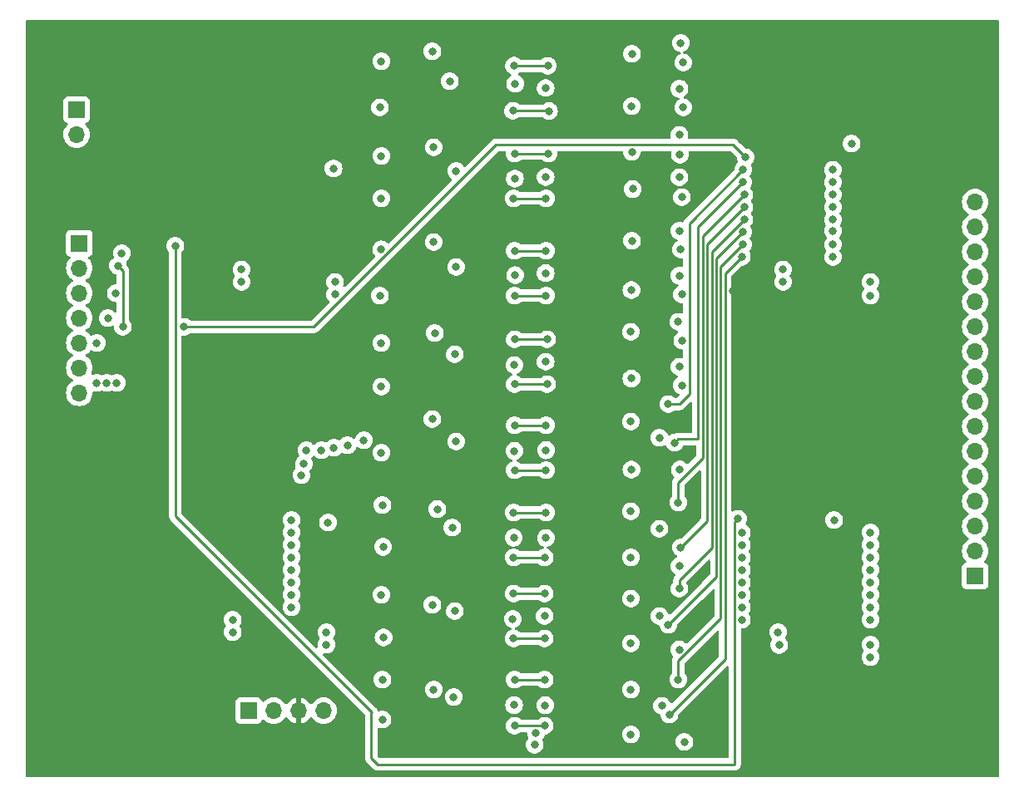
<source format=gbr>
%TF.GenerationSoftware,KiCad,Pcbnew,7.0.6-0*%
%TF.CreationDate,2024-01-17T10:16:55-05:00*%
%TF.ProjectId,SwitchingV3,53776974-6368-4696-9e67-56332e6b6963,rev?*%
%TF.SameCoordinates,Original*%
%TF.FileFunction,Copper,L4,Bot*%
%TF.FilePolarity,Positive*%
%FSLAX46Y46*%
G04 Gerber Fmt 4.6, Leading zero omitted, Abs format (unit mm)*
G04 Created by KiCad (PCBNEW 7.0.6-0) date 2024-01-17 10:16:55*
%MOMM*%
%LPD*%
G01*
G04 APERTURE LIST*
%TA.AperFunction,ComponentPad*%
%ADD10R,1.700000X1.700000*%
%TD*%
%TA.AperFunction,ComponentPad*%
%ADD11O,1.700000X1.700000*%
%TD*%
%TA.AperFunction,ViaPad*%
%ADD12C,0.800000*%
%TD*%
%TA.AperFunction,Conductor*%
%ADD13C,0.250000*%
%TD*%
G04 APERTURE END LIST*
D10*
%TO.P,J3,1,Pin_1*%
%TO.N,E_control*%
X99060000Y-89789000D03*
D11*
%TO.P,J3,2,Pin_2*%
%TO.N,D_control*%
X99060000Y-92329000D03*
%TO.P,J3,3,Pin_3*%
%TO.N,S0*%
X99060000Y-94869000D03*
%TO.P,J3,4,Pin_4*%
%TO.N,S1*%
X99060000Y-97409000D03*
%TO.P,J3,5,Pin_5*%
%TO.N,S2*%
X99060000Y-99949000D03*
%TO.P,J3,6,Pin_6*%
%TO.N,S3*%
X99060000Y-102489000D03*
%TO.P,J3,7,Pin_7*%
%TO.N,S*%
X99060000Y-105029000D03*
%TD*%
D10*
%TO.P,J4,1,Pin_1*%
%TO.N,e1*%
X190246000Y-123698000D03*
D11*
%TO.P,J4,2,Pin_2*%
%TO.N,e2*%
X190246000Y-121158000D03*
%TO.P,J4,3,Pin_3*%
%TO.N,e3*%
X190246000Y-118618000D03*
%TO.P,J4,4,Pin_4*%
%TO.N,e4*%
X190246000Y-116078000D03*
%TO.P,J4,5,Pin_5*%
%TO.N,e5*%
X190246000Y-113538000D03*
%TO.P,J4,6,Pin_6*%
%TO.N,e6*%
X190246000Y-110998000D03*
%TO.P,J4,7,Pin_7*%
%TO.N,e7*%
X190246000Y-108458000D03*
%TO.P,J4,8,Pin_8*%
%TO.N,e8*%
X190246000Y-105918000D03*
%TO.P,J4,9,Pin_9*%
%TO.N,e9*%
X190246000Y-103378000D03*
%TO.P,J4,10,Pin_10*%
%TO.N,e10*%
X190246000Y-100838000D03*
%TO.P,J4,11,Pin_11*%
%TO.N,e11*%
X190246000Y-98298000D03*
%TO.P,J4,12,Pin_12*%
%TO.N,e12*%
X190246000Y-95758000D03*
%TO.P,J4,13,Pin_13*%
%TO.N,e13*%
X190246000Y-93218000D03*
%TO.P,J4,14,Pin_14*%
%TO.N,e14*%
X190246000Y-90678000D03*
%TO.P,J4,15,Pin_15*%
%TO.N,e15*%
X190246000Y-88138000D03*
%TO.P,J4,16,Pin_16*%
%TO.N,e16*%
X190246000Y-85598000D03*
%TD*%
D10*
%TO.P,J2,1,Pin_1*%
%TO.N,CSOutput1*%
X98781000Y-76180000D03*
D11*
%TO.P,J2,2,Pin_2*%
%TO.N,CSOutput2*%
X98781000Y-78720000D03*
%TD*%
D10*
%TO.P,J1,1,Pin_1*%
%TO.N,+34V*%
X116307000Y-137394000D03*
D11*
%TO.P,J1,2,Pin_2*%
%TO.N,-34V*%
X118847000Y-137394000D03*
%TO.P,J1,3,Pin_3*%
%TO.N,GND*%
X121387000Y-137394000D03*
%TO.P,J1,4,Pin_4*%
%TO.N,+3.3V*%
X123927000Y-137394000D03*
%TD*%
D12*
%TO.N,+34V*%
X143183548Y-128070549D03*
X143420500Y-73533000D03*
X143315451Y-136838451D03*
X143391451Y-83193451D03*
X143274951Y-119779951D03*
X145415000Y-140880500D03*
X143340148Y-110943254D03*
X143342951Y-102194951D03*
X143420500Y-93043451D03*
%TO.N,GND*%
X165608000Y-94615000D03*
X124968000Y-75946000D03*
X119253000Y-71882000D03*
X154305000Y-127635000D03*
X157734000Y-72771000D03*
X171450000Y-120269000D03*
X167132000Y-100076000D03*
X171577000Y-82423000D03*
X114427000Y-97028000D03*
X167513000Y-109474000D03*
X120269000Y-71882000D03*
X120269000Y-73025000D03*
X119253000Y-73025000D03*
X172339000Y-120269000D03*
X154178000Y-118999000D03*
X153924000Y-136017000D03*
X124587000Y-92202000D03*
X172593000Y-137160000D03*
%TO.N,-34V*%
X146566077Y-110861173D03*
X145542000Y-139700000D03*
X146481549Y-136855451D03*
X146430500Y-127762000D03*
X146520500Y-83032451D03*
X146520500Y-92830964D03*
X146556250Y-119809451D03*
X146520500Y-101854000D03*
X146520500Y-73966951D03*
%TO.N,+3.3V*%
X155194000Y-117094000D03*
X136779000Y-73279000D03*
X155194000Y-125984000D03*
X124370500Y-118237000D03*
X103378000Y-90805000D03*
X155194000Y-135255000D03*
X155321000Y-70485000D03*
X135128000Y-80010000D03*
X155388800Y-84268800D03*
X155321000Y-89535000D03*
X135128000Y-135255000D03*
X137160000Y-136017000D03*
X135255000Y-98933000D03*
X137287000Y-101092000D03*
X137414000Y-92202000D03*
X137414000Y-109982000D03*
X175895000Y-117983000D03*
X137414000Y-82423000D03*
X135128000Y-89662000D03*
X155261800Y-112843800D03*
X177673000Y-79629000D03*
X155194000Y-121793000D03*
X155284498Y-75819000D03*
X155194000Y-139827000D03*
X137033000Y-118745000D03*
X155194000Y-98806000D03*
X124936500Y-82169000D03*
X137287000Y-127254000D03*
X135509000Y-116877500D03*
X155261800Y-103572800D03*
X155194000Y-130556000D03*
X155261800Y-94555800D03*
X135001000Y-126619000D03*
X155194000Y-107950000D03*
X155304498Y-80480500D03*
X135001000Y-70231000D03*
X135001000Y-107696000D03*
%TO.N,Net-(IC1-B1)*%
X166878000Y-81026000D03*
X109728000Y-98298000D03*
%TO.N,S*%
X103505000Y-98298000D03*
X102997000Y-92075000D03*
%TO.N,S0*%
X102780500Y-94869000D03*
X102870000Y-104013000D03*
X170688000Y-92456000D03*
X115570000Y-92456000D03*
X114681000Y-128143000D03*
X170180000Y-129413000D03*
%TO.N,S1*%
X115570000Y-93726000D03*
X101854000Y-104013000D03*
X170307000Y-130720500D03*
X170688000Y-93726000D03*
X101981000Y-97409000D03*
X114681000Y-129413000D03*
%TO.N,S3*%
X179578000Y-95123000D03*
X179578000Y-131953000D03*
X124206000Y-130683000D03*
X125095000Y-94996000D03*
%TO.N,S2*%
X125095000Y-93726000D03*
X100838000Y-99949000D03*
X179578000Y-93726000D03*
X124206000Y-129413000D03*
X100854497Y-104013000D03*
X179578000Y-130683000D03*
%TO.N,D16_2*%
X120650000Y-126873000D03*
X129794000Y-71247000D03*
%TO.N,D15_2*%
X129667000Y-75946000D03*
X120650000Y-125603000D03*
%TO.N,D14_2*%
X129794000Y-80899000D03*
X120650000Y-124333000D03*
%TO.N,D13_2*%
X120650000Y-123063000D03*
X129794000Y-85217000D03*
%TO.N,D12_2*%
X129789701Y-90419701D03*
X120650000Y-121793000D03*
%TO.N,D11_2*%
X120650000Y-120523000D03*
X129667000Y-95123000D03*
%TO.N,D10_2*%
X129794000Y-99949000D03*
X120650000Y-119253000D03*
%TO.N,D9_2*%
X120650000Y-117983000D03*
X129794000Y-104394000D03*
%TO.N,D8_1*%
X159004000Y-106172000D03*
X166624000Y-82296000D03*
%TO.N,D7_1*%
X159643299Y-110104701D03*
X166624000Y-83566000D03*
%TO.N,D6_1*%
X160020000Y-116205000D03*
X166751000Y-84836000D03*
%TO.N,D5_1*%
X160274000Y-120777000D03*
X166751000Y-86106000D03*
%TO.N,D4_1*%
X160147000Y-124968000D03*
X166751000Y-87376000D03*
%TO.N,D3_1*%
X159004000Y-128651000D03*
X166624000Y-88646000D03*
%TO.N,D2_1*%
X160020000Y-134239000D03*
X166624000Y-89916000D03*
%TO.N,D1_1*%
X159131000Y-137795000D03*
X166497000Y-91186000D03*
%TO.N,D16_1*%
X175768000Y-91186000D03*
X160274000Y-69384500D03*
%TO.N,D15_1*%
X160147000Y-74041000D03*
X175768000Y-89916000D03*
%TO.N,D14_1*%
X160147000Y-78740000D03*
X175768000Y-88519000D03*
%TO.N,D13_1*%
X160147000Y-83058000D03*
X175768000Y-87376000D03*
%TO.N,D12_1*%
X175768000Y-86106000D03*
X160147000Y-88519000D03*
%TO.N,D11_1*%
X160147000Y-93091000D03*
X175768000Y-84836000D03*
%TO.N,D10_1*%
X160020000Y-97790000D03*
X175768000Y-83566000D03*
%TO.N,D9_1*%
X160147000Y-102362000D03*
X175768000Y-82296000D03*
%TO.N,Net-(IC4-B1)*%
X166116000Y-117856000D03*
X108839000Y-90043000D03*
%TO.N,E7_2*%
X128016000Y-109855000D03*
X129794000Y-111125000D03*
%TO.N,E6_2*%
X129921000Y-116459000D03*
X126365000Y-110363000D03*
%TO.N,E5_2*%
X129988800Y-120709200D03*
X124968000Y-110617000D03*
%TO.N,E4_2*%
X129794000Y-125603000D03*
X123698000Y-110871000D03*
%TO.N,E3_2*%
X130033550Y-129944050D03*
X122174000Y-110871000D03*
%TO.N,E2_2*%
X121920000Y-112268000D03*
X129921000Y-134239000D03*
%TO.N,E1_2*%
X121666000Y-113411000D03*
X129921000Y-138303000D03*
%TO.N,E8_1*%
X158115000Y-109601000D03*
X166497000Y-119253000D03*
%TO.N,E7_1*%
X166497000Y-120523000D03*
X160184500Y-112839853D03*
%TO.N,E6_1*%
X158115000Y-118872000D03*
X166497000Y-121793000D03*
%TO.N,E5_1*%
X166497000Y-123063000D03*
X160147000Y-122682000D03*
%TO.N,E4_1*%
X158115000Y-127762000D03*
X166497000Y-124333000D03*
%TO.N,E3_1*%
X166497000Y-125603000D03*
X160142701Y-131186701D03*
%TO.N,E2_1*%
X158369000Y-136906000D03*
X166497000Y-126873000D03*
%TO.N,E1_1*%
X166497000Y-128143000D03*
X160655000Y-140589000D03*
%TO.N,E16_1*%
X179578000Y-128143000D03*
X160528000Y-71374000D03*
%TO.N,E15_1*%
X179578000Y-126873000D03*
X160528000Y-75946000D03*
%TO.N,E14_1*%
X160184500Y-80772000D03*
X179578000Y-125603000D03*
%TO.N,E13_1*%
X179578000Y-124333000D03*
X160401000Y-85090000D03*
%TO.N,E12_1*%
X179578000Y-123063000D03*
X160274000Y-90424000D03*
%TO.N,E11_1*%
X160401000Y-94996000D03*
X179578000Y-121793000D03*
%TO.N,E10_1*%
X179578000Y-120523000D03*
X160438500Y-99695000D03*
%TO.N,E9_1*%
X160401000Y-104267000D03*
X179578000Y-119253000D03*
%TO.N,e1*%
X143383000Y-138938000D03*
X146431000Y-138938000D03*
%TO.N,e2*%
X143383000Y-134239000D03*
X146431000Y-134239000D03*
%TO.N,e3*%
X146431000Y-130048000D03*
X143256000Y-130048000D03*
%TO.N,e4*%
X146431000Y-125476000D03*
X143256000Y-125476000D03*
%TO.N,e5*%
X143256000Y-121793000D03*
X146431000Y-121793000D03*
%TO.N,e6*%
X143256000Y-117221000D03*
X146558000Y-117221000D03*
%TO.N,e7*%
X143383000Y-112903000D03*
X146558000Y-112903000D03*
%TO.N,e8*%
X146558000Y-108331000D03*
X143383000Y-108331000D03*
%TO.N,e9*%
X143383000Y-104140000D03*
X146685000Y-104140000D03*
%TO.N,e10*%
X146685000Y-99568000D03*
X143383000Y-99568000D03*
%TO.N,e11*%
X146558000Y-95123000D03*
X143383000Y-95123000D03*
%TO.N,e12*%
X146558000Y-90551000D03*
X143383000Y-90551000D03*
%TO.N,e13*%
X146558000Y-85217000D03*
X143256000Y-85217000D03*
%TO.N,e14*%
X143383000Y-80645000D03*
X146812000Y-80645000D03*
%TO.N,e15*%
X143205000Y-76288000D03*
X146870520Y-76314514D03*
%TO.N,e16*%
X143305000Y-71689000D03*
X146756128Y-71711588D03*
%TD*%
D13*
%TO.N,Net-(IC1-B1)*%
X141478000Y-79756000D02*
X122936000Y-98298000D01*
X166878000Y-81026000D02*
X165608000Y-79756000D01*
X122936000Y-98298000D02*
X109728000Y-98298000D01*
X165608000Y-79756000D02*
X141478000Y-79756000D01*
%TO.N,S*%
X103505000Y-98298000D02*
X103505000Y-92583000D01*
X103505000Y-92583000D02*
X102997000Y-92075000D01*
%TO.N,D8_1*%
X161163000Y-87757000D02*
X166624000Y-82296000D01*
X161163000Y-105156000D02*
X161163000Y-87757000D01*
X159004000Y-106172000D02*
X160147000Y-106172000D01*
X160147000Y-106172000D02*
X161163000Y-105156000D01*
%TO.N,D7_1*%
X162052000Y-109728000D02*
X160020000Y-109728000D01*
X160020000Y-109728000D02*
X159643299Y-110104701D01*
X162052000Y-88138000D02*
X162052000Y-109728000D01*
X166624000Y-83566000D02*
X162052000Y-88138000D01*
%TO.N,D6_1*%
X160020000Y-114173000D02*
X162502000Y-111691000D01*
X162502000Y-89085000D02*
X166751000Y-84836000D01*
X160020000Y-116205000D02*
X160020000Y-114173000D01*
X162502000Y-111691000D02*
X162502000Y-89085000D01*
%TO.N,D5_1*%
X162952000Y-89905000D02*
X162952000Y-118099000D01*
X162952000Y-118099000D02*
X160274000Y-120777000D01*
X166751000Y-86106000D02*
X162952000Y-89905000D01*
%TO.N,D4_1*%
X160147000Y-124079000D02*
X163449000Y-120777000D01*
X163449000Y-120777000D02*
X163449000Y-90678000D01*
X160147000Y-124968000D02*
X160147000Y-124079000D01*
X163449000Y-90678000D02*
X166751000Y-87376000D01*
%TO.N,D3_1*%
X166624000Y-88646000D02*
X163899000Y-91371000D01*
X163899000Y-91371000D02*
X163899000Y-123756000D01*
X163899000Y-123756000D02*
X159004000Y-128651000D01*
%TO.N,D2_1*%
X160020000Y-134239000D02*
X160020000Y-132334000D01*
X164349000Y-128005000D02*
X164349000Y-92191000D01*
X164349000Y-92191000D02*
X166624000Y-89916000D01*
X160020000Y-132334000D02*
X164349000Y-128005000D01*
%TO.N,D1_1*%
X166497000Y-91186000D02*
X164799000Y-92884000D01*
X164799000Y-132127000D02*
X159131000Y-137795000D01*
X164799000Y-92884000D02*
X164799000Y-132127000D01*
%TO.N,Net-(IC4-B1)*%
X129413000Y-142875000D02*
X165772000Y-142875000D01*
X128778000Y-137615000D02*
X128778000Y-142240000D01*
X108839000Y-90043000D02*
X108839000Y-117602000D01*
X128778000Y-142240000D02*
X129413000Y-142875000D01*
X108839000Y-117602000D02*
X128815000Y-137578000D01*
X128815000Y-137578000D02*
X128778000Y-137615000D01*
X165772000Y-118200000D02*
X166116000Y-117856000D01*
X165772000Y-142875000D02*
X165772000Y-118200000D01*
%TO.N,e1*%
X143383000Y-138938000D02*
X146431000Y-138938000D01*
%TO.N,e2*%
X143383000Y-134239000D02*
X146431000Y-134239000D01*
%TO.N,e3*%
X143256000Y-130048000D02*
X146431000Y-130048000D01*
%TO.N,e4*%
X143256000Y-125476000D02*
X146431000Y-125476000D01*
%TO.N,e5*%
X143256000Y-121793000D02*
X146431000Y-121793000D01*
%TO.N,e6*%
X143256000Y-117221000D02*
X146558000Y-117221000D01*
%TO.N,e7*%
X143383000Y-112903000D02*
X146558000Y-112903000D01*
%TO.N,e8*%
X143383000Y-108331000D02*
X146558000Y-108331000D01*
%TO.N,e9*%
X143383000Y-104140000D02*
X146685000Y-104140000D01*
%TO.N,e10*%
X143383000Y-99568000D02*
X146685000Y-99568000D01*
%TO.N,e11*%
X143383000Y-95123000D02*
X146558000Y-95123000D01*
%TO.N,e12*%
X143383000Y-90551000D02*
X146558000Y-90551000D01*
%TO.N,e13*%
X143256000Y-85217000D02*
X146558000Y-85217000D01*
%TO.N,e14*%
X143383000Y-80645000D02*
X146812000Y-80645000D01*
%TO.N,e15*%
X146844006Y-76288000D02*
X146870520Y-76314514D01*
X143205000Y-76288000D02*
X146844006Y-76288000D01*
%TO.N,e16*%
X143332000Y-71716000D02*
X146751716Y-71716000D01*
X146751716Y-71716000D02*
X146756128Y-71711588D01*
X143305000Y-71689000D02*
X143332000Y-71716000D01*
%TD*%
%TA.AperFunction,Conductor*%
%TO.N,GND*%
G36*
X155099354Y-117994500D02*
G01*
X155099355Y-117994500D01*
X155288644Y-117994500D01*
X155288646Y-117994500D01*
X155342750Y-117983000D01*
X157966250Y-117983000D01*
X157835197Y-118010855D01*
X157835192Y-118010857D01*
X157662270Y-118087848D01*
X157662265Y-118087851D01*
X157509129Y-118199111D01*
X157382466Y-118339785D01*
X157287821Y-118503715D01*
X157287818Y-118503722D01*
X157229327Y-118683740D01*
X157229326Y-118683744D01*
X157209540Y-118872000D01*
X157229326Y-119060256D01*
X157229327Y-119060259D01*
X157287818Y-119240277D01*
X157287821Y-119240284D01*
X157382467Y-119404216D01*
X157471042Y-119502588D01*
X157509129Y-119544888D01*
X157662265Y-119656148D01*
X157662270Y-119656151D01*
X157835192Y-119733142D01*
X157835197Y-119733144D01*
X158020354Y-119772500D01*
X158020355Y-119772500D01*
X158209644Y-119772500D01*
X158209646Y-119772500D01*
X158394803Y-119733144D01*
X158567730Y-119656151D01*
X158720871Y-119544888D01*
X158847533Y-119404216D01*
X158942179Y-119240284D01*
X159000674Y-119060256D01*
X159020460Y-118872000D01*
X159000674Y-118683744D01*
X158942179Y-118503716D01*
X158847533Y-118339784D01*
X158720871Y-118199112D01*
X158691839Y-118178019D01*
X158567734Y-118087851D01*
X158567729Y-118087848D01*
X158394807Y-118010857D01*
X158394802Y-118010855D01*
X158263750Y-117983000D01*
X162183409Y-117983000D01*
X160326228Y-119840181D01*
X160264905Y-119873666D01*
X160238547Y-119876500D01*
X160179354Y-119876500D01*
X160146897Y-119883398D01*
X159994197Y-119915855D01*
X159994192Y-119915857D01*
X159821270Y-119992848D01*
X159821265Y-119992851D01*
X159668129Y-120104111D01*
X159541466Y-120244785D01*
X159446821Y-120408715D01*
X159446818Y-120408722D01*
X159420159Y-120490772D01*
X159388326Y-120588744D01*
X159368540Y-120777000D01*
X159388326Y-120965256D01*
X159388327Y-120965259D01*
X159446818Y-121145277D01*
X159446821Y-121145284D01*
X159541467Y-121309216D01*
X159668129Y-121449888D01*
X159821265Y-121561148D01*
X159821266Y-121561148D01*
X159821270Y-121561151D01*
X159882757Y-121588527D01*
X159935994Y-121633777D01*
X159956315Y-121700626D01*
X159937270Y-121767850D01*
X159884903Y-121814105D01*
X159870642Y-121819736D01*
X159867196Y-121820855D01*
X159694270Y-121897848D01*
X159694265Y-121897851D01*
X159541129Y-122009111D01*
X159414466Y-122149785D01*
X159319821Y-122313715D01*
X159319818Y-122313722D01*
X159306697Y-122354106D01*
X159261326Y-122493744D01*
X159241540Y-122682000D01*
X159261326Y-122870256D01*
X159261327Y-122870259D01*
X159319818Y-123050277D01*
X159319821Y-123050284D01*
X159414467Y-123214216D01*
X159526880Y-123339063D01*
X159541129Y-123354888D01*
X159681637Y-123456973D01*
X159724303Y-123512303D01*
X159730282Y-123581916D01*
X159699697Y-123641582D01*
X159699393Y-123641909D01*
X159697773Y-123643634D01*
X159676889Y-123664519D01*
X159676877Y-123664532D01*
X159672621Y-123670017D01*
X159668837Y-123674447D01*
X159636937Y-123708418D01*
X159636936Y-123708420D01*
X159627284Y-123725976D01*
X159616610Y-123742226D01*
X159604329Y-123758061D01*
X159604324Y-123758068D01*
X159585815Y-123800838D01*
X159583245Y-123806084D01*
X159560803Y-123846906D01*
X159555822Y-123866307D01*
X159549521Y-123884710D01*
X159541562Y-123903102D01*
X159541561Y-123903105D01*
X159534271Y-123949127D01*
X159533087Y-123954846D01*
X159521501Y-123999972D01*
X159521500Y-123999982D01*
X159521500Y-124020016D01*
X159519973Y-124039415D01*
X159516840Y-124059194D01*
X159516840Y-124059195D01*
X159521225Y-124105583D01*
X159521500Y-124111421D01*
X159521500Y-124269312D01*
X159501815Y-124336351D01*
X159489650Y-124352284D01*
X159414466Y-124435784D01*
X159319821Y-124599715D01*
X159319818Y-124599722D01*
X159261327Y-124779740D01*
X159261326Y-124779744D01*
X159241540Y-124968000D01*
X159261326Y-125156256D01*
X159261327Y-125156259D01*
X159319818Y-125336277D01*
X159319821Y-125336284D01*
X159414467Y-125500216D01*
X159541128Y-125640887D01*
X159541129Y-125640888D01*
X159694265Y-125752148D01*
X159694270Y-125752151D01*
X159867192Y-125829142D01*
X159867197Y-125829144D01*
X160052354Y-125868500D01*
X160052355Y-125868500D01*
X160241644Y-125868500D01*
X160241646Y-125868500D01*
X160426803Y-125829144D01*
X160599730Y-125752151D01*
X160752871Y-125640888D01*
X160879533Y-125500216D01*
X160974179Y-125336284D01*
X161032674Y-125156256D01*
X161052460Y-124968000D01*
X161032674Y-124779744D01*
X160974179Y-124599716D01*
X160879533Y-124435784D01*
X160861271Y-124415502D01*
X160831041Y-124352510D01*
X160839666Y-124283175D01*
X160865737Y-124244852D01*
X162433000Y-122677590D01*
X162433000Y-124337408D01*
X159191820Y-127578588D01*
X159130497Y-127612073D01*
X159060805Y-127607089D01*
X159004872Y-127565217D01*
X158986208Y-127529224D01*
X158942182Y-127393724D01*
X158942180Y-127393720D01*
X158942179Y-127393716D01*
X158847533Y-127229784D01*
X158720871Y-127089112D01*
X158720870Y-127089111D01*
X158567734Y-126977851D01*
X158567729Y-126977848D01*
X158394807Y-126900857D01*
X158394802Y-126900855D01*
X158249000Y-126869865D01*
X158209646Y-126861500D01*
X158020354Y-126861500D01*
X157987897Y-126868398D01*
X157835197Y-126900855D01*
X157835192Y-126900857D01*
X157662270Y-126977848D01*
X157662265Y-126977851D01*
X157509129Y-127089111D01*
X157382466Y-127229785D01*
X157287821Y-127393715D01*
X157287818Y-127393722D01*
X157229327Y-127573740D01*
X157229326Y-127573744D01*
X157209540Y-127762000D01*
X157229326Y-127950256D01*
X157229327Y-127950259D01*
X157287818Y-128130277D01*
X157287821Y-128130284D01*
X157382467Y-128294216D01*
X157495247Y-128419470D01*
X157509129Y-128434888D01*
X157662265Y-128546148D01*
X157662270Y-128546151D01*
X157835192Y-128623142D01*
X157835193Y-128623142D01*
X157835197Y-128623144D01*
X158013439Y-128661030D01*
X158074921Y-128694222D01*
X158108698Y-128755385D01*
X158110979Y-128769353D01*
X158118326Y-128839256D01*
X158118327Y-128839259D01*
X158176818Y-129019277D01*
X158176821Y-129019284D01*
X158271467Y-129183216D01*
X158398129Y-129323887D01*
X158398129Y-129323888D01*
X158551265Y-129435148D01*
X158551270Y-129435151D01*
X158724192Y-129512142D01*
X158724197Y-129512144D01*
X158909354Y-129551500D01*
X158909355Y-129551500D01*
X159098644Y-129551500D01*
X159098646Y-129551500D01*
X159283803Y-129512144D01*
X159456730Y-129435151D01*
X159609871Y-129323888D01*
X159736533Y-129183216D01*
X159831179Y-129019284D01*
X159889674Y-128839256D01*
X159907321Y-128671345D01*
X159933905Y-128606732D01*
X159942952Y-128596636D01*
X162433000Y-126106590D01*
X162433000Y-129036407D01*
X160939055Y-130530352D01*
X160877732Y-130563837D01*
X160808040Y-130558853D01*
X160759225Y-130525644D01*
X160748572Y-130513813D01*
X160748565Y-130513807D01*
X160595435Y-130402552D01*
X160595430Y-130402549D01*
X160422508Y-130325558D01*
X160422503Y-130325556D01*
X160276702Y-130294566D01*
X160237347Y-130286201D01*
X160048055Y-130286201D01*
X160015598Y-130293099D01*
X159862898Y-130325556D01*
X159862893Y-130325558D01*
X159689971Y-130402549D01*
X159689966Y-130402552D01*
X159536830Y-130513812D01*
X159410167Y-130654486D01*
X159315522Y-130818416D01*
X159315519Y-130818423D01*
X159257028Y-130998441D01*
X159257027Y-130998445D01*
X159237241Y-131186701D01*
X159257027Y-131374957D01*
X159257028Y-131374960D01*
X159315519Y-131554978D01*
X159315522Y-131554985D01*
X159410168Y-131718917D01*
X159496608Y-131814918D01*
X159526838Y-131877909D01*
X159518213Y-131947244D01*
X159513120Y-131957628D01*
X159500287Y-131980971D01*
X159489610Y-131997226D01*
X159477329Y-132013061D01*
X159477324Y-132013068D01*
X159458815Y-132055838D01*
X159456245Y-132061084D01*
X159433803Y-132101906D01*
X159428822Y-132121307D01*
X159422521Y-132139710D01*
X159414562Y-132158102D01*
X159414561Y-132158105D01*
X159407271Y-132204127D01*
X159406087Y-132209846D01*
X159394501Y-132254972D01*
X159394500Y-132254982D01*
X159394500Y-132275016D01*
X159392973Y-132294415D01*
X159389840Y-132314194D01*
X159389840Y-132314195D01*
X159394225Y-132360583D01*
X159394500Y-132366421D01*
X159394500Y-133540312D01*
X159374815Y-133607351D01*
X159362650Y-133623284D01*
X159287466Y-133706784D01*
X159192821Y-133870715D01*
X159192818Y-133870722D01*
X159134327Y-134050740D01*
X159134326Y-134050744D01*
X159114540Y-134239000D01*
X159134326Y-134427256D01*
X159134327Y-134427259D01*
X159192818Y-134607277D01*
X159192821Y-134607284D01*
X159287467Y-134771216D01*
X159414128Y-134911888D01*
X159414129Y-134911888D01*
X159567265Y-135023148D01*
X159567270Y-135023151D01*
X159740192Y-135100142D01*
X159740197Y-135100144D01*
X159925354Y-135139500D01*
X159925355Y-135139500D01*
X160114644Y-135139500D01*
X160114646Y-135139500D01*
X160299803Y-135100144D01*
X160472730Y-135023151D01*
X160625871Y-134911888D01*
X160752533Y-134771216D01*
X160847179Y-134607284D01*
X160905674Y-134427256D01*
X160925460Y-134239000D01*
X160905674Y-134050744D01*
X160847179Y-133870716D01*
X160752533Y-133706784D01*
X160752532Y-133706784D01*
X160677350Y-133623284D01*
X160647120Y-133560292D01*
X160645500Y-133540312D01*
X160645500Y-132644451D01*
X160665185Y-132577412D01*
X160681819Y-132556770D01*
X161528526Y-131710063D01*
X162433000Y-130805589D01*
X162433000Y-133608408D01*
X159770408Y-136271000D01*
X159008986Y-136271000D01*
X158974871Y-136233112D01*
X158974870Y-136233111D01*
X158821734Y-136121851D01*
X158821729Y-136121848D01*
X158648807Y-136044857D01*
X158648802Y-136044855D01*
X158503001Y-136013865D01*
X158463646Y-136005500D01*
X158274354Y-136005500D01*
X158241897Y-136012398D01*
X158089197Y-136044855D01*
X158089192Y-136044857D01*
X157916270Y-136121848D01*
X157916265Y-136121851D01*
X157763129Y-136233111D01*
X157729013Y-136271000D01*
X153670000Y-136271000D01*
X153670000Y-135255000D01*
X154288540Y-135255000D01*
X154308326Y-135443256D01*
X154308327Y-135443259D01*
X154366818Y-135623277D01*
X154366821Y-135623284D01*
X154461467Y-135787216D01*
X154588128Y-135927888D01*
X154588129Y-135927888D01*
X154741265Y-136039148D01*
X154741270Y-136039151D01*
X154914192Y-136116142D01*
X154914197Y-136116144D01*
X155099354Y-136155500D01*
X155099355Y-136155500D01*
X155288644Y-136155500D01*
X155288646Y-136155500D01*
X155473803Y-136116144D01*
X155646730Y-136039151D01*
X155799871Y-135927888D01*
X155926533Y-135787216D01*
X156021179Y-135623284D01*
X156079674Y-135443256D01*
X156099460Y-135255000D01*
X156079674Y-135066744D01*
X156021179Y-134886716D01*
X155926533Y-134722784D01*
X155799871Y-134582112D01*
X155799870Y-134582111D01*
X155646734Y-134470851D01*
X155646729Y-134470848D01*
X155473807Y-134393857D01*
X155473802Y-134393855D01*
X155328000Y-134362865D01*
X155288646Y-134354500D01*
X155099354Y-134354500D01*
X155066897Y-134361398D01*
X154914197Y-134393855D01*
X154914192Y-134393857D01*
X154741270Y-134470848D01*
X154741265Y-134470851D01*
X154588129Y-134582111D01*
X154461466Y-134722785D01*
X154366821Y-134886715D01*
X154366818Y-134886722D01*
X154322491Y-135023148D01*
X154308326Y-135066744D01*
X154288540Y-135255000D01*
X153670000Y-135255000D01*
X153670000Y-130556000D01*
X154288540Y-130556000D01*
X154308326Y-130744256D01*
X154308327Y-130744259D01*
X154366818Y-130924277D01*
X154366821Y-130924284D01*
X154461467Y-131088216D01*
X154550143Y-131186700D01*
X154588129Y-131228888D01*
X154741265Y-131340148D01*
X154741270Y-131340151D01*
X154914192Y-131417142D01*
X154914197Y-131417144D01*
X155099354Y-131456500D01*
X155099355Y-131456500D01*
X155288644Y-131456500D01*
X155288646Y-131456500D01*
X155473803Y-131417144D01*
X155646730Y-131340151D01*
X155799871Y-131228888D01*
X155926533Y-131088216D01*
X156021179Y-130924284D01*
X156079674Y-130744256D01*
X156099460Y-130556000D01*
X156079674Y-130367744D01*
X156021179Y-130187716D01*
X155926533Y-130023784D01*
X155799871Y-129883112D01*
X155799870Y-129883111D01*
X155646734Y-129771851D01*
X155646729Y-129771848D01*
X155473807Y-129694857D01*
X155473802Y-129694855D01*
X155328001Y-129663865D01*
X155288646Y-129655500D01*
X155099354Y-129655500D01*
X155066897Y-129662398D01*
X154914197Y-129694855D01*
X154914192Y-129694857D01*
X154741270Y-129771848D01*
X154741265Y-129771851D01*
X154588129Y-129883111D01*
X154461466Y-130023785D01*
X154366821Y-130187715D01*
X154366818Y-130187722D01*
X154322033Y-130325557D01*
X154308326Y-130367744D01*
X154288540Y-130556000D01*
X153670000Y-130556000D01*
X153670000Y-125984000D01*
X154288540Y-125984000D01*
X154308326Y-126172256D01*
X154308327Y-126172259D01*
X154366818Y-126352277D01*
X154366821Y-126352284D01*
X154461467Y-126516216D01*
X154588128Y-126656887D01*
X154588129Y-126656888D01*
X154741265Y-126768148D01*
X154741270Y-126768151D01*
X154914192Y-126845142D01*
X154914197Y-126845144D01*
X155099354Y-126884500D01*
X155099355Y-126884500D01*
X155288644Y-126884500D01*
X155288646Y-126884500D01*
X155473803Y-126845144D01*
X155646730Y-126768151D01*
X155799871Y-126656888D01*
X155926533Y-126516216D01*
X156021179Y-126352284D01*
X156079674Y-126172256D01*
X156099460Y-125984000D01*
X156079674Y-125795744D01*
X156021179Y-125615716D01*
X155926533Y-125451784D01*
X155799871Y-125311112D01*
X155799870Y-125311111D01*
X155646734Y-125199851D01*
X155646729Y-125199848D01*
X155473807Y-125122857D01*
X155473802Y-125122855D01*
X155328001Y-125091865D01*
X155288646Y-125083500D01*
X155099354Y-125083500D01*
X155066897Y-125090398D01*
X154914197Y-125122855D01*
X154914192Y-125122857D01*
X154741270Y-125199848D01*
X154741265Y-125199851D01*
X154588129Y-125311111D01*
X154461466Y-125451785D01*
X154366821Y-125615715D01*
X154366818Y-125615722D01*
X154322491Y-125752148D01*
X154308326Y-125795744D01*
X154288540Y-125984000D01*
X153670000Y-125984000D01*
X153670000Y-121793000D01*
X154288540Y-121793000D01*
X154308326Y-121981256D01*
X154308327Y-121981259D01*
X154366818Y-122161277D01*
X154366821Y-122161284D01*
X154461467Y-122325216D01*
X154487480Y-122354106D01*
X154588129Y-122465888D01*
X154741265Y-122577148D01*
X154741270Y-122577151D01*
X154914192Y-122654142D01*
X154914197Y-122654144D01*
X155099354Y-122693500D01*
X155099355Y-122693500D01*
X155288644Y-122693500D01*
X155288646Y-122693500D01*
X155473803Y-122654144D01*
X155646730Y-122577151D01*
X155799871Y-122465888D01*
X155926533Y-122325216D01*
X156021179Y-122161284D01*
X156079674Y-121981256D01*
X156099460Y-121793000D01*
X156079674Y-121604744D01*
X156021179Y-121424716D01*
X155926533Y-121260784D01*
X155799871Y-121120112D01*
X155799870Y-121120111D01*
X155646734Y-121008851D01*
X155646729Y-121008848D01*
X155473807Y-120931857D01*
X155473802Y-120931855D01*
X155328000Y-120900865D01*
X155288646Y-120892500D01*
X155099354Y-120892500D01*
X155066897Y-120899398D01*
X154914197Y-120931855D01*
X154914192Y-120931857D01*
X154741270Y-121008848D01*
X154741265Y-121008851D01*
X154588129Y-121120111D01*
X154461466Y-121260785D01*
X154366821Y-121424715D01*
X154366818Y-121424722D01*
X154322490Y-121561151D01*
X154308326Y-121604744D01*
X154288540Y-121793000D01*
X153670000Y-121793000D01*
X153670000Y-117983000D01*
X155045250Y-117983000D01*
X155099354Y-117994500D01*
G37*
%TD.AperFunction*%
%TA.AperFunction,Conductor*%
G36*
X162433000Y-136271000D02*
G01*
X161539590Y-136271000D01*
X162433000Y-135377590D01*
X162433000Y-136271000D01*
G37*
%TD.AperFunction*%
%TD*%
%TA.AperFunction,Conductor*%
%TO.N,GND*%
G36*
X142434558Y-80401185D02*
G01*
X142480313Y-80453989D01*
X142490839Y-80518458D01*
X142477540Y-80645000D01*
X142497326Y-80833256D01*
X142497327Y-80833259D01*
X142555818Y-81013277D01*
X142555821Y-81013284D01*
X142650467Y-81177216D01*
X142752185Y-81290185D01*
X142777129Y-81317888D01*
X142930265Y-81429148D01*
X142930270Y-81429151D01*
X143103192Y-81506142D01*
X143103197Y-81506144D01*
X143288354Y-81545500D01*
X143288355Y-81545500D01*
X143477644Y-81545500D01*
X143477646Y-81545500D01*
X143662803Y-81506144D01*
X143835730Y-81429151D01*
X143988871Y-81317888D01*
X143991788Y-81314647D01*
X143994600Y-81311526D01*
X144054087Y-81274879D01*
X144086748Y-81270500D01*
X146108252Y-81270500D01*
X146175291Y-81290185D01*
X146200400Y-81311526D01*
X146206126Y-81317885D01*
X146206130Y-81317889D01*
X146359265Y-81429148D01*
X146359270Y-81429151D01*
X146532192Y-81506142D01*
X146532197Y-81506144D01*
X146717354Y-81545500D01*
X146717355Y-81545500D01*
X146906644Y-81545500D01*
X146906646Y-81545500D01*
X147091803Y-81506144D01*
X147264730Y-81429151D01*
X147417871Y-81317888D01*
X147544533Y-81177216D01*
X147639179Y-81013284D01*
X147697674Y-80833256D01*
X147717460Y-80645000D01*
X147704160Y-80518459D01*
X147716730Y-80449732D01*
X147764462Y-80398708D01*
X147827481Y-80381500D01*
X154276983Y-80381500D01*
X154344022Y-80401185D01*
X154389777Y-80453989D01*
X154400302Y-80492534D01*
X154418824Y-80668756D01*
X154418825Y-80668759D01*
X154477316Y-80848777D01*
X154477319Y-80848784D01*
X154571965Y-81012716D01*
X154639084Y-81087259D01*
X154698627Y-81153388D01*
X154851763Y-81264648D01*
X154851768Y-81264651D01*
X155024690Y-81341642D01*
X155024695Y-81341644D01*
X155209852Y-81381000D01*
X155209853Y-81381000D01*
X155399142Y-81381000D01*
X155399144Y-81381000D01*
X155584301Y-81341644D01*
X155757228Y-81264651D01*
X155910369Y-81153388D01*
X156037031Y-81012716D01*
X156131677Y-80848784D01*
X156190172Y-80668756D01*
X156208692Y-80492536D01*
X156235276Y-80427924D01*
X156292574Y-80387939D01*
X156332013Y-80381500D01*
X159193868Y-80381500D01*
X159260907Y-80401185D01*
X159306662Y-80453989D01*
X159316606Y-80523147D01*
X159311800Y-80543813D01*
X159306145Y-80561217D01*
X159298826Y-80583742D01*
X159285478Y-80710744D01*
X159279040Y-80772000D01*
X159298826Y-80960256D01*
X159298827Y-80960259D01*
X159357318Y-81140277D01*
X159357321Y-81140284D01*
X159451967Y-81304216D01*
X159533059Y-81394277D01*
X159578629Y-81444888D01*
X159731765Y-81556148D01*
X159731770Y-81556151D01*
X159904692Y-81633142D01*
X159904697Y-81633144D01*
X160089854Y-81672500D01*
X160089855Y-81672500D01*
X160279144Y-81672500D01*
X160279146Y-81672500D01*
X160464303Y-81633144D01*
X160637230Y-81556151D01*
X160790371Y-81444888D01*
X160917033Y-81304216D01*
X161011679Y-81140284D01*
X161070174Y-80960256D01*
X161089960Y-80772000D01*
X161070174Y-80583744D01*
X161057200Y-80543817D01*
X161055206Y-80473978D01*
X161091286Y-80414145D01*
X161153987Y-80383316D01*
X161175132Y-80381500D01*
X165297548Y-80381500D01*
X165364587Y-80401185D01*
X165385229Y-80417819D01*
X165939038Y-80971629D01*
X165972523Y-81032952D01*
X165974678Y-81046348D01*
X165978978Y-81087256D01*
X165992326Y-81214256D01*
X165992327Y-81214259D01*
X166050821Y-81394285D01*
X166078407Y-81442065D01*
X166094880Y-81509965D01*
X166072028Y-81575992D01*
X166043909Y-81604381D01*
X166018126Y-81623114D01*
X166018123Y-81623116D01*
X165891466Y-81763785D01*
X165796821Y-81927715D01*
X165796818Y-81927722D01*
X165742432Y-82095106D01*
X165738326Y-82107744D01*
X165723553Y-82248302D01*
X165720679Y-82275649D01*
X165694094Y-82340263D01*
X165685039Y-82350368D01*
X160779208Y-87256199D01*
X160766951Y-87266020D01*
X160767134Y-87266241D01*
X160761123Y-87271213D01*
X160713772Y-87321636D01*
X160692889Y-87342519D01*
X160692877Y-87342532D01*
X160688621Y-87348017D01*
X160684837Y-87352447D01*
X160652937Y-87386418D01*
X160652936Y-87386420D01*
X160643284Y-87403976D01*
X160632610Y-87420226D01*
X160620329Y-87436061D01*
X160620324Y-87436068D01*
X160601815Y-87478838D01*
X160599245Y-87484084D01*
X160576803Y-87524906D01*
X160571822Y-87544307D01*
X160565519Y-87562715D01*
X160556438Y-87583699D01*
X160511747Y-87637407D01*
X160445114Y-87658426D01*
X160416857Y-87655741D01*
X160241647Y-87618500D01*
X160241646Y-87618500D01*
X160052354Y-87618500D01*
X160019897Y-87625398D01*
X159867197Y-87657855D01*
X159867192Y-87657857D01*
X159694270Y-87734848D01*
X159694265Y-87734851D01*
X159541129Y-87846111D01*
X159414466Y-87986785D01*
X159319821Y-88150715D01*
X159319818Y-88150722D01*
X159261327Y-88330740D01*
X159261326Y-88330744D01*
X159241540Y-88519000D01*
X159261326Y-88707256D01*
X159261327Y-88707259D01*
X159319818Y-88887277D01*
X159319821Y-88887284D01*
X159414467Y-89051216D01*
X159519752Y-89168146D01*
X159541129Y-89191888D01*
X159694265Y-89303148D01*
X159694270Y-89303151D01*
X159867187Y-89380140D01*
X159867190Y-89380141D01*
X159867197Y-89380144D01*
X159867203Y-89380145D01*
X159870631Y-89381259D01*
X159872369Y-89382447D01*
X159873134Y-89382788D01*
X159873071Y-89382927D01*
X159928309Y-89420693D01*
X159955512Y-89485050D01*
X159943602Y-89553897D01*
X159896361Y-89605376D01*
X159882758Y-89612472D01*
X159821267Y-89639850D01*
X159821265Y-89639851D01*
X159668129Y-89751111D01*
X159541466Y-89891785D01*
X159446821Y-90055715D01*
X159446818Y-90055722D01*
X159395279Y-90214344D01*
X159388326Y-90235744D01*
X159368540Y-90424000D01*
X159388326Y-90612256D01*
X159388327Y-90612259D01*
X159446818Y-90792277D01*
X159446821Y-90792284D01*
X159541467Y-90956216D01*
X159655441Y-91082797D01*
X159668129Y-91096888D01*
X159821265Y-91208148D01*
X159821270Y-91208151D01*
X159994192Y-91285142D01*
X159994197Y-91285144D01*
X160179354Y-91324500D01*
X160179355Y-91324500D01*
X160368641Y-91324500D01*
X160368646Y-91324500D01*
X160387721Y-91320445D01*
X160457383Y-91325760D01*
X160513118Y-91367895D01*
X160537225Y-91433475D01*
X160537500Y-91441735D01*
X160537500Y-92100258D01*
X160517815Y-92167297D01*
X160465011Y-92213052D01*
X160395853Y-92222996D01*
X160387720Y-92221548D01*
X160241647Y-92190500D01*
X160241646Y-92190500D01*
X160052354Y-92190500D01*
X160023783Y-92196573D01*
X159867197Y-92229855D01*
X159867192Y-92229857D01*
X159694270Y-92306848D01*
X159694265Y-92306851D01*
X159541129Y-92418111D01*
X159414466Y-92558785D01*
X159319821Y-92722715D01*
X159319818Y-92722722D01*
X159273636Y-92864857D01*
X159261326Y-92902744D01*
X159241540Y-93091000D01*
X159261326Y-93279256D01*
X159261327Y-93279259D01*
X159319818Y-93459277D01*
X159319821Y-93459284D01*
X159414467Y-93623216D01*
X159511934Y-93731464D01*
X159541129Y-93763888D01*
X159694265Y-93875148D01*
X159694270Y-93875151D01*
X159867192Y-93952142D01*
X159867193Y-93952142D01*
X159867197Y-93952144D01*
X159938624Y-93967326D01*
X159943596Y-93968383D01*
X160005078Y-94001575D01*
X160038855Y-94062738D01*
X160034203Y-94132452D01*
X159992599Y-94188585D01*
X159968253Y-94202952D01*
X159948267Y-94211850D01*
X159948265Y-94211851D01*
X159795129Y-94323111D01*
X159668466Y-94463785D01*
X159573821Y-94627715D01*
X159573818Y-94627722D01*
X159515327Y-94807740D01*
X159515326Y-94807744D01*
X159495540Y-94996000D01*
X159515326Y-95184256D01*
X159515327Y-95184259D01*
X159573818Y-95364277D01*
X159573821Y-95364284D01*
X159668467Y-95528216D01*
X159685231Y-95546834D01*
X159795129Y-95668888D01*
X159948265Y-95780148D01*
X159948270Y-95780151D01*
X160121192Y-95857142D01*
X160121197Y-95857144D01*
X160306354Y-95896500D01*
X160306355Y-95896500D01*
X160413500Y-95896500D01*
X160480539Y-95916185D01*
X160526294Y-95968989D01*
X160537500Y-96020500D01*
X160537500Y-96843742D01*
X160517815Y-96910781D01*
X160465011Y-96956536D01*
X160395853Y-96966480D01*
X160363065Y-96957022D01*
X160299802Y-96928855D01*
X160154001Y-96897865D01*
X160114646Y-96889500D01*
X159925354Y-96889500D01*
X159892897Y-96896398D01*
X159740197Y-96928855D01*
X159740192Y-96928857D01*
X159567270Y-97005848D01*
X159567265Y-97005851D01*
X159414129Y-97117111D01*
X159287466Y-97257785D01*
X159192821Y-97421715D01*
X159192818Y-97421722D01*
X159134327Y-97601740D01*
X159134326Y-97601744D01*
X159114540Y-97790000D01*
X159134326Y-97978256D01*
X159134327Y-97978259D01*
X159192818Y-98158277D01*
X159192821Y-98158284D01*
X159287467Y-98322216D01*
X159400267Y-98447493D01*
X159414129Y-98462888D01*
X159567265Y-98574148D01*
X159567270Y-98574151D01*
X159740192Y-98651142D01*
X159740197Y-98651144D01*
X159925354Y-98690500D01*
X159925355Y-98690500D01*
X159931711Y-98691851D01*
X159931251Y-98694011D01*
X159986423Y-98716697D01*
X160026419Y-98773987D01*
X160029093Y-98843805D01*
X159993595Y-98903986D01*
X159981752Y-98913767D01*
X159832627Y-99022113D01*
X159705966Y-99162785D01*
X159611321Y-99326715D01*
X159611318Y-99326722D01*
X159559779Y-99485344D01*
X159552826Y-99506744D01*
X159533040Y-99695000D01*
X159552826Y-99883256D01*
X159552827Y-99883259D01*
X159611318Y-100063277D01*
X159611321Y-100063284D01*
X159705967Y-100227216D01*
X159787059Y-100317277D01*
X159832629Y-100367888D01*
X159985765Y-100479148D01*
X159985770Y-100479151D01*
X160158692Y-100556142D01*
X160158697Y-100556144D01*
X160343854Y-100595500D01*
X160343855Y-100595500D01*
X160413500Y-100595500D01*
X160480539Y-100615185D01*
X160526294Y-100667989D01*
X160537500Y-100719500D01*
X160537500Y-101371258D01*
X160517815Y-101438297D01*
X160465011Y-101484052D01*
X160395853Y-101493996D01*
X160387720Y-101492548D01*
X160241647Y-101461500D01*
X160241646Y-101461500D01*
X160052354Y-101461500D01*
X160019897Y-101468398D01*
X159867197Y-101500855D01*
X159867192Y-101500857D01*
X159694270Y-101577848D01*
X159694265Y-101577851D01*
X159541129Y-101689111D01*
X159414466Y-101829785D01*
X159319821Y-101993715D01*
X159319818Y-101993722D01*
X159267417Y-102154998D01*
X159261326Y-102173744D01*
X159241540Y-102362000D01*
X159261326Y-102550256D01*
X159261327Y-102550259D01*
X159319818Y-102730277D01*
X159319821Y-102730284D01*
X159414467Y-102894216D01*
X159490899Y-102979102D01*
X159541129Y-103034888D01*
X159694265Y-103146148D01*
X159694270Y-103146151D01*
X159867192Y-103223142D01*
X159867193Y-103223142D01*
X159867197Y-103223144D01*
X159930564Y-103236613D01*
X159943596Y-103239383D01*
X160005078Y-103272575D01*
X160038855Y-103333738D01*
X160034203Y-103403452D01*
X159992599Y-103459585D01*
X159968253Y-103473952D01*
X159948267Y-103482850D01*
X159948265Y-103482851D01*
X159795129Y-103594111D01*
X159668466Y-103734785D01*
X159573821Y-103898715D01*
X159573818Y-103898722D01*
X159522771Y-104055830D01*
X159515326Y-104078744D01*
X159495540Y-104267000D01*
X159515326Y-104455256D01*
X159515327Y-104455259D01*
X159573818Y-104635277D01*
X159573821Y-104635284D01*
X159668467Y-104799216D01*
X159734922Y-104873021D01*
X159795129Y-104939888D01*
X159948265Y-105051148D01*
X159948270Y-105051151D01*
X160084429Y-105111774D01*
X160137666Y-105157024D01*
X160157987Y-105223873D01*
X160138941Y-105291097D01*
X160121674Y-105312734D01*
X159924228Y-105510181D01*
X159862905Y-105543666D01*
X159836547Y-105546500D01*
X159707748Y-105546500D01*
X159640709Y-105526815D01*
X159615600Y-105505474D01*
X159609873Y-105499114D01*
X159609869Y-105499110D01*
X159456734Y-105387851D01*
X159456729Y-105387848D01*
X159283807Y-105310857D01*
X159283802Y-105310855D01*
X159138000Y-105279865D01*
X159098646Y-105271500D01*
X158909354Y-105271500D01*
X158876897Y-105278398D01*
X158724197Y-105310855D01*
X158724192Y-105310857D01*
X158551270Y-105387848D01*
X158551265Y-105387851D01*
X158398129Y-105499111D01*
X158271466Y-105639785D01*
X158176821Y-105803715D01*
X158176818Y-105803722D01*
X158118327Y-105983740D01*
X158118326Y-105983744D01*
X158098540Y-106172000D01*
X158118326Y-106360256D01*
X158118327Y-106360259D01*
X158176818Y-106540277D01*
X158176821Y-106540284D01*
X158271467Y-106704216D01*
X158389095Y-106834855D01*
X158398129Y-106844888D01*
X158551265Y-106956148D01*
X158551270Y-106956151D01*
X158724192Y-107033142D01*
X158724197Y-107033144D01*
X158909354Y-107072500D01*
X158909355Y-107072500D01*
X159098644Y-107072500D01*
X159098646Y-107072500D01*
X159283803Y-107033144D01*
X159456730Y-106956151D01*
X159609871Y-106844888D01*
X159612788Y-106841647D01*
X159615600Y-106838526D01*
X159675087Y-106801879D01*
X159707748Y-106797500D01*
X160064257Y-106797500D01*
X160079877Y-106799224D01*
X160079904Y-106798939D01*
X160087660Y-106799671D01*
X160087667Y-106799673D01*
X160156814Y-106797500D01*
X160186350Y-106797500D01*
X160193228Y-106796630D01*
X160199041Y-106796172D01*
X160245627Y-106794709D01*
X160264869Y-106789117D01*
X160283912Y-106785174D01*
X160303792Y-106782664D01*
X160347122Y-106765507D01*
X160352646Y-106763617D01*
X160356396Y-106762527D01*
X160397390Y-106750618D01*
X160414629Y-106740422D01*
X160432103Y-106731862D01*
X160450727Y-106724488D01*
X160450727Y-106724487D01*
X160450732Y-106724486D01*
X160488449Y-106697082D01*
X160493305Y-106693892D01*
X160533420Y-106670170D01*
X160547589Y-106655999D01*
X160562379Y-106643368D01*
X160578587Y-106631594D01*
X160608299Y-106595676D01*
X160612212Y-106591376D01*
X161214820Y-105988769D01*
X161276142Y-105955285D01*
X161345834Y-105960269D01*
X161401767Y-106002141D01*
X161426184Y-106067605D01*
X161426500Y-106076451D01*
X161426500Y-108978500D01*
X161406815Y-109045539D01*
X161354011Y-109091294D01*
X161302500Y-109102500D01*
X160102743Y-109102500D01*
X160087122Y-109100775D01*
X160087095Y-109101061D01*
X160079333Y-109100326D01*
X160010172Y-109102500D01*
X159980649Y-109102500D01*
X159973778Y-109103367D01*
X159967959Y-109103825D01*
X159921374Y-109105289D01*
X159921368Y-109105290D01*
X159902126Y-109110880D01*
X159883087Y-109114823D01*
X159863217Y-109117334D01*
X159863203Y-109117337D01*
X159819883Y-109134488D01*
X159814358Y-109136380D01*
X159769613Y-109149380D01*
X159769610Y-109149381D01*
X159752366Y-109159579D01*
X159734905Y-109168133D01*
X159716270Y-109175512D01*
X159716267Y-109175514D01*
X159709377Y-109180520D01*
X159643570Y-109203999D01*
X159636493Y-109204201D01*
X159548653Y-109204201D01*
X159516196Y-109211099D01*
X159363496Y-109243556D01*
X159363491Y-109243558D01*
X159190569Y-109320549D01*
X159190565Y-109320552D01*
X159150780Y-109349457D01*
X159084973Y-109372936D01*
X159016919Y-109357110D01*
X158968225Y-109307003D01*
X158959965Y-109287455D01*
X158942182Y-109232724D01*
X158942180Y-109232720D01*
X158942179Y-109232716D01*
X158847533Y-109068784D01*
X158720871Y-108928112D01*
X158711984Y-108921655D01*
X158567734Y-108816851D01*
X158567729Y-108816848D01*
X158394807Y-108739857D01*
X158394802Y-108739855D01*
X158249000Y-108708865D01*
X158209646Y-108700500D01*
X158020354Y-108700500D01*
X157987897Y-108707398D01*
X157835197Y-108739855D01*
X157835192Y-108739857D01*
X157662270Y-108816848D01*
X157662265Y-108816851D01*
X157509129Y-108928111D01*
X157382466Y-109068785D01*
X157287821Y-109232715D01*
X157287818Y-109232722D01*
X157242260Y-109372936D01*
X157229326Y-109412744D01*
X157209540Y-109601000D01*
X157229326Y-109789256D01*
X157229327Y-109789259D01*
X157287818Y-109969277D01*
X157287821Y-109969284D01*
X157382467Y-110133216D01*
X157440899Y-110198111D01*
X157509129Y-110273888D01*
X157662265Y-110385148D01*
X157662270Y-110385151D01*
X157835192Y-110462142D01*
X157835197Y-110462144D01*
X158020354Y-110501500D01*
X158020355Y-110501500D01*
X158209644Y-110501500D01*
X158209646Y-110501500D01*
X158394803Y-110462144D01*
X158567730Y-110385151D01*
X158607515Y-110356245D01*
X158673322Y-110332764D01*
X158741376Y-110348589D01*
X158790071Y-110398694D01*
X158798333Y-110418243D01*
X158816118Y-110472981D01*
X158816120Y-110472985D01*
X158910766Y-110636917D01*
X159027129Y-110766151D01*
X159037428Y-110777589D01*
X159190564Y-110888849D01*
X159190569Y-110888852D01*
X159363491Y-110965843D01*
X159363496Y-110965845D01*
X159548653Y-111005201D01*
X159548654Y-111005201D01*
X159737943Y-111005201D01*
X159737945Y-111005201D01*
X159923102Y-110965845D01*
X160096029Y-110888852D01*
X160249170Y-110777589D01*
X160375832Y-110636917D01*
X160470478Y-110472985D01*
X160481461Y-110439180D01*
X160520897Y-110381507D01*
X160585255Y-110354308D01*
X160599392Y-110353500D01*
X161752500Y-110353500D01*
X161819539Y-110373185D01*
X161865294Y-110425989D01*
X161876500Y-110477500D01*
X161876500Y-111380546D01*
X161856815Y-111447585D01*
X161840181Y-111468227D01*
X161049104Y-112259303D01*
X160987781Y-112292788D01*
X160918089Y-112287804D01*
X160869273Y-112254594D01*
X160790370Y-112166964D01*
X160637234Y-112055704D01*
X160637229Y-112055701D01*
X160464307Y-111978710D01*
X160464302Y-111978708D01*
X160297715Y-111943300D01*
X160279146Y-111939353D01*
X160089854Y-111939353D01*
X160071285Y-111943300D01*
X159904697Y-111978708D01*
X159904692Y-111978710D01*
X159731770Y-112055701D01*
X159731765Y-112055704D01*
X159578629Y-112166964D01*
X159451966Y-112307638D01*
X159357321Y-112471568D01*
X159357318Y-112471575D01*
X159298827Y-112651593D01*
X159298826Y-112651597D01*
X159279040Y-112839853D01*
X159298826Y-113028109D01*
X159298827Y-113028112D01*
X159357318Y-113208130D01*
X159357321Y-113208137D01*
X159451967Y-113372069D01*
X159508825Y-113435216D01*
X159578629Y-113512741D01*
X159578635Y-113512746D01*
X159585709Y-113517886D01*
X159628375Y-113573215D01*
X159634354Y-113642829D01*
X159603215Y-113703089D01*
X159570772Y-113737636D01*
X159549889Y-113758519D01*
X159549877Y-113758532D01*
X159545621Y-113764017D01*
X159541837Y-113768447D01*
X159509937Y-113802418D01*
X159509936Y-113802420D01*
X159500284Y-113819976D01*
X159489610Y-113836226D01*
X159477329Y-113852061D01*
X159477324Y-113852068D01*
X159458815Y-113894838D01*
X159456245Y-113900084D01*
X159433803Y-113940906D01*
X159428822Y-113960307D01*
X159422521Y-113978710D01*
X159414562Y-113997102D01*
X159414561Y-113997105D01*
X159407271Y-114043127D01*
X159406087Y-114048846D01*
X159394501Y-114093972D01*
X159394500Y-114093982D01*
X159394500Y-114114016D01*
X159392973Y-114133415D01*
X159389840Y-114153194D01*
X159389840Y-114153195D01*
X159394225Y-114199583D01*
X159394500Y-114205421D01*
X159394500Y-115506312D01*
X159374815Y-115573351D01*
X159362650Y-115589284D01*
X159287466Y-115672784D01*
X159192821Y-115836715D01*
X159192818Y-115836722D01*
X159134327Y-116016740D01*
X159134326Y-116016744D01*
X159114540Y-116205000D01*
X159134326Y-116393256D01*
X159134327Y-116393259D01*
X159192818Y-116573277D01*
X159192821Y-116573284D01*
X159287467Y-116737216D01*
X159413780Y-116877500D01*
X159414129Y-116877888D01*
X159567265Y-116989148D01*
X159567270Y-116989151D01*
X159740192Y-117066142D01*
X159740197Y-117066144D01*
X159925354Y-117105500D01*
X159925355Y-117105500D01*
X160114644Y-117105500D01*
X160114646Y-117105500D01*
X160299803Y-117066144D01*
X160472730Y-116989151D01*
X160625871Y-116877888D01*
X160752533Y-116737216D01*
X160847179Y-116573284D01*
X160905674Y-116393256D01*
X160925460Y-116205000D01*
X160905674Y-116016744D01*
X160847179Y-115836716D01*
X160752533Y-115672784D01*
X160752533Y-115672783D01*
X160677350Y-115589284D01*
X160647120Y-115526292D01*
X160645500Y-115506312D01*
X160645500Y-114483452D01*
X160665185Y-114416413D01*
X160681819Y-114395771D01*
X162114819Y-112962771D01*
X162176142Y-112929286D01*
X162245834Y-112934270D01*
X162301767Y-112976142D01*
X162326184Y-113041606D01*
X162326500Y-113050452D01*
X162326500Y-117788547D01*
X162306815Y-117855586D01*
X162290181Y-117876228D01*
X162183409Y-117983000D01*
X158263750Y-117983000D01*
X158249000Y-117979865D01*
X158209646Y-117971500D01*
X158020354Y-117971500D01*
X157987897Y-117978398D01*
X157966246Y-117983000D01*
X155342750Y-117983000D01*
X155473803Y-117955144D01*
X155646730Y-117878151D01*
X155799871Y-117766888D01*
X155926533Y-117626216D01*
X156021179Y-117462284D01*
X156079674Y-117282256D01*
X156099460Y-117094000D01*
X156079674Y-116905744D01*
X156021179Y-116725716D01*
X155926533Y-116561784D01*
X155799871Y-116421112D01*
X155799870Y-116421111D01*
X155646734Y-116309851D01*
X155646729Y-116309848D01*
X155473807Y-116232857D01*
X155473802Y-116232855D01*
X155328001Y-116201865D01*
X155288646Y-116193500D01*
X155099354Y-116193500D01*
X155066897Y-116200398D01*
X154914197Y-116232855D01*
X154914192Y-116232857D01*
X154741270Y-116309848D01*
X154741265Y-116309851D01*
X154588129Y-116421111D01*
X154461466Y-116561785D01*
X154366821Y-116725715D01*
X154366818Y-116725722D01*
X154317503Y-116877500D01*
X154308326Y-116905744D01*
X154288540Y-117094000D01*
X154308326Y-117282256D01*
X154308327Y-117282259D01*
X154366818Y-117462277D01*
X154366821Y-117462284D01*
X154461467Y-117626216D01*
X154532211Y-117704785D01*
X154588129Y-117766888D01*
X154741265Y-117878148D01*
X154741270Y-117878151D01*
X154914192Y-117955142D01*
X154914197Y-117955144D01*
X155045250Y-117983000D01*
X153670000Y-117983000D01*
X153670000Y-136271000D01*
X157729014Y-136271000D01*
X157636466Y-136373785D01*
X157541821Y-136537715D01*
X157541818Y-136537722D01*
X157483837Y-136716171D01*
X157483326Y-136717744D01*
X157463540Y-136906000D01*
X157483326Y-137094256D01*
X157483327Y-137094259D01*
X157541818Y-137274277D01*
X157541821Y-137274284D01*
X157636467Y-137438216D01*
X157763129Y-137578888D01*
X157916265Y-137690148D01*
X157916270Y-137690151D01*
X158089192Y-137767142D01*
X158089197Y-137767144D01*
X158137537Y-137777419D01*
X158199019Y-137810611D01*
X158232795Y-137871774D01*
X158235077Y-137885746D01*
X158245326Y-137983256D01*
X158245327Y-137983258D01*
X158245327Y-137983260D01*
X158303818Y-138163277D01*
X158303821Y-138163284D01*
X158398467Y-138327216D01*
X158469211Y-138405785D01*
X158525129Y-138467888D01*
X158678265Y-138579148D01*
X158678270Y-138579151D01*
X158851192Y-138656142D01*
X158851197Y-138656144D01*
X159036354Y-138695500D01*
X159036355Y-138695500D01*
X159225644Y-138695500D01*
X159225646Y-138695500D01*
X159410803Y-138656144D01*
X159583730Y-138579151D01*
X159736871Y-138467888D01*
X159863533Y-138327216D01*
X159958179Y-138163284D01*
X160016674Y-137983256D01*
X160034321Y-137815345D01*
X160060905Y-137750732D01*
X160069952Y-137740636D01*
X161539588Y-136271000D01*
X162433000Y-136271000D01*
X162433000Y-135377588D01*
X164934821Y-132875768D01*
X164996142Y-132842285D01*
X165065834Y-132847269D01*
X165121767Y-132889141D01*
X165146184Y-132954605D01*
X165146500Y-132963451D01*
X165146500Y-142125500D01*
X165126815Y-142192539D01*
X165074011Y-142238294D01*
X165022500Y-142249500D01*
X129723452Y-142249500D01*
X129656413Y-142229815D01*
X129635771Y-142213181D01*
X129439818Y-142017228D01*
X129406333Y-141955905D01*
X129403499Y-141929547D01*
X129403499Y-140512215D01*
X129403499Y-139249253D01*
X129423184Y-139182218D01*
X129475988Y-139136463D01*
X129545146Y-139126519D01*
X129577935Y-139135978D01*
X129641192Y-139164142D01*
X129641197Y-139164144D01*
X129826354Y-139203500D01*
X129826355Y-139203500D01*
X130015644Y-139203500D01*
X130015646Y-139203500D01*
X130200803Y-139164144D01*
X130373730Y-139087151D01*
X130526871Y-138975888D01*
X130560986Y-138938000D01*
X142477540Y-138938000D01*
X142497326Y-139126256D01*
X142497327Y-139126259D01*
X142555818Y-139306277D01*
X142555821Y-139306284D01*
X142650467Y-139470216D01*
X142752185Y-139583185D01*
X142777129Y-139610888D01*
X142930265Y-139722148D01*
X142930270Y-139722151D01*
X143103192Y-139799142D01*
X143103197Y-139799144D01*
X143288354Y-139838500D01*
X143288355Y-139838500D01*
X143477644Y-139838500D01*
X143477646Y-139838500D01*
X143662803Y-139799144D01*
X143835730Y-139722151D01*
X143988871Y-139610888D01*
X143991788Y-139607647D01*
X143994600Y-139604526D01*
X144054087Y-139567879D01*
X144086748Y-139563500D01*
X144513171Y-139563500D01*
X144580210Y-139583185D01*
X144625965Y-139635989D01*
X144635354Y-139693502D01*
X144636540Y-139693502D01*
X144636540Y-139699997D01*
X144636540Y-139700000D01*
X144656326Y-139888256D01*
X144656327Y-139888259D01*
X144714818Y-140068277D01*
X144714820Y-140068281D01*
X144714821Y-140068284D01*
X144755634Y-140138974D01*
X144772106Y-140206874D01*
X144749253Y-140272901D01*
X144740397Y-140283944D01*
X144682468Y-140348282D01*
X144682464Y-140348287D01*
X144587821Y-140512215D01*
X144587818Y-140512222D01*
X144530659Y-140688142D01*
X144529326Y-140692244D01*
X144509540Y-140880500D01*
X144529326Y-141068756D01*
X144529327Y-141068759D01*
X144587818Y-141248777D01*
X144587821Y-141248784D01*
X144682467Y-141412716D01*
X144751604Y-141489500D01*
X144809129Y-141553388D01*
X144962265Y-141664648D01*
X144962270Y-141664651D01*
X145135192Y-141741642D01*
X145135197Y-141741644D01*
X145320354Y-141781000D01*
X145320355Y-141781000D01*
X145509644Y-141781000D01*
X145509646Y-141781000D01*
X145694803Y-141741644D01*
X145867730Y-141664651D01*
X146020871Y-141553388D01*
X146147533Y-141412716D01*
X146242179Y-141248784D01*
X146300674Y-141068756D01*
X146320460Y-140880500D01*
X146300674Y-140692244D01*
X146242179Y-140512216D01*
X146201364Y-140441523D01*
X146184892Y-140373625D01*
X146207744Y-140307598D01*
X146216592Y-140296564D01*
X146274533Y-140232216D01*
X146369179Y-140068284D01*
X146416064Y-139923985D01*
X146455500Y-139866312D01*
X146519858Y-139839113D01*
X146521034Y-139838984D01*
X146525631Y-139838500D01*
X146525646Y-139838500D01*
X146579750Y-139827000D01*
X154288540Y-139827000D01*
X154308326Y-140015256D01*
X154308327Y-140015259D01*
X154366818Y-140195277D01*
X154366821Y-140195284D01*
X154461467Y-140359216D01*
X154535579Y-140441525D01*
X154588129Y-140499888D01*
X154741265Y-140611148D01*
X154741270Y-140611151D01*
X154914192Y-140688142D01*
X154914197Y-140688144D01*
X155099354Y-140727500D01*
X155099355Y-140727500D01*
X155288644Y-140727500D01*
X155288646Y-140727500D01*
X155473803Y-140688144D01*
X155646730Y-140611151D01*
X155677218Y-140589000D01*
X159749540Y-140589000D01*
X159769326Y-140777256D01*
X159769327Y-140777259D01*
X159827818Y-140957277D01*
X159827821Y-140957284D01*
X159922467Y-141121216D01*
X160037324Y-141248777D01*
X160049129Y-141261888D01*
X160202265Y-141373148D01*
X160202270Y-141373151D01*
X160375192Y-141450142D01*
X160375197Y-141450144D01*
X160560354Y-141489500D01*
X160560355Y-141489500D01*
X160749644Y-141489500D01*
X160749646Y-141489500D01*
X160934803Y-141450144D01*
X161107730Y-141373151D01*
X161260871Y-141261888D01*
X161387533Y-141121216D01*
X161482179Y-140957284D01*
X161540674Y-140777256D01*
X161560460Y-140589000D01*
X161540674Y-140400744D01*
X161482179Y-140220716D01*
X161387533Y-140056784D01*
X161260871Y-139916112D01*
X161260870Y-139916111D01*
X161107734Y-139804851D01*
X161107729Y-139804848D01*
X160934807Y-139727857D01*
X160934802Y-139727855D01*
X160789001Y-139696865D01*
X160749646Y-139688500D01*
X160560354Y-139688500D01*
X160527897Y-139695398D01*
X160375197Y-139727855D01*
X160375192Y-139727857D01*
X160202270Y-139804848D01*
X160202265Y-139804851D01*
X160049129Y-139916111D01*
X159922466Y-140056785D01*
X159827821Y-140220715D01*
X159827818Y-140220722D01*
X159769327Y-140400740D01*
X159769326Y-140400744D01*
X159749540Y-140589000D01*
X155677218Y-140589000D01*
X155799871Y-140499888D01*
X155926533Y-140359216D01*
X156021179Y-140195284D01*
X156079674Y-140015256D01*
X156099460Y-139827000D01*
X156079674Y-139638744D01*
X156021179Y-139458716D01*
X155926533Y-139294784D01*
X155799871Y-139154112D01*
X155799870Y-139154111D01*
X155646734Y-139042851D01*
X155646729Y-139042848D01*
X155473807Y-138965857D01*
X155473802Y-138965855D01*
X155328001Y-138934865D01*
X155288646Y-138926500D01*
X155099354Y-138926500D01*
X155066897Y-138933398D01*
X154914197Y-138965855D01*
X154914192Y-138965857D01*
X154741270Y-139042848D01*
X154741265Y-139042851D01*
X154588129Y-139154111D01*
X154461466Y-139294785D01*
X154366821Y-139458715D01*
X154366818Y-139458722D01*
X154309221Y-139635989D01*
X154308326Y-139638744D01*
X154288540Y-139827000D01*
X146579750Y-139827000D01*
X146710803Y-139799144D01*
X146883730Y-139722151D01*
X147036871Y-139610888D01*
X147163533Y-139470216D01*
X147258179Y-139306284D01*
X147316674Y-139126256D01*
X147336460Y-138938000D01*
X147316674Y-138749744D01*
X147258179Y-138569716D01*
X147163533Y-138405784D01*
X147036871Y-138265112D01*
X147036870Y-138265111D01*
X146883734Y-138153851D01*
X146883729Y-138153848D01*
X146710807Y-138076857D01*
X146710802Y-138076855D01*
X146565001Y-138045865D01*
X146525646Y-138037500D01*
X146336354Y-138037500D01*
X146303897Y-138044398D01*
X146151197Y-138076855D01*
X146151192Y-138076857D01*
X145978270Y-138153848D01*
X145978265Y-138153851D01*
X145825130Y-138265110D01*
X145825126Y-138265114D01*
X145819400Y-138271474D01*
X145759913Y-138308121D01*
X145727252Y-138312500D01*
X144086748Y-138312500D01*
X144019709Y-138292815D01*
X143994600Y-138271474D01*
X143988873Y-138265114D01*
X143988869Y-138265110D01*
X143835734Y-138153851D01*
X143835729Y-138153848D01*
X143662807Y-138076857D01*
X143662802Y-138076855D01*
X143517000Y-138045865D01*
X143477646Y-138037500D01*
X143288354Y-138037500D01*
X143255897Y-138044398D01*
X143103197Y-138076855D01*
X143103192Y-138076857D01*
X142930270Y-138153848D01*
X142930265Y-138153851D01*
X142777129Y-138265111D01*
X142650466Y-138405785D01*
X142555821Y-138569715D01*
X142555818Y-138569722D01*
X142497327Y-138749740D01*
X142497326Y-138749744D01*
X142477540Y-138938000D01*
X130560986Y-138938000D01*
X130653533Y-138835216D01*
X130748179Y-138671284D01*
X130806674Y-138491256D01*
X130826460Y-138303000D01*
X130806674Y-138114744D01*
X130748179Y-137934716D01*
X130653533Y-137770784D01*
X130526871Y-137630112D01*
X130525902Y-137629408D01*
X130373734Y-137518851D01*
X130373729Y-137518848D01*
X130200807Y-137441857D01*
X130200802Y-137441855D01*
X130055001Y-137410865D01*
X130015646Y-137402500D01*
X129826354Y-137402500D01*
X129793897Y-137409398D01*
X129641197Y-137441855D01*
X129641196Y-137441855D01*
X129581757Y-137468320D01*
X129512507Y-137477604D01*
X129449230Y-137447975D01*
X129414651Y-137397038D01*
X129410838Y-137386444D01*
X129409640Y-137382759D01*
X129393618Y-137327610D01*
X129389459Y-137320577D01*
X129379524Y-137299467D01*
X129376754Y-137291772D01*
X129344481Y-137244283D01*
X129342396Y-137240998D01*
X129313171Y-137191581D01*
X129313170Y-137191579D01*
X129307395Y-137185804D01*
X129292519Y-137167823D01*
X129287924Y-137161062D01*
X129287920Y-137161058D01*
X129287919Y-137161057D01*
X129244852Y-137123089D01*
X129242028Y-137120437D01*
X127376592Y-135255000D01*
X134222540Y-135255000D01*
X134242326Y-135443256D01*
X134242327Y-135443259D01*
X134300818Y-135623277D01*
X134300821Y-135623284D01*
X134395467Y-135787216D01*
X134522128Y-135927888D01*
X134522129Y-135927888D01*
X134675265Y-136039148D01*
X134675270Y-136039151D01*
X134848192Y-136116142D01*
X134848197Y-136116144D01*
X135033354Y-136155500D01*
X135033355Y-136155500D01*
X135222644Y-136155500D01*
X135222646Y-136155500D01*
X135407803Y-136116144D01*
X135580730Y-136039151D01*
X135611218Y-136017000D01*
X136254540Y-136017000D01*
X136274326Y-136205256D01*
X136274327Y-136205259D01*
X136332818Y-136385277D01*
X136332821Y-136385284D01*
X136427467Y-136549216D01*
X136533696Y-136667195D01*
X136554129Y-136689888D01*
X136707265Y-136801148D01*
X136707270Y-136801151D01*
X136880192Y-136878142D01*
X136880197Y-136878144D01*
X137065354Y-136917500D01*
X137065355Y-136917500D01*
X137254644Y-136917500D01*
X137254646Y-136917500D01*
X137439803Y-136878144D01*
X137528954Y-136838451D01*
X142409991Y-136838451D01*
X142429777Y-137026707D01*
X142429778Y-137026710D01*
X142488269Y-137206728D01*
X142488272Y-137206735D01*
X142582918Y-137370667D01*
X142679205Y-137477604D01*
X142709580Y-137511339D01*
X142862716Y-137622599D01*
X142862721Y-137622602D01*
X143035643Y-137699593D01*
X143035648Y-137699595D01*
X143220805Y-137738951D01*
X143220806Y-137738951D01*
X143410095Y-137738951D01*
X143410097Y-137738951D01*
X143595254Y-137699595D01*
X143768181Y-137622602D01*
X143921322Y-137511339D01*
X144047984Y-137370667D01*
X144142630Y-137206735D01*
X144201125Y-137026707D01*
X144219124Y-136855451D01*
X145576089Y-136855451D01*
X145595875Y-137043707D01*
X145595876Y-137043710D01*
X145654367Y-137223728D01*
X145654370Y-137223735D01*
X145749016Y-137387667D01*
X145829996Y-137477604D01*
X145875678Y-137528339D01*
X146028814Y-137639599D01*
X146028819Y-137639602D01*
X146201741Y-137716593D01*
X146201746Y-137716595D01*
X146386903Y-137755951D01*
X146386904Y-137755951D01*
X146576193Y-137755951D01*
X146576195Y-137755951D01*
X146761352Y-137716595D01*
X146934279Y-137639602D01*
X147087420Y-137528339D01*
X147214082Y-137387667D01*
X147308728Y-137223735D01*
X147367223Y-137043707D01*
X147387009Y-136855451D01*
X147367223Y-136667195D01*
X147308728Y-136487167D01*
X147214082Y-136323235D01*
X147087420Y-136182563D01*
X147087419Y-136182562D01*
X146934283Y-136071302D01*
X146934278Y-136071299D01*
X146761356Y-135994308D01*
X146761351Y-135994306D01*
X146615549Y-135963316D01*
X146576195Y-135954951D01*
X146386903Y-135954951D01*
X146354446Y-135961849D01*
X146201746Y-135994306D01*
X146201741Y-135994308D01*
X146028819Y-136071299D01*
X146028814Y-136071302D01*
X145875678Y-136182562D01*
X145749015Y-136323236D01*
X145654370Y-136487166D01*
X145654367Y-136487173D01*
X145598142Y-136660217D01*
X145595875Y-136667195D01*
X145576089Y-136855451D01*
X144219124Y-136855451D01*
X144220911Y-136838451D01*
X144201125Y-136650195D01*
X144142630Y-136470167D01*
X144047984Y-136306235D01*
X143921322Y-136165563D01*
X143921321Y-136165562D01*
X143768185Y-136054302D01*
X143768180Y-136054299D01*
X143595258Y-135977308D01*
X143595253Y-135977306D01*
X143449451Y-135946316D01*
X143410097Y-135937951D01*
X143220805Y-135937951D01*
X143188348Y-135944849D01*
X143035648Y-135977306D01*
X143035643Y-135977308D01*
X142862721Y-136054299D01*
X142862716Y-136054302D01*
X142709580Y-136165562D01*
X142582917Y-136306236D01*
X142488272Y-136470166D01*
X142488269Y-136470173D01*
X142429778Y-136650191D01*
X142429777Y-136650195D01*
X142409991Y-136838451D01*
X137528954Y-136838451D01*
X137612730Y-136801151D01*
X137765871Y-136689888D01*
X137892533Y-136549216D01*
X137987179Y-136385284D01*
X138045674Y-136205256D01*
X138065460Y-136017000D01*
X138045674Y-135828744D01*
X137987179Y-135648716D01*
X137892533Y-135484784D01*
X137765871Y-135344112D01*
X137765870Y-135344111D01*
X137612734Y-135232851D01*
X137612729Y-135232848D01*
X137439807Y-135155857D01*
X137439802Y-135155855D01*
X137294000Y-135124865D01*
X137254646Y-135116500D01*
X137065354Y-135116500D01*
X137032897Y-135123398D01*
X136880197Y-135155855D01*
X136880192Y-135155857D01*
X136707270Y-135232848D01*
X136707265Y-135232851D01*
X136554129Y-135344111D01*
X136427466Y-135484785D01*
X136332821Y-135648715D01*
X136332818Y-135648722D01*
X136287820Y-135787214D01*
X136274326Y-135828744D01*
X136254540Y-136017000D01*
X135611218Y-136017000D01*
X135733871Y-135927888D01*
X135860533Y-135787216D01*
X135955179Y-135623284D01*
X136013674Y-135443256D01*
X136033460Y-135255000D01*
X136013674Y-135066744D01*
X135955179Y-134886716D01*
X135860533Y-134722784D01*
X135733871Y-134582112D01*
X135733870Y-134582111D01*
X135580734Y-134470851D01*
X135580729Y-134470848D01*
X135407807Y-134393857D01*
X135407802Y-134393855D01*
X135262000Y-134362865D01*
X135222646Y-134354500D01*
X135033354Y-134354500D01*
X135000897Y-134361398D01*
X134848197Y-134393855D01*
X134848192Y-134393857D01*
X134675270Y-134470848D01*
X134675265Y-134470851D01*
X134522129Y-134582111D01*
X134395466Y-134722785D01*
X134300821Y-134886715D01*
X134300818Y-134886722D01*
X134256491Y-135023148D01*
X134242326Y-135066744D01*
X134222540Y-135255000D01*
X127376592Y-135255000D01*
X126360592Y-134239000D01*
X129015540Y-134239000D01*
X129035326Y-134427256D01*
X129035327Y-134427259D01*
X129093818Y-134607277D01*
X129093821Y-134607284D01*
X129188467Y-134771216D01*
X129309401Y-134905526D01*
X129315129Y-134911888D01*
X129468265Y-135023148D01*
X129468270Y-135023151D01*
X129641192Y-135100142D01*
X129641197Y-135100144D01*
X129826354Y-135139500D01*
X129826355Y-135139500D01*
X130015644Y-135139500D01*
X130015646Y-135139500D01*
X130200803Y-135100144D01*
X130373730Y-135023151D01*
X130526871Y-134911888D01*
X130653533Y-134771216D01*
X130748179Y-134607284D01*
X130806674Y-134427256D01*
X130826460Y-134239000D01*
X142477540Y-134239000D01*
X142497326Y-134427256D01*
X142497327Y-134427259D01*
X142555818Y-134607277D01*
X142555821Y-134607284D01*
X142650467Y-134771216D01*
X142771401Y-134905526D01*
X142777129Y-134911888D01*
X142930265Y-135023148D01*
X142930270Y-135023151D01*
X143103192Y-135100142D01*
X143103197Y-135100144D01*
X143288354Y-135139500D01*
X143288355Y-135139500D01*
X143477644Y-135139500D01*
X143477646Y-135139500D01*
X143662803Y-135100144D01*
X143835730Y-135023151D01*
X143988871Y-134911888D01*
X143991788Y-134908647D01*
X143994600Y-134905526D01*
X144054087Y-134868879D01*
X144086748Y-134864500D01*
X145727252Y-134864500D01*
X145794291Y-134884185D01*
X145819400Y-134905526D01*
X145825126Y-134911885D01*
X145825130Y-134911889D01*
X145978265Y-135023148D01*
X145978270Y-135023151D01*
X146151192Y-135100142D01*
X146151197Y-135100144D01*
X146336354Y-135139500D01*
X146336355Y-135139500D01*
X146525644Y-135139500D01*
X146525646Y-135139500D01*
X146710803Y-135100144D01*
X146883730Y-135023151D01*
X147036871Y-134911888D01*
X147163533Y-134771216D01*
X147258179Y-134607284D01*
X147316674Y-134427256D01*
X147336460Y-134239000D01*
X147316674Y-134050744D01*
X147258179Y-133870716D01*
X147163533Y-133706784D01*
X147036871Y-133566112D01*
X147036870Y-133566111D01*
X146883734Y-133454851D01*
X146883729Y-133454848D01*
X146710807Y-133377857D01*
X146710802Y-133377855D01*
X146565000Y-133346865D01*
X146525646Y-133338500D01*
X146336354Y-133338500D01*
X146303897Y-133345398D01*
X146151197Y-133377855D01*
X146151192Y-133377857D01*
X145978270Y-133454848D01*
X145978265Y-133454851D01*
X145825130Y-133566110D01*
X145825126Y-133566114D01*
X145819400Y-133572474D01*
X145759913Y-133609121D01*
X145727252Y-133613500D01*
X144086748Y-133613500D01*
X144019709Y-133593815D01*
X143994600Y-133572474D01*
X143988873Y-133566114D01*
X143988869Y-133566110D01*
X143835734Y-133454851D01*
X143835729Y-133454848D01*
X143662807Y-133377857D01*
X143662802Y-133377855D01*
X143517001Y-133346865D01*
X143477646Y-133338500D01*
X143288354Y-133338500D01*
X143255897Y-133345398D01*
X143103197Y-133377855D01*
X143103192Y-133377857D01*
X142930270Y-133454848D01*
X142930265Y-133454851D01*
X142777129Y-133566111D01*
X142650466Y-133706785D01*
X142555821Y-133870715D01*
X142555818Y-133870722D01*
X142497327Y-134050740D01*
X142497326Y-134050744D01*
X142477540Y-134239000D01*
X130826460Y-134239000D01*
X130806674Y-134050744D01*
X130748179Y-133870716D01*
X130653533Y-133706784D01*
X130526871Y-133566112D01*
X130526870Y-133566111D01*
X130373734Y-133454851D01*
X130373729Y-133454848D01*
X130200807Y-133377857D01*
X130200802Y-133377855D01*
X130055001Y-133346865D01*
X130015646Y-133338500D01*
X129826354Y-133338500D01*
X129793897Y-133345398D01*
X129641197Y-133377855D01*
X129641192Y-133377857D01*
X129468270Y-133454848D01*
X129468265Y-133454851D01*
X129315129Y-133566111D01*
X129188466Y-133706785D01*
X129093821Y-133870715D01*
X129093818Y-133870722D01*
X129035327Y-134050740D01*
X129035326Y-134050744D01*
X129015540Y-134239000D01*
X126360592Y-134239000D01*
X123891433Y-131769841D01*
X123857948Y-131708519D01*
X123862932Y-131638827D01*
X123904804Y-131582894D01*
X123970268Y-131558477D01*
X124004890Y-131560870D01*
X124111354Y-131583500D01*
X124111355Y-131583500D01*
X124300644Y-131583500D01*
X124300646Y-131583500D01*
X124485803Y-131544144D01*
X124658730Y-131467151D01*
X124811871Y-131355888D01*
X124938533Y-131215216D01*
X125033179Y-131051284D01*
X125091674Y-130871256D01*
X125111460Y-130683000D01*
X125091674Y-130494744D01*
X125033179Y-130314716D01*
X124938533Y-130150784D01*
X124920693Y-130130971D01*
X124890464Y-130067981D01*
X124899089Y-129998646D01*
X124920694Y-129965028D01*
X124938533Y-129945216D01*
X124939206Y-129944050D01*
X129128090Y-129944050D01*
X129147876Y-130132306D01*
X129147877Y-130132309D01*
X129206368Y-130312327D01*
X129206371Y-130312334D01*
X129301017Y-130476266D01*
X129394614Y-130580216D01*
X129427679Y-130616938D01*
X129580815Y-130728198D01*
X129580820Y-130728201D01*
X129753742Y-130805192D01*
X129753747Y-130805194D01*
X129938904Y-130844550D01*
X129938905Y-130844550D01*
X130128194Y-130844550D01*
X130128196Y-130844550D01*
X130313353Y-130805194D01*
X130486280Y-130728201D01*
X130639421Y-130616938D01*
X130766083Y-130476266D01*
X130860729Y-130312334D01*
X130919224Y-130132306D01*
X130939010Y-129944050D01*
X130919224Y-129755794D01*
X130860729Y-129575766D01*
X130766083Y-129411834D01*
X130639421Y-129271162D01*
X130639420Y-129271161D01*
X130486284Y-129159901D01*
X130486279Y-129159898D01*
X130313357Y-129082907D01*
X130313352Y-129082905D01*
X130167551Y-129051915D01*
X130128196Y-129043550D01*
X129938904Y-129043550D01*
X129906447Y-129050448D01*
X129753747Y-129082905D01*
X129753742Y-129082907D01*
X129580820Y-129159898D01*
X129580815Y-129159901D01*
X129427679Y-129271161D01*
X129301016Y-129411835D01*
X129206371Y-129575765D01*
X129206368Y-129575772D01*
X129147877Y-129755790D01*
X129147876Y-129755794D01*
X129128090Y-129944050D01*
X124939206Y-129944050D01*
X125033179Y-129781284D01*
X125091674Y-129601256D01*
X125111460Y-129413000D01*
X125091674Y-129224744D01*
X125033179Y-129044716D01*
X124938533Y-128880784D01*
X124811871Y-128740112D01*
X124811870Y-128740111D01*
X124658734Y-128628851D01*
X124658729Y-128628848D01*
X124485807Y-128551857D01*
X124485802Y-128551855D01*
X124340001Y-128520865D01*
X124300646Y-128512500D01*
X124111354Y-128512500D01*
X124078897Y-128519398D01*
X123926197Y-128551855D01*
X123926192Y-128551857D01*
X123753270Y-128628848D01*
X123753265Y-128628851D01*
X123600129Y-128740111D01*
X123473466Y-128880785D01*
X123378821Y-129044715D01*
X123378818Y-129044722D01*
X123332636Y-129186857D01*
X123320326Y-129224744D01*
X123305643Y-129364450D01*
X123300663Y-129411834D01*
X123300540Y-129413000D01*
X123320326Y-129601256D01*
X123320327Y-129601259D01*
X123378818Y-129781277D01*
X123378821Y-129781284D01*
X123473467Y-129945216D01*
X123483806Y-129956699D01*
X123491307Y-129965030D01*
X123521535Y-130028022D01*
X123512909Y-130097357D01*
X123491307Y-130130970D01*
X123473466Y-130150785D01*
X123378821Y-130314715D01*
X123378818Y-130314722D01*
X123326330Y-130476266D01*
X123320326Y-130494744D01*
X123300540Y-130683000D01*
X123317519Y-130844550D01*
X123320327Y-130871261D01*
X123321678Y-130877617D01*
X123318768Y-130878235D01*
X123320249Y-130935289D01*
X123284013Y-130995028D01*
X123221231Y-131025692D01*
X123151838Y-131017546D01*
X123112725Y-130991134D01*
X118994591Y-126873000D01*
X119744540Y-126873000D01*
X119764326Y-127061256D01*
X119764327Y-127061259D01*
X119822818Y-127241277D01*
X119822821Y-127241284D01*
X119917467Y-127405216D01*
X120029125Y-127529224D01*
X120044129Y-127545888D01*
X120197265Y-127657148D01*
X120197270Y-127657151D01*
X120370192Y-127734142D01*
X120370197Y-127734144D01*
X120555354Y-127773500D01*
X120555355Y-127773500D01*
X120744644Y-127773500D01*
X120744646Y-127773500D01*
X120929803Y-127734144D01*
X121102730Y-127657151D01*
X121255871Y-127545888D01*
X121382533Y-127405216D01*
X121477179Y-127241284D01*
X121535674Y-127061256D01*
X121555460Y-126873000D01*
X121535674Y-126684744D01*
X121514312Y-126619000D01*
X134095540Y-126619000D01*
X134115326Y-126807256D01*
X134115327Y-126807259D01*
X134173818Y-126987277D01*
X134173821Y-126987284D01*
X134268467Y-127151216D01*
X134386095Y-127281855D01*
X134395129Y-127291888D01*
X134548265Y-127403148D01*
X134548270Y-127403151D01*
X134721192Y-127480142D01*
X134721197Y-127480144D01*
X134906354Y-127519500D01*
X134906355Y-127519500D01*
X135095644Y-127519500D01*
X135095646Y-127519500D01*
X135280803Y-127480144D01*
X135453730Y-127403151D01*
X135606871Y-127291888D01*
X135640986Y-127254000D01*
X136381540Y-127254000D01*
X136401326Y-127442256D01*
X136401327Y-127442259D01*
X136459818Y-127622277D01*
X136459821Y-127622284D01*
X136554467Y-127786216D01*
X136681128Y-127926888D01*
X136681129Y-127926888D01*
X136834265Y-128038148D01*
X136834270Y-128038151D01*
X137007192Y-128115142D01*
X137007197Y-128115144D01*
X137192354Y-128154500D01*
X137192355Y-128154500D01*
X137381644Y-128154500D01*
X137381646Y-128154500D01*
X137566803Y-128115144D01*
X137666964Y-128070549D01*
X142278088Y-128070549D01*
X142297874Y-128258805D01*
X142297875Y-128258808D01*
X142356366Y-128438826D01*
X142356369Y-128438833D01*
X142451015Y-128602765D01*
X142534089Y-128695028D01*
X142577677Y-128743437D01*
X142730813Y-128854697D01*
X142730818Y-128854700D01*
X142903739Y-128931691D01*
X142903741Y-128931691D01*
X142903745Y-128931693D01*
X142969628Y-128945696D01*
X143031107Y-128978888D01*
X143064884Y-129040050D01*
X143060232Y-129109765D01*
X143018628Y-129165898D01*
X142982165Y-129184916D01*
X142976198Y-129186854D01*
X142803270Y-129263848D01*
X142803265Y-129263851D01*
X142650129Y-129375111D01*
X142523466Y-129515785D01*
X142428821Y-129679715D01*
X142428818Y-129679722D01*
X142382636Y-129821857D01*
X142370326Y-129859744D01*
X142350540Y-130048000D01*
X142370326Y-130236256D01*
X142370327Y-130236259D01*
X142428818Y-130416277D01*
X142428821Y-130416284D01*
X142523467Y-130580216D01*
X142625185Y-130693185D01*
X142650129Y-130720888D01*
X142803265Y-130832148D01*
X142803270Y-130832151D01*
X142976192Y-130909142D01*
X142976197Y-130909144D01*
X143161354Y-130948500D01*
X143161355Y-130948500D01*
X143350644Y-130948500D01*
X143350646Y-130948500D01*
X143535803Y-130909144D01*
X143708730Y-130832151D01*
X143861871Y-130720888D01*
X143864788Y-130717647D01*
X143867600Y-130714526D01*
X143927087Y-130677879D01*
X143959748Y-130673500D01*
X145727252Y-130673500D01*
X145794291Y-130693185D01*
X145819400Y-130714526D01*
X145825126Y-130720885D01*
X145825130Y-130720889D01*
X145978265Y-130832148D01*
X145978270Y-130832151D01*
X146151192Y-130909142D01*
X146151197Y-130909144D01*
X146336354Y-130948500D01*
X146336355Y-130948500D01*
X146525644Y-130948500D01*
X146525646Y-130948500D01*
X146710803Y-130909144D01*
X146883730Y-130832151D01*
X147036871Y-130720888D01*
X147163533Y-130580216D01*
X147258179Y-130416284D01*
X147316674Y-130236256D01*
X147336460Y-130048000D01*
X147316674Y-129859744D01*
X147258179Y-129679716D01*
X147163533Y-129515784D01*
X147036871Y-129375112D01*
X147036870Y-129375111D01*
X146883734Y-129263851D01*
X146883729Y-129263848D01*
X146710807Y-129186857D01*
X146710802Y-129186855D01*
X146565001Y-129155865D01*
X146525646Y-129147500D01*
X146336354Y-129147500D01*
X146303897Y-129154398D01*
X146151197Y-129186855D01*
X146151192Y-129186857D01*
X145978270Y-129263848D01*
X145978265Y-129263851D01*
X145825130Y-129375110D01*
X145825126Y-129375114D01*
X145819400Y-129381474D01*
X145759913Y-129418121D01*
X145727252Y-129422500D01*
X143959748Y-129422500D01*
X143892709Y-129402815D01*
X143867600Y-129381474D01*
X143861873Y-129375114D01*
X143861869Y-129375110D01*
X143708734Y-129263851D01*
X143708729Y-129263848D01*
X143535807Y-129186857D01*
X143535802Y-129186855D01*
X143469921Y-129172852D01*
X143408439Y-129139659D01*
X143374663Y-129078496D01*
X143379315Y-129008782D01*
X143420920Y-128952650D01*
X143457394Y-128933628D01*
X143463347Y-128931693D01*
X143463351Y-128931693D01*
X143463354Y-128931691D01*
X143463356Y-128931691D01*
X143521606Y-128905755D01*
X143636278Y-128854700D01*
X143789419Y-128743437D01*
X143916081Y-128602765D01*
X144010727Y-128438833D01*
X144069222Y-128258805D01*
X144089008Y-128070549D01*
X144069222Y-127882293D01*
X144030136Y-127762000D01*
X145525040Y-127762000D01*
X145544826Y-127950256D01*
X145544827Y-127950259D01*
X145603318Y-128130277D01*
X145603321Y-128130284D01*
X145697967Y-128294216D01*
X145731321Y-128331259D01*
X145824629Y-128434888D01*
X145977765Y-128546148D01*
X145977770Y-128546151D01*
X146150692Y-128623142D01*
X146150697Y-128623144D01*
X146335854Y-128662500D01*
X146335855Y-128662500D01*
X146525144Y-128662500D01*
X146525146Y-128662500D01*
X146710303Y-128623144D01*
X146883230Y-128546151D01*
X147036371Y-128434888D01*
X147163033Y-128294216D01*
X147257679Y-128130284D01*
X147316174Y-127950256D01*
X147335960Y-127762000D01*
X147316174Y-127573744D01*
X147258961Y-127397661D01*
X147257681Y-127393722D01*
X147257680Y-127393721D01*
X147257679Y-127393716D01*
X147163033Y-127229784D01*
X147036371Y-127089112D01*
X147004208Y-127065744D01*
X146883234Y-126977851D01*
X146883229Y-126977848D01*
X146710307Y-126900857D01*
X146710302Y-126900855D01*
X146564500Y-126869865D01*
X146525146Y-126861500D01*
X146335854Y-126861500D01*
X146303397Y-126868398D01*
X146150697Y-126900855D01*
X146150692Y-126900857D01*
X145977770Y-126977848D01*
X145977765Y-126977851D01*
X145824629Y-127089111D01*
X145697966Y-127229785D01*
X145603321Y-127393715D01*
X145603318Y-127393722D01*
X145544827Y-127573740D01*
X145544826Y-127573744D01*
X145525040Y-127762000D01*
X144030136Y-127762000D01*
X144010727Y-127702265D01*
X143916081Y-127538333D01*
X143789419Y-127397661D01*
X143789418Y-127397660D01*
X143636282Y-127286400D01*
X143636277Y-127286397D01*
X143463355Y-127209406D01*
X143463350Y-127209404D01*
X143317549Y-127178414D01*
X143278194Y-127170049D01*
X143088902Y-127170049D01*
X143056445Y-127176947D01*
X142903745Y-127209404D01*
X142903740Y-127209406D01*
X142730818Y-127286397D01*
X142730813Y-127286400D01*
X142577677Y-127397660D01*
X142451014Y-127538334D01*
X142356369Y-127702264D01*
X142356366Y-127702271D01*
X142297875Y-127882289D01*
X142297874Y-127882293D01*
X142278088Y-128070549D01*
X137666964Y-128070549D01*
X137739730Y-128038151D01*
X137892871Y-127926888D01*
X138019533Y-127786216D01*
X138114179Y-127622284D01*
X138172674Y-127442256D01*
X138192460Y-127254000D01*
X138172674Y-127065744D01*
X138114179Y-126885716D01*
X138019533Y-126721784D01*
X137892871Y-126581112D01*
X137892870Y-126581111D01*
X137739734Y-126469851D01*
X137739729Y-126469848D01*
X137566807Y-126392857D01*
X137566802Y-126392855D01*
X137421000Y-126361865D01*
X137381646Y-126353500D01*
X137192354Y-126353500D01*
X137159897Y-126360398D01*
X137007197Y-126392855D01*
X137007192Y-126392857D01*
X136834270Y-126469848D01*
X136834265Y-126469851D01*
X136681129Y-126581111D01*
X136554466Y-126721785D01*
X136459821Y-126885715D01*
X136459818Y-126885722D01*
X136426819Y-126987284D01*
X136401326Y-127065744D01*
X136381540Y-127254000D01*
X135640986Y-127254000D01*
X135733533Y-127151216D01*
X135828179Y-126987284D01*
X135886674Y-126807256D01*
X135906460Y-126619000D01*
X135886674Y-126430744D01*
X135828179Y-126250716D01*
X135733533Y-126086784D01*
X135606871Y-125946112D01*
X135606870Y-125946111D01*
X135453734Y-125834851D01*
X135453729Y-125834848D01*
X135280807Y-125757857D01*
X135280802Y-125757855D01*
X135135000Y-125726865D01*
X135095646Y-125718500D01*
X134906354Y-125718500D01*
X134873897Y-125725398D01*
X134721197Y-125757855D01*
X134721192Y-125757857D01*
X134548270Y-125834848D01*
X134548265Y-125834851D01*
X134395129Y-125946111D01*
X134268466Y-126086785D01*
X134173821Y-126250715D01*
X134173818Y-126250722D01*
X134127636Y-126392857D01*
X134115326Y-126430744D01*
X134095540Y-126619000D01*
X121514312Y-126619000D01*
X121477179Y-126504716D01*
X121382533Y-126340784D01*
X121364693Y-126320971D01*
X121334464Y-126257981D01*
X121343089Y-126188646D01*
X121364694Y-126155028D01*
X121382533Y-126135216D01*
X121477179Y-125971284D01*
X121535674Y-125791256D01*
X121555460Y-125603000D01*
X128888540Y-125603000D01*
X128908326Y-125791256D01*
X128908327Y-125791259D01*
X128966818Y-125971277D01*
X128966821Y-125971284D01*
X129061467Y-126135216D01*
X129173957Y-126260148D01*
X129188129Y-126275888D01*
X129341265Y-126387148D01*
X129341270Y-126387151D01*
X129514192Y-126464142D01*
X129514197Y-126464144D01*
X129699354Y-126503500D01*
X129699355Y-126503500D01*
X129888644Y-126503500D01*
X129888646Y-126503500D01*
X130073803Y-126464144D01*
X130246730Y-126387151D01*
X130399871Y-126275888D01*
X130526533Y-126135216D01*
X130621179Y-125971284D01*
X130679674Y-125791256D01*
X130699460Y-125603000D01*
X130686112Y-125476000D01*
X142350540Y-125476000D01*
X142370326Y-125664256D01*
X142370327Y-125664259D01*
X142428818Y-125844277D01*
X142428821Y-125844284D01*
X142523467Y-126008216D01*
X142625185Y-126121185D01*
X142650129Y-126148888D01*
X142803265Y-126260148D01*
X142803270Y-126260151D01*
X142976192Y-126337142D01*
X142976197Y-126337144D01*
X143161354Y-126376500D01*
X143161355Y-126376500D01*
X143350644Y-126376500D01*
X143350646Y-126376500D01*
X143535803Y-126337144D01*
X143708730Y-126260151D01*
X143861871Y-126148888D01*
X143864788Y-126145647D01*
X143867600Y-126142526D01*
X143927087Y-126105879D01*
X143959748Y-126101500D01*
X145727252Y-126101500D01*
X145794291Y-126121185D01*
X145819400Y-126142526D01*
X145825126Y-126148885D01*
X145825130Y-126148889D01*
X145978265Y-126260148D01*
X145978270Y-126260151D01*
X146151192Y-126337142D01*
X146151197Y-126337144D01*
X146336354Y-126376500D01*
X146336355Y-126376500D01*
X146525644Y-126376500D01*
X146525646Y-126376500D01*
X146710803Y-126337144D01*
X146883730Y-126260151D01*
X147036871Y-126148888D01*
X147163533Y-126008216D01*
X147258179Y-125844284D01*
X147316674Y-125664256D01*
X147336460Y-125476000D01*
X147316674Y-125287744D01*
X147258179Y-125107716D01*
X147163533Y-124943784D01*
X147036871Y-124803112D01*
X147036870Y-124803111D01*
X146883734Y-124691851D01*
X146883729Y-124691848D01*
X146710807Y-124614857D01*
X146710802Y-124614855D01*
X146565000Y-124583865D01*
X146525646Y-124575500D01*
X146336354Y-124575500D01*
X146303897Y-124582398D01*
X146151197Y-124614855D01*
X146151192Y-124614857D01*
X145978270Y-124691848D01*
X145978265Y-124691851D01*
X145825130Y-124803110D01*
X145825126Y-124803114D01*
X145819400Y-124809474D01*
X145759913Y-124846121D01*
X145727252Y-124850500D01*
X143959748Y-124850500D01*
X143892709Y-124830815D01*
X143867600Y-124809474D01*
X143861873Y-124803114D01*
X143861869Y-124803110D01*
X143708734Y-124691851D01*
X143708729Y-124691848D01*
X143535807Y-124614857D01*
X143535802Y-124614855D01*
X143390001Y-124583865D01*
X143350646Y-124575500D01*
X143161354Y-124575500D01*
X143128897Y-124582398D01*
X142976197Y-124614855D01*
X142976192Y-124614857D01*
X142803270Y-124691848D01*
X142803265Y-124691851D01*
X142650129Y-124803111D01*
X142523466Y-124943785D01*
X142428821Y-125107715D01*
X142428818Y-125107722D01*
X142370327Y-125287740D01*
X142370326Y-125287744D01*
X142350540Y-125476000D01*
X130686112Y-125476000D01*
X130679674Y-125414744D01*
X130621179Y-125234716D01*
X130526533Y-125070784D01*
X130399871Y-124930112D01*
X130399870Y-124930111D01*
X130246734Y-124818851D01*
X130246729Y-124818848D01*
X130073807Y-124741857D01*
X130073802Y-124741855D01*
X129928001Y-124710865D01*
X129888646Y-124702500D01*
X129699354Y-124702500D01*
X129666897Y-124709398D01*
X129514197Y-124741855D01*
X129514192Y-124741857D01*
X129341270Y-124818848D01*
X129341265Y-124818851D01*
X129188129Y-124930111D01*
X129061466Y-125070785D01*
X128966821Y-125234715D01*
X128966818Y-125234722D01*
X128933819Y-125336284D01*
X128908326Y-125414744D01*
X128888540Y-125603000D01*
X121555460Y-125603000D01*
X121535674Y-125414744D01*
X121477179Y-125234716D01*
X121382533Y-125070784D01*
X121364693Y-125050971D01*
X121334464Y-124987981D01*
X121343089Y-124918646D01*
X121364694Y-124885028D01*
X121364695Y-124885027D01*
X121382533Y-124865216D01*
X121477179Y-124701284D01*
X121535674Y-124521256D01*
X121555460Y-124333000D01*
X121535674Y-124144744D01*
X121477179Y-123964716D01*
X121382533Y-123800784D01*
X121364693Y-123780971D01*
X121334464Y-123717981D01*
X121343089Y-123648646D01*
X121364694Y-123615028D01*
X121382533Y-123595216D01*
X121477179Y-123431284D01*
X121535674Y-123251256D01*
X121555460Y-123063000D01*
X121535674Y-122874744D01*
X121477179Y-122694716D01*
X121382533Y-122530784D01*
X121364693Y-122510971D01*
X121334464Y-122447981D01*
X121343089Y-122378646D01*
X121364694Y-122345028D01*
X121370775Y-122338274D01*
X121382533Y-122325216D01*
X121477179Y-122161284D01*
X121535674Y-121981256D01*
X121555460Y-121793000D01*
X142350540Y-121793000D01*
X142370326Y-121981256D01*
X142370327Y-121981259D01*
X142428818Y-122161277D01*
X142428821Y-122161284D01*
X142523467Y-122325216D01*
X142644401Y-122459526D01*
X142650129Y-122465888D01*
X142803265Y-122577148D01*
X142803270Y-122577151D01*
X142976192Y-122654142D01*
X142976197Y-122654144D01*
X143161354Y-122693500D01*
X143161355Y-122693500D01*
X143350644Y-122693500D01*
X143350646Y-122693500D01*
X143535803Y-122654144D01*
X143708730Y-122577151D01*
X143861871Y-122465888D01*
X143864788Y-122462647D01*
X143867600Y-122459526D01*
X143927087Y-122422879D01*
X143959748Y-122418500D01*
X145727252Y-122418500D01*
X145794291Y-122438185D01*
X145819400Y-122459526D01*
X145825126Y-122465885D01*
X145825130Y-122465889D01*
X145978265Y-122577148D01*
X145978270Y-122577151D01*
X146151192Y-122654142D01*
X146151197Y-122654144D01*
X146336354Y-122693500D01*
X146336355Y-122693500D01*
X146525644Y-122693500D01*
X146525646Y-122693500D01*
X146710803Y-122654144D01*
X146883730Y-122577151D01*
X147036871Y-122465888D01*
X147163533Y-122325216D01*
X147258179Y-122161284D01*
X147316674Y-121981256D01*
X147336460Y-121793000D01*
X147316674Y-121604744D01*
X147258179Y-121424716D01*
X147163533Y-121260784D01*
X147036871Y-121120112D01*
X147036870Y-121120111D01*
X146883734Y-121008851D01*
X146883729Y-121008848D01*
X146704866Y-120929212D01*
X146705786Y-120927144D01*
X146656696Y-120893578D01*
X146629497Y-120829220D01*
X146641411Y-120760373D01*
X146688655Y-120708897D01*
X146726909Y-120693794D01*
X146836053Y-120670595D01*
X147008980Y-120593602D01*
X147162121Y-120482339D01*
X147288783Y-120341667D01*
X147383429Y-120177735D01*
X147441924Y-119997707D01*
X147461710Y-119809451D01*
X147441924Y-119621195D01*
X147383429Y-119441167D01*
X147288783Y-119277235D01*
X147162121Y-119136563D01*
X147162120Y-119136562D01*
X147008984Y-119025302D01*
X147008979Y-119025299D01*
X146836057Y-118948308D01*
X146836052Y-118948306D01*
X146690251Y-118917316D01*
X146650896Y-118908951D01*
X146461604Y-118908951D01*
X146429147Y-118915849D01*
X146276447Y-118948306D01*
X146276442Y-118948308D01*
X146103520Y-119025299D01*
X146103515Y-119025302D01*
X145950379Y-119136562D01*
X145823716Y-119277236D01*
X145729071Y-119441166D01*
X145729068Y-119441173D01*
X145680162Y-119591691D01*
X145670576Y-119621195D01*
X145650790Y-119809451D01*
X145670576Y-119997707D01*
X145670577Y-119997710D01*
X145729068Y-120177728D01*
X145729071Y-120177735D01*
X145823717Y-120341667D01*
X145884094Y-120408722D01*
X145950379Y-120482339D01*
X146103515Y-120593599D01*
X146103520Y-120593602D01*
X146282384Y-120673239D01*
X146281461Y-120675311D01*
X146330535Y-120708850D01*
X146357748Y-120773202D01*
X146345850Y-120842051D01*
X146298619Y-120893538D01*
X146260342Y-120908656D01*
X146151196Y-120931856D01*
X146151192Y-120931857D01*
X145978270Y-121008848D01*
X145978265Y-121008851D01*
X145825130Y-121120110D01*
X145825126Y-121120114D01*
X145819400Y-121126474D01*
X145759913Y-121163121D01*
X145727252Y-121167500D01*
X143959748Y-121167500D01*
X143892709Y-121147815D01*
X143867600Y-121126474D01*
X143861873Y-121120114D01*
X143861869Y-121120110D01*
X143708734Y-121008851D01*
X143708729Y-121008848D01*
X143535807Y-120931857D01*
X143535802Y-120931855D01*
X143431940Y-120909779D01*
X143370458Y-120876587D01*
X143336682Y-120815424D01*
X143341334Y-120745709D01*
X143382939Y-120689577D01*
X143431934Y-120667200D01*
X143554754Y-120641095D01*
X143554758Y-120641093D01*
X143554759Y-120641093D01*
X143613009Y-120615157D01*
X143727681Y-120564102D01*
X143880822Y-120452839D01*
X144007484Y-120312167D01*
X144102130Y-120148235D01*
X144160625Y-119968207D01*
X144180411Y-119779951D01*
X144160625Y-119591695D01*
X144102130Y-119411667D01*
X144007484Y-119247735D01*
X143880822Y-119107063D01*
X143868546Y-119098144D01*
X143727685Y-118995802D01*
X143727680Y-118995799D01*
X143554758Y-118918808D01*
X143554753Y-118918806D01*
X143388646Y-118883500D01*
X143369597Y-118879451D01*
X143180305Y-118879451D01*
X143161256Y-118883500D01*
X142995148Y-118918806D01*
X142995143Y-118918808D01*
X142822221Y-118995799D01*
X142822216Y-118995802D01*
X142669080Y-119107062D01*
X142542417Y-119247736D01*
X142447772Y-119411666D01*
X142447769Y-119411673D01*
X142389278Y-119591691D01*
X142389277Y-119591695D01*
X142369491Y-119779951D01*
X142389277Y-119968207D01*
X142389278Y-119968210D01*
X142447769Y-120148228D01*
X142447772Y-120148235D01*
X142542418Y-120312167D01*
X142629357Y-120408722D01*
X142669080Y-120452839D01*
X142822216Y-120564099D01*
X142822221Y-120564102D01*
X142995143Y-120641093D01*
X142995144Y-120641093D01*
X142995148Y-120641095D01*
X143099009Y-120663171D01*
X143160491Y-120696363D01*
X143194268Y-120757526D01*
X143189616Y-120827240D01*
X143148012Y-120883373D01*
X143099010Y-120905751D01*
X142976197Y-120931855D01*
X142976192Y-120931857D01*
X142803270Y-121008848D01*
X142803265Y-121008851D01*
X142650129Y-121120111D01*
X142523466Y-121260785D01*
X142428821Y-121424715D01*
X142428818Y-121424722D01*
X142384490Y-121561151D01*
X142370326Y-121604744D01*
X142350540Y-121793000D01*
X121555460Y-121793000D01*
X121535674Y-121604744D01*
X121477179Y-121424716D01*
X121382533Y-121260784D01*
X121364693Y-121240971D01*
X121334464Y-121177981D01*
X121343089Y-121108646D01*
X121364694Y-121075028D01*
X121364695Y-121075027D01*
X121382533Y-121055216D01*
X121477179Y-120891284D01*
X121479750Y-120883373D01*
X121497988Y-120827240D01*
X121535674Y-120711256D01*
X121535890Y-120709200D01*
X129083340Y-120709200D01*
X129103126Y-120897456D01*
X129103127Y-120897459D01*
X129161618Y-121077477D01*
X129161621Y-121077484D01*
X129256267Y-121241416D01*
X129317313Y-121309214D01*
X129382929Y-121382088D01*
X129536065Y-121493348D01*
X129536070Y-121493351D01*
X129708992Y-121570342D01*
X129708997Y-121570344D01*
X129894154Y-121609700D01*
X129894155Y-121609700D01*
X130083444Y-121609700D01*
X130083446Y-121609700D01*
X130268603Y-121570344D01*
X130441530Y-121493351D01*
X130594671Y-121382088D01*
X130721333Y-121241416D01*
X130815979Y-121077484D01*
X130874474Y-120897456D01*
X130894260Y-120709200D01*
X130874474Y-120520944D01*
X130815979Y-120340916D01*
X130721333Y-120176984D01*
X130594671Y-120036312D01*
X130541536Y-119997707D01*
X130441534Y-119925051D01*
X130441529Y-119925048D01*
X130268607Y-119848057D01*
X130268602Y-119848055D01*
X130122800Y-119817065D01*
X130083446Y-119808700D01*
X129894154Y-119808700D01*
X129861697Y-119815598D01*
X129708997Y-119848055D01*
X129708992Y-119848057D01*
X129536070Y-119925048D01*
X129536065Y-119925051D01*
X129382929Y-120036311D01*
X129256266Y-120176985D01*
X129161621Y-120340915D01*
X129161618Y-120340922D01*
X129104112Y-120517909D01*
X129103126Y-120520944D01*
X129083340Y-120709200D01*
X121535890Y-120709200D01*
X121555460Y-120523000D01*
X121535674Y-120334744D01*
X121477179Y-120154716D01*
X121382533Y-119990784D01*
X121364693Y-119970971D01*
X121334464Y-119907981D01*
X121343089Y-119838646D01*
X121364694Y-119805028D01*
X121364695Y-119805027D01*
X121382533Y-119785216D01*
X121477179Y-119621284D01*
X121535674Y-119441256D01*
X121555460Y-119253000D01*
X121535674Y-119064744D01*
X121477179Y-118884716D01*
X121382533Y-118720784D01*
X121364693Y-118700971D01*
X121334464Y-118637981D01*
X121343089Y-118568646D01*
X121364694Y-118535028D01*
X121382533Y-118515216D01*
X121477179Y-118351284D01*
X121514312Y-118237000D01*
X123465040Y-118237000D01*
X123484826Y-118425256D01*
X123484827Y-118425259D01*
X123543318Y-118605277D01*
X123543321Y-118605284D01*
X123637967Y-118769216D01*
X123763785Y-118908951D01*
X123764629Y-118909888D01*
X123917765Y-119021148D01*
X123917770Y-119021151D01*
X124090692Y-119098142D01*
X124090697Y-119098144D01*
X124275854Y-119137500D01*
X124275855Y-119137500D01*
X124465144Y-119137500D01*
X124465146Y-119137500D01*
X124650303Y-119098144D01*
X124823230Y-119021151D01*
X124976371Y-118909888D01*
X125103033Y-118769216D01*
X125117014Y-118745000D01*
X136127540Y-118745000D01*
X136147326Y-118933256D01*
X136147327Y-118933259D01*
X136205818Y-119113277D01*
X136205821Y-119113284D01*
X136300467Y-119277216D01*
X136317231Y-119295834D01*
X136427129Y-119417888D01*
X136580265Y-119529148D01*
X136580270Y-119529151D01*
X136753192Y-119606142D01*
X136753197Y-119606144D01*
X136938354Y-119645500D01*
X136938355Y-119645500D01*
X137127644Y-119645500D01*
X137127646Y-119645500D01*
X137312803Y-119606144D01*
X137485730Y-119529151D01*
X137638871Y-119417888D01*
X137765533Y-119277216D01*
X137860179Y-119113284D01*
X137918674Y-118933256D01*
X137938460Y-118745000D01*
X137918674Y-118556744D01*
X137860179Y-118376716D01*
X137765533Y-118212784D01*
X137638871Y-118072112D01*
X137638870Y-118072111D01*
X137485734Y-117960851D01*
X137485729Y-117960848D01*
X137312807Y-117883857D01*
X137312802Y-117883855D01*
X137137055Y-117846500D01*
X137127646Y-117844500D01*
X136938354Y-117844500D01*
X136928945Y-117846500D01*
X136753197Y-117883855D01*
X136753192Y-117883857D01*
X136580270Y-117960848D01*
X136580265Y-117960851D01*
X136427129Y-118072111D01*
X136300466Y-118212785D01*
X136205821Y-118376715D01*
X136205818Y-118376722D01*
X136160820Y-118515214D01*
X136147326Y-118556744D01*
X136127540Y-118745000D01*
X125117014Y-118745000D01*
X125197679Y-118605284D01*
X125256174Y-118425256D01*
X125275960Y-118237000D01*
X125256174Y-118048744D01*
X125197679Y-117868716D01*
X125103033Y-117704784D01*
X124976371Y-117564112D01*
X124976370Y-117564111D01*
X124823234Y-117452851D01*
X124823229Y-117452848D01*
X124650307Y-117375857D01*
X124650302Y-117375855D01*
X124495298Y-117342909D01*
X124465146Y-117336500D01*
X124275854Y-117336500D01*
X124245702Y-117342909D01*
X124090697Y-117375855D01*
X124090692Y-117375857D01*
X123917770Y-117452848D01*
X123917765Y-117452851D01*
X123764629Y-117564111D01*
X123637966Y-117704785D01*
X123543321Y-117868715D01*
X123543318Y-117868722D01*
X123486284Y-118044256D01*
X123484826Y-118048744D01*
X123465040Y-118237000D01*
X121514312Y-118237000D01*
X121535674Y-118171256D01*
X121555460Y-117983000D01*
X121535674Y-117794744D01*
X121477179Y-117614716D01*
X121382533Y-117450784D01*
X121255871Y-117310112D01*
X121255870Y-117310111D01*
X121102734Y-117198851D01*
X121102729Y-117198848D01*
X120929807Y-117121857D01*
X120929802Y-117121855D01*
X120784001Y-117090865D01*
X120744646Y-117082500D01*
X120555354Y-117082500D01*
X120522897Y-117089398D01*
X120370197Y-117121855D01*
X120370192Y-117121857D01*
X120197270Y-117198848D01*
X120197265Y-117198851D01*
X120044129Y-117310111D01*
X119917466Y-117450785D01*
X119822821Y-117614715D01*
X119822818Y-117614722D01*
X119764327Y-117794740D01*
X119764326Y-117794744D01*
X119744540Y-117983000D01*
X119764326Y-118171256D01*
X119764327Y-118171259D01*
X119822818Y-118351277D01*
X119822821Y-118351284D01*
X119917467Y-118515216D01*
X119927806Y-118526699D01*
X119935307Y-118535030D01*
X119965535Y-118598022D01*
X119956909Y-118667357D01*
X119935307Y-118700970D01*
X119917466Y-118720785D01*
X119822821Y-118884715D01*
X119822818Y-118884722D01*
X119765784Y-119060256D01*
X119764326Y-119064744D01*
X119744540Y-119253000D01*
X119764326Y-119441256D01*
X119764327Y-119441259D01*
X119822818Y-119621277D01*
X119822821Y-119621284D01*
X119917467Y-119785216D01*
X119935305Y-119805027D01*
X119965535Y-119868018D01*
X119956910Y-119937354D01*
X119935308Y-119970968D01*
X119917466Y-119990784D01*
X119822821Y-120154715D01*
X119822818Y-120154722D01*
X119764327Y-120334740D01*
X119764326Y-120334744D01*
X119749042Y-120480169D01*
X119744757Y-120520940D01*
X119744540Y-120523000D01*
X119764326Y-120711256D01*
X119764327Y-120711259D01*
X119820250Y-120883373D01*
X119822821Y-120891284D01*
X119917467Y-121055216D01*
X119935305Y-121075027D01*
X119965535Y-121138018D01*
X119956910Y-121207354D01*
X119935308Y-121240968D01*
X119917466Y-121260784D01*
X119822821Y-121424715D01*
X119822818Y-121424722D01*
X119778490Y-121561151D01*
X119764326Y-121604744D01*
X119744540Y-121793000D01*
X119764326Y-121981256D01*
X119764327Y-121981259D01*
X119822818Y-122161277D01*
X119822821Y-122161284D01*
X119917467Y-122325216D01*
X119923607Y-122332035D01*
X119935307Y-122345030D01*
X119965535Y-122408022D01*
X119956909Y-122477357D01*
X119935307Y-122510970D01*
X119917466Y-122530785D01*
X119822821Y-122694715D01*
X119822818Y-122694722D01*
X119765784Y-122870256D01*
X119764326Y-122874744D01*
X119744540Y-123063000D01*
X119764326Y-123251256D01*
X119764327Y-123251259D01*
X119822818Y-123431277D01*
X119822821Y-123431284D01*
X119917467Y-123595216D01*
X119927806Y-123606699D01*
X119935307Y-123615030D01*
X119965535Y-123678022D01*
X119956909Y-123747357D01*
X119935307Y-123780970D01*
X119917466Y-123800785D01*
X119822821Y-123964715D01*
X119822818Y-123964722D01*
X119792122Y-124059196D01*
X119764326Y-124144744D01*
X119744540Y-124333000D01*
X119764326Y-124521256D01*
X119764327Y-124521259D01*
X119822818Y-124701277D01*
X119822821Y-124701284D01*
X119917467Y-124865216D01*
X119927806Y-124876699D01*
X119935307Y-124885030D01*
X119965535Y-124948022D01*
X119956909Y-125017357D01*
X119935307Y-125050970D01*
X119917466Y-125070785D01*
X119822821Y-125234715D01*
X119822818Y-125234722D01*
X119789819Y-125336284D01*
X119764326Y-125414744D01*
X119744540Y-125603000D01*
X119764326Y-125791256D01*
X119764327Y-125791259D01*
X119822818Y-125971277D01*
X119822821Y-125971284D01*
X119917467Y-126135216D01*
X119924049Y-126142526D01*
X119935307Y-126155030D01*
X119965535Y-126218022D01*
X119956909Y-126287357D01*
X119935307Y-126320970D01*
X119917466Y-126340785D01*
X119822821Y-126504715D01*
X119822818Y-126504722D01*
X119773377Y-126656888D01*
X119764326Y-126684744D01*
X119744540Y-126873000D01*
X118994591Y-126873000D01*
X116366440Y-124244849D01*
X109500816Y-117379225D01*
X109467333Y-117317905D01*
X109464499Y-117291556D01*
X109464499Y-116459000D01*
X129015540Y-116459000D01*
X129035326Y-116647256D01*
X129035327Y-116647259D01*
X129093818Y-116827277D01*
X129093821Y-116827284D01*
X129188467Y-116991216D01*
X129288470Y-117102280D01*
X129315129Y-117131888D01*
X129468265Y-117243148D01*
X129468270Y-117243151D01*
X129641192Y-117320142D01*
X129641197Y-117320144D01*
X129826354Y-117359500D01*
X129826355Y-117359500D01*
X130015644Y-117359500D01*
X130015646Y-117359500D01*
X130200803Y-117320144D01*
X130373730Y-117243151D01*
X130526871Y-117131888D01*
X130653533Y-116991216D01*
X130719187Y-116877500D01*
X134603540Y-116877500D01*
X134623326Y-117065756D01*
X134623327Y-117065759D01*
X134681818Y-117245777D01*
X134681821Y-117245784D01*
X134776467Y-117409716D01*
X134823800Y-117462284D01*
X134903129Y-117550388D01*
X135056265Y-117661648D01*
X135056270Y-117661651D01*
X135229192Y-117738642D01*
X135229197Y-117738644D01*
X135414354Y-117778000D01*
X135414355Y-117778000D01*
X135603644Y-117778000D01*
X135603646Y-117778000D01*
X135788803Y-117738644D01*
X135961730Y-117661651D01*
X136114871Y-117550388D01*
X136241533Y-117409716D01*
X136336179Y-117245784D01*
X136344232Y-117221000D01*
X142350540Y-117221000D01*
X142370326Y-117409256D01*
X142370327Y-117409259D01*
X142428818Y-117589277D01*
X142428821Y-117589284D01*
X142523467Y-117753216D01*
X142628291Y-117869634D01*
X142650129Y-117893888D01*
X142803265Y-118005148D01*
X142803270Y-118005151D01*
X142976192Y-118082142D01*
X142976197Y-118082144D01*
X143161354Y-118121500D01*
X143161355Y-118121500D01*
X143350644Y-118121500D01*
X143350646Y-118121500D01*
X143535803Y-118082144D01*
X143708730Y-118005151D01*
X143861871Y-117893888D01*
X143864788Y-117890647D01*
X143867600Y-117887526D01*
X143927087Y-117850879D01*
X143959748Y-117846500D01*
X145854252Y-117846500D01*
X145921291Y-117866185D01*
X145946400Y-117887526D01*
X145952126Y-117893885D01*
X145952130Y-117893889D01*
X146105265Y-118005148D01*
X146105270Y-118005151D01*
X146278192Y-118082142D01*
X146278197Y-118082144D01*
X146463354Y-118121500D01*
X146463355Y-118121500D01*
X146652644Y-118121500D01*
X146652646Y-118121500D01*
X146837803Y-118082144D01*
X147010730Y-118005151D01*
X147163871Y-117893888D01*
X147290533Y-117753216D01*
X147385179Y-117589284D01*
X147443674Y-117409256D01*
X147463460Y-117221000D01*
X147443674Y-117032744D01*
X147385179Y-116852716D01*
X147290533Y-116688784D01*
X147163871Y-116548112D01*
X147163870Y-116548111D01*
X147010734Y-116436851D01*
X147010729Y-116436848D01*
X146837807Y-116359857D01*
X146837802Y-116359855D01*
X146692000Y-116328865D01*
X146652646Y-116320500D01*
X146463354Y-116320500D01*
X146430897Y-116327398D01*
X146278197Y-116359855D01*
X146278192Y-116359857D01*
X146105270Y-116436848D01*
X146105265Y-116436851D01*
X145952130Y-116548110D01*
X145952126Y-116548114D01*
X145946400Y-116554474D01*
X145886913Y-116591121D01*
X145854252Y-116595500D01*
X143959748Y-116595500D01*
X143892709Y-116575815D01*
X143867600Y-116554474D01*
X143861873Y-116548114D01*
X143861869Y-116548110D01*
X143708734Y-116436851D01*
X143708729Y-116436848D01*
X143535807Y-116359857D01*
X143535802Y-116359855D01*
X143390001Y-116328865D01*
X143350646Y-116320500D01*
X143161354Y-116320500D01*
X143128897Y-116327398D01*
X142976197Y-116359855D01*
X142976192Y-116359857D01*
X142803270Y-116436848D01*
X142803265Y-116436851D01*
X142650129Y-116548111D01*
X142523466Y-116688785D01*
X142428821Y-116852715D01*
X142428818Y-116852722D01*
X142382636Y-116994857D01*
X142370326Y-117032744D01*
X142350540Y-117221000D01*
X136344232Y-117221000D01*
X136394674Y-117065756D01*
X136414460Y-116877500D01*
X136394674Y-116689244D01*
X136336179Y-116509216D01*
X136241533Y-116345284D01*
X136114871Y-116204612D01*
X136099577Y-116193500D01*
X135961734Y-116093351D01*
X135961729Y-116093348D01*
X135788807Y-116016357D01*
X135788802Y-116016355D01*
X135643000Y-115985365D01*
X135603646Y-115977000D01*
X135414354Y-115977000D01*
X135381897Y-115983898D01*
X135229197Y-116016355D01*
X135229192Y-116016357D01*
X135056270Y-116093348D01*
X135056265Y-116093351D01*
X134903129Y-116204611D01*
X134776466Y-116345285D01*
X134681821Y-116509215D01*
X134681818Y-116509222D01*
X134623475Y-116688784D01*
X134623326Y-116689244D01*
X134603540Y-116877500D01*
X130719187Y-116877500D01*
X130748179Y-116827284D01*
X130806674Y-116647256D01*
X130826460Y-116459000D01*
X130806674Y-116270744D01*
X130748179Y-116090716D01*
X130653533Y-115926784D01*
X130526871Y-115786112D01*
X130526870Y-115786111D01*
X130373734Y-115674851D01*
X130373729Y-115674848D01*
X130200807Y-115597857D01*
X130200802Y-115597855D01*
X130055001Y-115566865D01*
X130015646Y-115558500D01*
X129826354Y-115558500D01*
X129793897Y-115565398D01*
X129641197Y-115597855D01*
X129641192Y-115597857D01*
X129468270Y-115674848D01*
X129468265Y-115674851D01*
X129315129Y-115786111D01*
X129188466Y-115926785D01*
X129093821Y-116090715D01*
X129093818Y-116090722D01*
X129047636Y-116232857D01*
X129035326Y-116270744D01*
X129015540Y-116459000D01*
X109464499Y-116459000D01*
X109464499Y-113411000D01*
X120760540Y-113411000D01*
X120780326Y-113599256D01*
X120780327Y-113599259D01*
X120838818Y-113779277D01*
X120838821Y-113779284D01*
X120933467Y-113943216D01*
X120986094Y-114001664D01*
X121060129Y-114083888D01*
X121213265Y-114195148D01*
X121213270Y-114195151D01*
X121386192Y-114272142D01*
X121386197Y-114272144D01*
X121571354Y-114311500D01*
X121571355Y-114311500D01*
X121760644Y-114311500D01*
X121760646Y-114311500D01*
X121945803Y-114272144D01*
X122118730Y-114195151D01*
X122271871Y-114083888D01*
X122398533Y-113943216D01*
X122493179Y-113779284D01*
X122551674Y-113599256D01*
X122571460Y-113411000D01*
X122551674Y-113222744D01*
X122499657Y-113062656D01*
X122497663Y-112992816D01*
X122525439Y-112941366D01*
X122525866Y-112940891D01*
X122525871Y-112940888D01*
X122652533Y-112800216D01*
X122747179Y-112636284D01*
X122805674Y-112456256D01*
X122825460Y-112268000D01*
X122805674Y-112079744D01*
X122747179Y-111899716D01*
X122667935Y-111762462D01*
X122651463Y-111694563D01*
X122674316Y-111628536D01*
X122702434Y-111600149D01*
X122779871Y-111543888D01*
X122843850Y-111472831D01*
X122903337Y-111436183D01*
X122973194Y-111437514D01*
X123028149Y-111472831D01*
X123046559Y-111493277D01*
X123092129Y-111543888D01*
X123245265Y-111655148D01*
X123245270Y-111655151D01*
X123418192Y-111732142D01*
X123418197Y-111732144D01*
X123603354Y-111771500D01*
X123603355Y-111771500D01*
X123792644Y-111771500D01*
X123792646Y-111771500D01*
X123977803Y-111732144D01*
X124150730Y-111655151D01*
X124303871Y-111543888D01*
X124395827Y-111441759D01*
X124455312Y-111405112D01*
X124525169Y-111406442D01*
X124538397Y-111411448D01*
X124688197Y-111478144D01*
X124873354Y-111517500D01*
X124873355Y-111517500D01*
X125062644Y-111517500D01*
X125062646Y-111517500D01*
X125247803Y-111478144D01*
X125420730Y-111401151D01*
X125573871Y-111289888D01*
X125700533Y-111149216D01*
X125700543Y-111149197D01*
X125701771Y-111147509D01*
X125702749Y-111146754D01*
X125704881Y-111144387D01*
X125705313Y-111144776D01*
X125757095Y-111104835D01*
X125826708Y-111098846D01*
X125874984Y-111120061D01*
X125908466Y-111144387D01*
X125912270Y-111147151D01*
X126085192Y-111224142D01*
X126085197Y-111224144D01*
X126270354Y-111263500D01*
X126270355Y-111263500D01*
X126459644Y-111263500D01*
X126459646Y-111263500D01*
X126644803Y-111224144D01*
X126817730Y-111147151D01*
X126848218Y-111125000D01*
X128888540Y-111125000D01*
X128908326Y-111313256D01*
X128908327Y-111313259D01*
X128966818Y-111493277D01*
X128966821Y-111493284D01*
X129061467Y-111657216D01*
X129132211Y-111735785D01*
X129188129Y-111797888D01*
X129341265Y-111909148D01*
X129341270Y-111909151D01*
X129514192Y-111986142D01*
X129514197Y-111986144D01*
X129699354Y-112025500D01*
X129699355Y-112025500D01*
X129888644Y-112025500D01*
X129888646Y-112025500D01*
X130073803Y-111986144D01*
X130246730Y-111909151D01*
X130399871Y-111797888D01*
X130526533Y-111657216D01*
X130621179Y-111493284D01*
X130679674Y-111313256D01*
X130699460Y-111125000D01*
X130680358Y-110943254D01*
X142434688Y-110943254D01*
X142454474Y-111131510D01*
X142454475Y-111131513D01*
X142512966Y-111311531D01*
X142512969Y-111311538D01*
X142607615Y-111475470D01*
X142715342Y-111595113D01*
X142734277Y-111616142D01*
X142887413Y-111727402D01*
X142887418Y-111727405D01*
X143060340Y-111804396D01*
X143060341Y-111804396D01*
X143060345Y-111804398D01*
X143077052Y-111807949D01*
X143138532Y-111841140D01*
X143172310Y-111902302D01*
X143167658Y-111972017D01*
X143126055Y-112028150D01*
X143101708Y-112042518D01*
X142930267Y-112118850D01*
X142930265Y-112118851D01*
X142777129Y-112230111D01*
X142650466Y-112370785D01*
X142555821Y-112534715D01*
X142555818Y-112534722D01*
X142497327Y-112714740D01*
X142497326Y-112714744D01*
X142477540Y-112903000D01*
X142497326Y-113091256D01*
X142497327Y-113091259D01*
X142555818Y-113271277D01*
X142555821Y-113271284D01*
X142650467Y-113435216D01*
X142752185Y-113548185D01*
X142777129Y-113575888D01*
X142930265Y-113687148D01*
X142930270Y-113687151D01*
X143103192Y-113764142D01*
X143103197Y-113764144D01*
X143288354Y-113803500D01*
X143288355Y-113803500D01*
X143477644Y-113803500D01*
X143477646Y-113803500D01*
X143662803Y-113764144D01*
X143835730Y-113687151D01*
X143988871Y-113575888D01*
X143991788Y-113572647D01*
X143994600Y-113569526D01*
X144054087Y-113532879D01*
X144086748Y-113528500D01*
X145854252Y-113528500D01*
X145921291Y-113548185D01*
X145946400Y-113569526D01*
X145952126Y-113575885D01*
X145952130Y-113575889D01*
X146105265Y-113687148D01*
X146105270Y-113687151D01*
X146278192Y-113764142D01*
X146278197Y-113764144D01*
X146463354Y-113803500D01*
X146463355Y-113803500D01*
X146652644Y-113803500D01*
X146652646Y-113803500D01*
X146837803Y-113764144D01*
X147010730Y-113687151D01*
X147163871Y-113575888D01*
X147290533Y-113435216D01*
X147385179Y-113271284D01*
X147443674Y-113091256D01*
X147463460Y-112903000D01*
X147457238Y-112843800D01*
X154356340Y-112843800D01*
X154376126Y-113032056D01*
X154376127Y-113032059D01*
X154434618Y-113212077D01*
X154434621Y-113212084D01*
X154529267Y-113376016D01*
X154652375Y-113512741D01*
X154655929Y-113516688D01*
X154809065Y-113627948D01*
X154809070Y-113627951D01*
X154981992Y-113704942D01*
X154981997Y-113704944D01*
X155167154Y-113744300D01*
X155167155Y-113744300D01*
X155356444Y-113744300D01*
X155356446Y-113744300D01*
X155541603Y-113704944D01*
X155714530Y-113627951D01*
X155867671Y-113516688D01*
X155994333Y-113376016D01*
X156088979Y-113212084D01*
X156147474Y-113032056D01*
X156167260Y-112843800D01*
X156147474Y-112655544D01*
X156088979Y-112475516D01*
X155994333Y-112311584D01*
X155867671Y-112170912D01*
X155867670Y-112170911D01*
X155714534Y-112059651D01*
X155714529Y-112059648D01*
X155541607Y-111982657D01*
X155541602Y-111982655D01*
X155395801Y-111951665D01*
X155356446Y-111943300D01*
X155167154Y-111943300D01*
X155134697Y-111950198D01*
X154981997Y-111982655D01*
X154981992Y-111982657D01*
X154809070Y-112059648D01*
X154809065Y-112059651D01*
X154655929Y-112170911D01*
X154529266Y-112311585D01*
X154434621Y-112475515D01*
X154434618Y-112475522D01*
X154377408Y-112651597D01*
X154376126Y-112655544D01*
X154356340Y-112843800D01*
X147457238Y-112843800D01*
X147443674Y-112714744D01*
X147385179Y-112534716D01*
X147290533Y-112370784D01*
X147163871Y-112230112D01*
X147163870Y-112230111D01*
X147010734Y-112118851D01*
X147010729Y-112118848D01*
X146837807Y-112041857D01*
X146837802Y-112041855D01*
X146660807Y-112004234D01*
X146599325Y-111971042D01*
X146565549Y-111909878D01*
X146570201Y-111840164D01*
X146611806Y-111784032D01*
X146660800Y-111761656D01*
X146845880Y-111722317D01*
X146845884Y-111722315D01*
X146845885Y-111722315D01*
X146950290Y-111675830D01*
X147018807Y-111645324D01*
X147171948Y-111534061D01*
X147298610Y-111393389D01*
X147393256Y-111229457D01*
X147451751Y-111049429D01*
X147471537Y-110861173D01*
X147451751Y-110672917D01*
X147393256Y-110492889D01*
X147298610Y-110328957D01*
X147171948Y-110188285D01*
X147171947Y-110188284D01*
X147018811Y-110077024D01*
X147018806Y-110077021D01*
X146845884Y-110000030D01*
X146845879Y-110000028D01*
X146700077Y-109969038D01*
X146660723Y-109960673D01*
X146471431Y-109960673D01*
X146438974Y-109967571D01*
X146286274Y-110000028D01*
X146286269Y-110000030D01*
X146113347Y-110077021D01*
X146113342Y-110077024D01*
X145960206Y-110188284D01*
X145833543Y-110328958D01*
X145738898Y-110492888D01*
X145738895Y-110492895D01*
X145692100Y-110636917D01*
X145680403Y-110672917D01*
X145660617Y-110861173D01*
X145680403Y-111049429D01*
X145680404Y-111049432D01*
X145738895Y-111229450D01*
X145738898Y-111229457D01*
X145833544Y-111393389D01*
X145909856Y-111478142D01*
X145960206Y-111534061D01*
X146113342Y-111645321D01*
X146113347Y-111645324D01*
X146286269Y-111722315D01*
X146286274Y-111722317D01*
X146463269Y-111759938D01*
X146524751Y-111793130D01*
X146558527Y-111854293D01*
X146553875Y-111924008D01*
X146512270Y-111980140D01*
X146463269Y-112002518D01*
X146278197Y-112041855D01*
X146278192Y-112041857D01*
X146105270Y-112118848D01*
X146105265Y-112118851D01*
X145952130Y-112230110D01*
X145952126Y-112230114D01*
X145946400Y-112236474D01*
X145886913Y-112273121D01*
X145854252Y-112277500D01*
X144086748Y-112277500D01*
X144019709Y-112257815D01*
X143994600Y-112236474D01*
X143988873Y-112230114D01*
X143988869Y-112230110D01*
X143835734Y-112118851D01*
X143835729Y-112118848D01*
X143662807Y-112041857D01*
X143662805Y-112041856D01*
X143646093Y-112038304D01*
X143584612Y-112005110D01*
X143550836Y-111943947D01*
X143555490Y-111874232D01*
X143597095Y-111818101D01*
X143621440Y-111803735D01*
X143792878Y-111727405D01*
X143946019Y-111616142D01*
X144072681Y-111475470D01*
X144167327Y-111311538D01*
X144225822Y-111131510D01*
X144245608Y-110943254D01*
X144225822Y-110754998D01*
X144167327Y-110574970D01*
X144072681Y-110411038D01*
X143946019Y-110270366D01*
X143944370Y-110269168D01*
X143792882Y-110159105D01*
X143792877Y-110159102D01*
X143619955Y-110082111D01*
X143619950Y-110082109D01*
X143474149Y-110051119D01*
X143434794Y-110042754D01*
X143245502Y-110042754D01*
X143213045Y-110049652D01*
X143060345Y-110082109D01*
X143060340Y-110082111D01*
X142887418Y-110159102D01*
X142887413Y-110159105D01*
X142734277Y-110270365D01*
X142607614Y-110411039D01*
X142512969Y-110574969D01*
X142512966Y-110574976D01*
X142462181Y-110731278D01*
X142454474Y-110754998D01*
X142434688Y-110943254D01*
X130680358Y-110943254D01*
X130679674Y-110936744D01*
X130621179Y-110756716D01*
X130526533Y-110592784D01*
X130399871Y-110452112D01*
X130363916Y-110425989D01*
X130246734Y-110340851D01*
X130246729Y-110340848D01*
X130073807Y-110263857D01*
X130073802Y-110263855D01*
X129928000Y-110232865D01*
X129888646Y-110224500D01*
X129699354Y-110224500D01*
X129666897Y-110231398D01*
X129514197Y-110263855D01*
X129514192Y-110263857D01*
X129341270Y-110340848D01*
X129341265Y-110340851D01*
X129188129Y-110452111D01*
X129061466Y-110592785D01*
X128966821Y-110756715D01*
X128966818Y-110756722D01*
X128925951Y-110882500D01*
X128908326Y-110936744D01*
X128888540Y-111125000D01*
X126848218Y-111125000D01*
X126970871Y-111035888D01*
X127097533Y-110895216D01*
X127192179Y-110731284D01*
X127234530Y-110600941D01*
X127273966Y-110543268D01*
X127338325Y-110516069D01*
X127407171Y-110527983D01*
X127425345Y-110538943D01*
X127563265Y-110639148D01*
X127563270Y-110639151D01*
X127736192Y-110716142D01*
X127736197Y-110716144D01*
X127921354Y-110755500D01*
X127921355Y-110755500D01*
X128110644Y-110755500D01*
X128110646Y-110755500D01*
X128295803Y-110716144D01*
X128468730Y-110639151D01*
X128621871Y-110527888D01*
X128748533Y-110387216D01*
X128843179Y-110223284D01*
X128901674Y-110043256D01*
X128908112Y-109982000D01*
X136508540Y-109982000D01*
X136528326Y-110170256D01*
X136528327Y-110170259D01*
X136586818Y-110350277D01*
X136586821Y-110350284D01*
X136681467Y-110514216D01*
X136752211Y-110592785D01*
X136808129Y-110654888D01*
X136961265Y-110766148D01*
X136961270Y-110766151D01*
X137134192Y-110843142D01*
X137134197Y-110843144D01*
X137319354Y-110882500D01*
X137319355Y-110882500D01*
X137508644Y-110882500D01*
X137508646Y-110882500D01*
X137693803Y-110843144D01*
X137866730Y-110766151D01*
X138019871Y-110654888D01*
X138146533Y-110514216D01*
X138241179Y-110350284D01*
X138299674Y-110170256D01*
X138319460Y-109982000D01*
X138299674Y-109793744D01*
X138241179Y-109613716D01*
X138146533Y-109449784D01*
X138019871Y-109309112D01*
X138019870Y-109309111D01*
X137866734Y-109197851D01*
X137866729Y-109197848D01*
X137693807Y-109120857D01*
X137693802Y-109120855D01*
X137548001Y-109089865D01*
X137508646Y-109081500D01*
X137319354Y-109081500D01*
X137286897Y-109088398D01*
X137134197Y-109120855D01*
X137134192Y-109120857D01*
X136961270Y-109197848D01*
X136961265Y-109197851D01*
X136808129Y-109309111D01*
X136681466Y-109449785D01*
X136586821Y-109613715D01*
X136586818Y-109613722D01*
X136540636Y-109755857D01*
X136528326Y-109793744D01*
X136519140Y-109881144D01*
X136510782Y-109960673D01*
X136508540Y-109982000D01*
X128908112Y-109982000D01*
X128921460Y-109855000D01*
X128901674Y-109666744D01*
X128843179Y-109486716D01*
X128748533Y-109322784D01*
X128621871Y-109182112D01*
X128612787Y-109175512D01*
X128468734Y-109070851D01*
X128468729Y-109070848D01*
X128295807Y-108993857D01*
X128295802Y-108993855D01*
X128120055Y-108956500D01*
X128110646Y-108954500D01*
X127921354Y-108954500D01*
X127911945Y-108956500D01*
X127736197Y-108993855D01*
X127736192Y-108993857D01*
X127563270Y-109070848D01*
X127563265Y-109070851D01*
X127410129Y-109182111D01*
X127283466Y-109322785D01*
X127188821Y-109486715D01*
X127188819Y-109486719D01*
X127146470Y-109617057D01*
X127107032Y-109674732D01*
X127042673Y-109701930D01*
X126973827Y-109690015D01*
X126955654Y-109679056D01*
X126817734Y-109578851D01*
X126817729Y-109578848D01*
X126644807Y-109501857D01*
X126644802Y-109501855D01*
X126477862Y-109466372D01*
X126459646Y-109462500D01*
X126270354Y-109462500D01*
X126252138Y-109466372D01*
X126085197Y-109501855D01*
X126085192Y-109501857D01*
X125912270Y-109578848D01*
X125912265Y-109578851D01*
X125759129Y-109690111D01*
X125632458Y-109830793D01*
X125631203Y-109832521D01*
X125630222Y-109833276D01*
X125628119Y-109835613D01*
X125627691Y-109835227D01*
X125575865Y-109875177D01*
X125506251Y-109881144D01*
X125458013Y-109859936D01*
X125420734Y-109832851D01*
X125420729Y-109832848D01*
X125247807Y-109755857D01*
X125247802Y-109755855D01*
X125102001Y-109724865D01*
X125062646Y-109716500D01*
X124873354Y-109716500D01*
X124840897Y-109723398D01*
X124688197Y-109755855D01*
X124688192Y-109755857D01*
X124515270Y-109832848D01*
X124515265Y-109832851D01*
X124362129Y-109944111D01*
X124362128Y-109944112D01*
X124270172Y-110046239D01*
X124210685Y-110082887D01*
X124140828Y-110081556D01*
X124127587Y-110076545D01*
X123977806Y-110009857D01*
X123977802Y-110009855D01*
X123832001Y-109978865D01*
X123792646Y-109970500D01*
X123603354Y-109970500D01*
X123570897Y-109977398D01*
X123418197Y-110009855D01*
X123418192Y-110009857D01*
X123245270Y-110086848D01*
X123245265Y-110086851D01*
X123092129Y-110198111D01*
X123092128Y-110198112D01*
X123028149Y-110269168D01*
X122968663Y-110305816D01*
X122898806Y-110304485D01*
X122843851Y-110269168D01*
X122779871Y-110198112D01*
X122779870Y-110198111D01*
X122626734Y-110086851D01*
X122626729Y-110086848D01*
X122453807Y-110009857D01*
X122453802Y-110009855D01*
X122308001Y-109978865D01*
X122268646Y-109970500D01*
X122079354Y-109970500D01*
X122046897Y-109977398D01*
X121894197Y-110009855D01*
X121894192Y-110009857D01*
X121721270Y-110086848D01*
X121721265Y-110086851D01*
X121568129Y-110198111D01*
X121441466Y-110338785D01*
X121346821Y-110502715D01*
X121346818Y-110502722D01*
X121303216Y-110636917D01*
X121288326Y-110682744D01*
X121268540Y-110871000D01*
X121288326Y-111059256D01*
X121288327Y-111059259D01*
X121346818Y-111239277D01*
X121346821Y-111239284D01*
X121426063Y-111376536D01*
X121442536Y-111444437D01*
X121419683Y-111510463D01*
X121391562Y-111538853D01*
X121384633Y-111543888D01*
X121314127Y-111595113D01*
X121187466Y-111735785D01*
X121092821Y-111899715D01*
X121092818Y-111899722D01*
X121034327Y-112079740D01*
X121034326Y-112079744D01*
X121014540Y-112268000D01*
X121034326Y-112456256D01*
X121034327Y-112456259D01*
X121086341Y-112616342D01*
X121088336Y-112686183D01*
X121060560Y-112737632D01*
X120933466Y-112878784D01*
X120838821Y-113042715D01*
X120838818Y-113042722D01*
X120780327Y-113222740D01*
X120780326Y-113222744D01*
X120760540Y-113411000D01*
X109464499Y-113411000D01*
X109464500Y-107696000D01*
X134095540Y-107696000D01*
X134115326Y-107884256D01*
X134115327Y-107884259D01*
X134173818Y-108064277D01*
X134173821Y-108064284D01*
X134268467Y-108228216D01*
X134395128Y-108368887D01*
X134395129Y-108368888D01*
X134548265Y-108480148D01*
X134548270Y-108480151D01*
X134721192Y-108557142D01*
X134721197Y-108557144D01*
X134906354Y-108596500D01*
X134906355Y-108596500D01*
X135095644Y-108596500D01*
X135095646Y-108596500D01*
X135280803Y-108557144D01*
X135453730Y-108480151D01*
X135606871Y-108368888D01*
X135640986Y-108331000D01*
X142477540Y-108331000D01*
X142497326Y-108519256D01*
X142497327Y-108519259D01*
X142555818Y-108699277D01*
X142555821Y-108699284D01*
X142650467Y-108863216D01*
X142768095Y-108993855D01*
X142777129Y-109003888D01*
X142930265Y-109115148D01*
X142930270Y-109115151D01*
X143103192Y-109192142D01*
X143103197Y-109192144D01*
X143288354Y-109231500D01*
X143288355Y-109231500D01*
X143477644Y-109231500D01*
X143477646Y-109231500D01*
X143662803Y-109192144D01*
X143835730Y-109115151D01*
X143988871Y-109003888D01*
X143991788Y-109000647D01*
X143994600Y-108997526D01*
X144054087Y-108960879D01*
X144086748Y-108956500D01*
X145854252Y-108956500D01*
X145921291Y-108976185D01*
X145946400Y-108997526D01*
X145952126Y-109003885D01*
X145952130Y-109003889D01*
X146105265Y-109115148D01*
X146105270Y-109115151D01*
X146278192Y-109192142D01*
X146278197Y-109192144D01*
X146463354Y-109231500D01*
X146463355Y-109231500D01*
X146652644Y-109231500D01*
X146652646Y-109231500D01*
X146837803Y-109192144D01*
X147010730Y-109115151D01*
X147163871Y-109003888D01*
X147290533Y-108863216D01*
X147385179Y-108699284D01*
X147443674Y-108519256D01*
X147463460Y-108331000D01*
X147443674Y-108142744D01*
X147385179Y-107962716D01*
X147377837Y-107950000D01*
X154288540Y-107950000D01*
X154308326Y-108138256D01*
X154308327Y-108138259D01*
X154366818Y-108318277D01*
X154366821Y-108318284D01*
X154461467Y-108482216D01*
X154494821Y-108519259D01*
X154588129Y-108622888D01*
X154741265Y-108734148D01*
X154741270Y-108734151D01*
X154914192Y-108811142D01*
X154914197Y-108811144D01*
X155099354Y-108850500D01*
X155099355Y-108850500D01*
X155288644Y-108850500D01*
X155288646Y-108850500D01*
X155473803Y-108811144D01*
X155646730Y-108734151D01*
X155799871Y-108622888D01*
X155926533Y-108482216D01*
X156021179Y-108318284D01*
X156079674Y-108138256D01*
X156099460Y-107950000D01*
X156079674Y-107761744D01*
X156021179Y-107581716D01*
X155926533Y-107417784D01*
X155799871Y-107277112D01*
X155794012Y-107272855D01*
X155646734Y-107165851D01*
X155646729Y-107165848D01*
X155473807Y-107088857D01*
X155473802Y-107088855D01*
X155328000Y-107057865D01*
X155288646Y-107049500D01*
X155099354Y-107049500D01*
X155066897Y-107056398D01*
X154914197Y-107088855D01*
X154914192Y-107088857D01*
X154741270Y-107165848D01*
X154741265Y-107165851D01*
X154588129Y-107277111D01*
X154461466Y-107417785D01*
X154366821Y-107581715D01*
X154366818Y-107581722D01*
X154308327Y-107761740D01*
X154308326Y-107761744D01*
X154288540Y-107950000D01*
X147377837Y-107950000D01*
X147290533Y-107798784D01*
X147163871Y-107658112D01*
X147163870Y-107658111D01*
X147010734Y-107546851D01*
X147010729Y-107546848D01*
X146837807Y-107469857D01*
X146837802Y-107469855D01*
X146692000Y-107438865D01*
X146652646Y-107430500D01*
X146463354Y-107430500D01*
X146430897Y-107437398D01*
X146278197Y-107469855D01*
X146278192Y-107469857D01*
X146105270Y-107546848D01*
X146105265Y-107546851D01*
X145952130Y-107658110D01*
X145952126Y-107658114D01*
X145946400Y-107664474D01*
X145886913Y-107701121D01*
X145854252Y-107705500D01*
X144086748Y-107705500D01*
X144019709Y-107685815D01*
X143994600Y-107664474D01*
X143988873Y-107658114D01*
X143988869Y-107658110D01*
X143835734Y-107546851D01*
X143835729Y-107546848D01*
X143662807Y-107469857D01*
X143662802Y-107469855D01*
X143517001Y-107438865D01*
X143477646Y-107430500D01*
X143288354Y-107430500D01*
X143255897Y-107437398D01*
X143103197Y-107469855D01*
X143103192Y-107469857D01*
X142930270Y-107546848D01*
X142930265Y-107546851D01*
X142777129Y-107658111D01*
X142650466Y-107798785D01*
X142555821Y-107962715D01*
X142555818Y-107962722D01*
X142522819Y-108064284D01*
X142497326Y-108142744D01*
X142477540Y-108331000D01*
X135640986Y-108331000D01*
X135733533Y-108228216D01*
X135828179Y-108064284D01*
X135886674Y-107884256D01*
X135906460Y-107696000D01*
X135886674Y-107507744D01*
X135828179Y-107327716D01*
X135733533Y-107163784D01*
X135606871Y-107023112D01*
X135606870Y-107023111D01*
X135453734Y-106911851D01*
X135453729Y-106911848D01*
X135280807Y-106834857D01*
X135280802Y-106834855D01*
X135125657Y-106801879D01*
X135095646Y-106795500D01*
X134906354Y-106795500D01*
X134876343Y-106801879D01*
X134721197Y-106834855D01*
X134721192Y-106834857D01*
X134548270Y-106911848D01*
X134548265Y-106911851D01*
X134395129Y-107023111D01*
X134268466Y-107163785D01*
X134173821Y-107327715D01*
X134173818Y-107327722D01*
X134127636Y-107469857D01*
X134115326Y-107507744D01*
X134095540Y-107696000D01*
X109464500Y-107696000D01*
X109464500Y-104394000D01*
X128888540Y-104394000D01*
X128908326Y-104582256D01*
X128908327Y-104582259D01*
X128966818Y-104762277D01*
X128966821Y-104762284D01*
X129061467Y-104926216D01*
X129164369Y-105040500D01*
X129188129Y-105066888D01*
X129341265Y-105178148D01*
X129341270Y-105178151D01*
X129514192Y-105255142D01*
X129514197Y-105255144D01*
X129699354Y-105294500D01*
X129699355Y-105294500D01*
X129888644Y-105294500D01*
X129888646Y-105294500D01*
X130073803Y-105255144D01*
X130246730Y-105178151D01*
X130399871Y-105066888D01*
X130526533Y-104926216D01*
X130621179Y-104762284D01*
X130679674Y-104582256D01*
X130699460Y-104394000D01*
X130679674Y-104205744D01*
X130621179Y-104025716D01*
X130526533Y-103861784D01*
X130399871Y-103721112D01*
X130399870Y-103721111D01*
X130246734Y-103609851D01*
X130246729Y-103609848D01*
X130073807Y-103532857D01*
X130073802Y-103532855D01*
X129928000Y-103501865D01*
X129888646Y-103493500D01*
X129699354Y-103493500D01*
X129666897Y-103500398D01*
X129514197Y-103532855D01*
X129514192Y-103532857D01*
X129341270Y-103609848D01*
X129341265Y-103609851D01*
X129188129Y-103721111D01*
X129061466Y-103861785D01*
X128966821Y-104025715D01*
X128966818Y-104025722D01*
X128923970Y-104157597D01*
X128908326Y-104205744D01*
X128888540Y-104394000D01*
X109464500Y-104394000D01*
X109464500Y-102194951D01*
X142437491Y-102194951D01*
X142457277Y-102383207D01*
X142457278Y-102383210D01*
X142515769Y-102563228D01*
X142515772Y-102563235D01*
X142610418Y-102727167D01*
X142613225Y-102730284D01*
X142737080Y-102867839D01*
X142890216Y-102979099D01*
X142890221Y-102979102D01*
X143063148Y-103056095D01*
X143063154Y-103056096D01*
X143068316Y-103057774D01*
X143125994Y-103097207D01*
X143153196Y-103161564D01*
X143141286Y-103230411D01*
X143094045Y-103281890D01*
X143080442Y-103288986D01*
X142930267Y-103355850D01*
X142930265Y-103355851D01*
X142777129Y-103467111D01*
X142650466Y-103607785D01*
X142555821Y-103771715D01*
X142555818Y-103771722D01*
X142497327Y-103951740D01*
X142497326Y-103951744D01*
X142477540Y-104140000D01*
X142497326Y-104328256D01*
X142497327Y-104328259D01*
X142555818Y-104508277D01*
X142555821Y-104508284D01*
X142650467Y-104672216D01*
X142752185Y-104785185D01*
X142777129Y-104812888D01*
X142930265Y-104924148D01*
X142930270Y-104924151D01*
X143103192Y-105001142D01*
X143103197Y-105001144D01*
X143288354Y-105040500D01*
X143288355Y-105040500D01*
X143477644Y-105040500D01*
X143477646Y-105040500D01*
X143662803Y-105001144D01*
X143835730Y-104924151D01*
X143988871Y-104812888D01*
X143991788Y-104809647D01*
X143994600Y-104806526D01*
X144054087Y-104769879D01*
X144086748Y-104765500D01*
X145981252Y-104765500D01*
X146048291Y-104785185D01*
X146073400Y-104806526D01*
X146079126Y-104812885D01*
X146079130Y-104812889D01*
X146232265Y-104924148D01*
X146232270Y-104924151D01*
X146405192Y-105001142D01*
X146405197Y-105001144D01*
X146590354Y-105040500D01*
X146590355Y-105040500D01*
X146779644Y-105040500D01*
X146779646Y-105040500D01*
X146964803Y-105001144D01*
X147137730Y-104924151D01*
X147290871Y-104812888D01*
X147417533Y-104672216D01*
X147512179Y-104508284D01*
X147570674Y-104328256D01*
X147590460Y-104140000D01*
X147570674Y-103951744D01*
X147512179Y-103771716D01*
X147417533Y-103607784D01*
X147386033Y-103572800D01*
X154356340Y-103572800D01*
X154376126Y-103761056D01*
X154376127Y-103761059D01*
X154434618Y-103941077D01*
X154434621Y-103941084D01*
X154529267Y-104105016D01*
X154615922Y-104201256D01*
X154655929Y-104245688D01*
X154809065Y-104356948D01*
X154809070Y-104356951D01*
X154981992Y-104433942D01*
X154981997Y-104433944D01*
X155167154Y-104473300D01*
X155167155Y-104473300D01*
X155356444Y-104473300D01*
X155356446Y-104473300D01*
X155541603Y-104433944D01*
X155714530Y-104356951D01*
X155867671Y-104245688D01*
X155994333Y-104105016D01*
X156088979Y-103941084D01*
X156147474Y-103761056D01*
X156167260Y-103572800D01*
X156147474Y-103384544D01*
X156088979Y-103204516D01*
X155994333Y-103040584D01*
X155867671Y-102899912D01*
X155867670Y-102899911D01*
X155714534Y-102788651D01*
X155714529Y-102788648D01*
X155541607Y-102711657D01*
X155541602Y-102711655D01*
X155395801Y-102680665D01*
X155356446Y-102672300D01*
X155167154Y-102672300D01*
X155134697Y-102679198D01*
X154981997Y-102711655D01*
X154981992Y-102711657D01*
X154809070Y-102788648D01*
X154809065Y-102788651D01*
X154655929Y-102899911D01*
X154529266Y-103040585D01*
X154434621Y-103204515D01*
X154434618Y-103204522D01*
X154378252Y-103378000D01*
X154376126Y-103384544D01*
X154356340Y-103572800D01*
X147386033Y-103572800D01*
X147290871Y-103467112D01*
X147290870Y-103467111D01*
X147137734Y-103355851D01*
X147137729Y-103355848D01*
X146964807Y-103278857D01*
X146964802Y-103278855D01*
X146819001Y-103247865D01*
X146779646Y-103239500D01*
X146590354Y-103239500D01*
X146557897Y-103246398D01*
X146405197Y-103278855D01*
X146405192Y-103278857D01*
X146232270Y-103355848D01*
X146232265Y-103355851D01*
X146079130Y-103467110D01*
X146079126Y-103467114D01*
X146073400Y-103473474D01*
X146013913Y-103510121D01*
X145981252Y-103514500D01*
X144086748Y-103514500D01*
X144019709Y-103494815D01*
X143994600Y-103473474D01*
X143988873Y-103467114D01*
X143988869Y-103467110D01*
X143835734Y-103355851D01*
X143835729Y-103355848D01*
X143662803Y-103278855D01*
X143657628Y-103277174D01*
X143599952Y-103237737D01*
X143572753Y-103173379D01*
X143584667Y-103104533D01*
X143631911Y-103053056D01*
X143645509Y-103045964D01*
X143706239Y-103018924D01*
X143795681Y-102979102D01*
X143948822Y-102867839D01*
X144075484Y-102727167D01*
X144170130Y-102563235D01*
X144228625Y-102383207D01*
X144248411Y-102194951D01*
X144228625Y-102006695D01*
X144179011Y-101854000D01*
X145615040Y-101854000D01*
X145634826Y-102042256D01*
X145634827Y-102042259D01*
X145693318Y-102222277D01*
X145693321Y-102222284D01*
X145787967Y-102386216D01*
X145896359Y-102506597D01*
X145914629Y-102526888D01*
X146067765Y-102638148D01*
X146067770Y-102638151D01*
X146240692Y-102715142D01*
X146240697Y-102715144D01*
X146425854Y-102754500D01*
X146425855Y-102754500D01*
X146615144Y-102754500D01*
X146615146Y-102754500D01*
X146800303Y-102715144D01*
X146973230Y-102638151D01*
X147126371Y-102526888D01*
X147253033Y-102386216D01*
X147347679Y-102222284D01*
X147406174Y-102042256D01*
X147425960Y-101854000D01*
X147406174Y-101665744D01*
X147347679Y-101485716D01*
X147253033Y-101321784D01*
X147126371Y-101181112D01*
X147126370Y-101181111D01*
X146973234Y-101069851D01*
X146973229Y-101069848D01*
X146800307Y-100992857D01*
X146800302Y-100992855D01*
X146654500Y-100961865D01*
X146615146Y-100953500D01*
X146425854Y-100953500D01*
X146393397Y-100960398D01*
X146240697Y-100992855D01*
X146240692Y-100992857D01*
X146067770Y-101069848D01*
X146067765Y-101069851D01*
X145914629Y-101181111D01*
X145787966Y-101321785D01*
X145693321Y-101485715D01*
X145693318Y-101485722D01*
X145635803Y-101662736D01*
X145634826Y-101665744D01*
X145615040Y-101854000D01*
X144179011Y-101854000D01*
X144170130Y-101826667D01*
X144075484Y-101662735D01*
X143948822Y-101522063D01*
X143948821Y-101522062D01*
X143795685Y-101410802D01*
X143795680Y-101410799D01*
X143622758Y-101333808D01*
X143622753Y-101333806D01*
X143471489Y-101301655D01*
X143437597Y-101294451D01*
X143248305Y-101294451D01*
X143215848Y-101301349D01*
X143063148Y-101333806D01*
X143063143Y-101333808D01*
X142890221Y-101410799D01*
X142890216Y-101410802D01*
X142737080Y-101522062D01*
X142610417Y-101662736D01*
X142515772Y-101826666D01*
X142515769Y-101826673D01*
X142457278Y-102006691D01*
X142457277Y-102006695D01*
X142437491Y-102194951D01*
X109464500Y-102194951D01*
X109464500Y-101092000D01*
X136381540Y-101092000D01*
X136401326Y-101280256D01*
X136401327Y-101280259D01*
X136459818Y-101460277D01*
X136459821Y-101460284D01*
X136554467Y-101624216D01*
X136612899Y-101689111D01*
X136681129Y-101764888D01*
X136834265Y-101876148D01*
X136834270Y-101876151D01*
X137007192Y-101953142D01*
X137007197Y-101953144D01*
X137192354Y-101992500D01*
X137192355Y-101992500D01*
X137381644Y-101992500D01*
X137381646Y-101992500D01*
X137566803Y-101953144D01*
X137739730Y-101876151D01*
X137892871Y-101764888D01*
X138019533Y-101624216D01*
X138114179Y-101460284D01*
X138172674Y-101280256D01*
X138192460Y-101092000D01*
X138172674Y-100903744D01*
X138114179Y-100723716D01*
X138019533Y-100559784D01*
X137892871Y-100419112D01*
X137883984Y-100412655D01*
X137739734Y-100307851D01*
X137739729Y-100307848D01*
X137566807Y-100230857D01*
X137566802Y-100230855D01*
X137391055Y-100193500D01*
X137381646Y-100191500D01*
X137192354Y-100191500D01*
X137182945Y-100193500D01*
X137007197Y-100230855D01*
X137007192Y-100230857D01*
X136834270Y-100307848D01*
X136834265Y-100307851D01*
X136681129Y-100419111D01*
X136554466Y-100559785D01*
X136459821Y-100723715D01*
X136459818Y-100723722D01*
X136418951Y-100849500D01*
X136401326Y-100903744D01*
X136381540Y-101092000D01*
X109464500Y-101092000D01*
X109464500Y-99949000D01*
X128888540Y-99949000D01*
X128908326Y-100137256D01*
X128908327Y-100137259D01*
X128966818Y-100317277D01*
X128966821Y-100317284D01*
X129061467Y-100481216D01*
X129132211Y-100559785D01*
X129188129Y-100621888D01*
X129341265Y-100733148D01*
X129341270Y-100733151D01*
X129514192Y-100810142D01*
X129514197Y-100810144D01*
X129699354Y-100849500D01*
X129699355Y-100849500D01*
X129888644Y-100849500D01*
X129888646Y-100849500D01*
X130073803Y-100810144D01*
X130246730Y-100733151D01*
X130399871Y-100621888D01*
X130526533Y-100481216D01*
X130621179Y-100317284D01*
X130679674Y-100137256D01*
X130699460Y-99949000D01*
X130679674Y-99760744D01*
X130621179Y-99580716D01*
X130526533Y-99416784D01*
X130399871Y-99276112D01*
X130396726Y-99273827D01*
X130246734Y-99164851D01*
X130246729Y-99164848D01*
X130073807Y-99087857D01*
X130073802Y-99087855D01*
X129928000Y-99056865D01*
X129888646Y-99048500D01*
X129699354Y-99048500D01*
X129666897Y-99055398D01*
X129514197Y-99087855D01*
X129514192Y-99087857D01*
X129341270Y-99164848D01*
X129341265Y-99164851D01*
X129188129Y-99276111D01*
X129061466Y-99416785D01*
X128966821Y-99580715D01*
X128966818Y-99580722D01*
X128923645Y-99713596D01*
X128908326Y-99760744D01*
X128888540Y-99949000D01*
X109464500Y-99949000D01*
X109464500Y-99315734D01*
X109484185Y-99248696D01*
X109536989Y-99202941D01*
X109606147Y-99192997D01*
X109614239Y-99194437D01*
X109633354Y-99198500D01*
X109633359Y-99198500D01*
X109822644Y-99198500D01*
X109822646Y-99198500D01*
X110007803Y-99159144D01*
X110180730Y-99082151D01*
X110333871Y-98970888D01*
X110336788Y-98967647D01*
X110339600Y-98964526D01*
X110390774Y-98933000D01*
X134349540Y-98933000D01*
X134369326Y-99121256D01*
X134369327Y-99121259D01*
X134427818Y-99301277D01*
X134427821Y-99301284D01*
X134522467Y-99465216D01*
X134634957Y-99590148D01*
X134649129Y-99605888D01*
X134802265Y-99717148D01*
X134802270Y-99717151D01*
X134975192Y-99794142D01*
X134975197Y-99794144D01*
X135160354Y-99833500D01*
X135160355Y-99833500D01*
X135349644Y-99833500D01*
X135349646Y-99833500D01*
X135534803Y-99794144D01*
X135707730Y-99717151D01*
X135860871Y-99605888D01*
X135894986Y-99568000D01*
X142477540Y-99568000D01*
X142497326Y-99756256D01*
X142497327Y-99756259D01*
X142555818Y-99936277D01*
X142555821Y-99936284D01*
X142650467Y-100100216D01*
X142752185Y-100213185D01*
X142777129Y-100240888D01*
X142930265Y-100352148D01*
X142930270Y-100352151D01*
X143103192Y-100429142D01*
X143103197Y-100429144D01*
X143288354Y-100468500D01*
X143288355Y-100468500D01*
X143477644Y-100468500D01*
X143477646Y-100468500D01*
X143662803Y-100429144D01*
X143835730Y-100352151D01*
X143988871Y-100240888D01*
X143991788Y-100237647D01*
X143994600Y-100234526D01*
X144054087Y-100197879D01*
X144086748Y-100193500D01*
X145981252Y-100193500D01*
X146048291Y-100213185D01*
X146073400Y-100234526D01*
X146079126Y-100240885D01*
X146079130Y-100240889D01*
X146232265Y-100352148D01*
X146232270Y-100352151D01*
X146405192Y-100429142D01*
X146405197Y-100429144D01*
X146590354Y-100468500D01*
X146590355Y-100468500D01*
X146779644Y-100468500D01*
X146779646Y-100468500D01*
X146964803Y-100429144D01*
X147137730Y-100352151D01*
X147290871Y-100240888D01*
X147417533Y-100100216D01*
X147512179Y-99936284D01*
X147570674Y-99756256D01*
X147590460Y-99568000D01*
X147570674Y-99379744D01*
X147512179Y-99199716D01*
X147417533Y-99035784D01*
X147290871Y-98895112D01*
X147290870Y-98895111D01*
X147168219Y-98806000D01*
X154288540Y-98806000D01*
X154308326Y-98994256D01*
X154308327Y-98994259D01*
X154366818Y-99174277D01*
X154366821Y-99174284D01*
X154461467Y-99338216D01*
X154532211Y-99416785D01*
X154588129Y-99478888D01*
X154741265Y-99590148D01*
X154741270Y-99590151D01*
X154914192Y-99667142D01*
X154914197Y-99667144D01*
X155099354Y-99706500D01*
X155099355Y-99706500D01*
X155288644Y-99706500D01*
X155288646Y-99706500D01*
X155473803Y-99667144D01*
X155646730Y-99590151D01*
X155799871Y-99478888D01*
X155926533Y-99338216D01*
X156021179Y-99174284D01*
X156079674Y-98994256D01*
X156099460Y-98806000D01*
X156079674Y-98617744D01*
X156021179Y-98437716D01*
X155926533Y-98273784D01*
X155799871Y-98133112D01*
X155767708Y-98109744D01*
X155646734Y-98021851D01*
X155646729Y-98021848D01*
X155473807Y-97944857D01*
X155473802Y-97944855D01*
X155328000Y-97913865D01*
X155288646Y-97905500D01*
X155099354Y-97905500D01*
X155066897Y-97912398D01*
X154914197Y-97944855D01*
X154914192Y-97944857D01*
X154741270Y-98021848D01*
X154741265Y-98021851D01*
X154588129Y-98133111D01*
X154461466Y-98273785D01*
X154366821Y-98437715D01*
X154366818Y-98437722D01*
X154308327Y-98617740D01*
X154308326Y-98617744D01*
X154288540Y-98806000D01*
X147168219Y-98806000D01*
X147137734Y-98783851D01*
X147137729Y-98783848D01*
X146964807Y-98706857D01*
X146964802Y-98706855D01*
X146819001Y-98675865D01*
X146779646Y-98667500D01*
X146590354Y-98667500D01*
X146557897Y-98674398D01*
X146405197Y-98706855D01*
X146405192Y-98706857D01*
X146232270Y-98783848D01*
X146232265Y-98783851D01*
X146079130Y-98895110D01*
X146079126Y-98895114D01*
X146073400Y-98901474D01*
X146013913Y-98938121D01*
X145981252Y-98942500D01*
X144086748Y-98942500D01*
X144019709Y-98922815D01*
X143994600Y-98901474D01*
X143988873Y-98895114D01*
X143988869Y-98895110D01*
X143835734Y-98783851D01*
X143835729Y-98783848D01*
X143662807Y-98706857D01*
X143662802Y-98706855D01*
X143517001Y-98675865D01*
X143477646Y-98667500D01*
X143288354Y-98667500D01*
X143255897Y-98674398D01*
X143103197Y-98706855D01*
X143103192Y-98706857D01*
X142930270Y-98783848D01*
X142930265Y-98783851D01*
X142777129Y-98895111D01*
X142650466Y-99035785D01*
X142555821Y-99199715D01*
X142555818Y-99199722D01*
X142510820Y-99338214D01*
X142497326Y-99379744D01*
X142477540Y-99568000D01*
X135894986Y-99568000D01*
X135987533Y-99465216D01*
X136082179Y-99301284D01*
X136140674Y-99121256D01*
X136160460Y-98933000D01*
X136140674Y-98744744D01*
X136082179Y-98564716D01*
X135987533Y-98400784D01*
X135860871Y-98260112D01*
X135860870Y-98260111D01*
X135707734Y-98148851D01*
X135707729Y-98148848D01*
X135534807Y-98071857D01*
X135534802Y-98071855D01*
X135389001Y-98040865D01*
X135349646Y-98032500D01*
X135160354Y-98032500D01*
X135127897Y-98039398D01*
X134975197Y-98071855D01*
X134975192Y-98071857D01*
X134802270Y-98148848D01*
X134802265Y-98148851D01*
X134649129Y-98260111D01*
X134522466Y-98400785D01*
X134427821Y-98564715D01*
X134427818Y-98564722D01*
X134376817Y-98721689D01*
X134369326Y-98744744D01*
X134349540Y-98933000D01*
X110390774Y-98933000D01*
X110399087Y-98927879D01*
X110431748Y-98923500D01*
X122853257Y-98923500D01*
X122868877Y-98925224D01*
X122868904Y-98924939D01*
X122876660Y-98925671D01*
X122876667Y-98925673D01*
X122945814Y-98923500D01*
X122975350Y-98923500D01*
X122982228Y-98922630D01*
X122988041Y-98922172D01*
X123034627Y-98920709D01*
X123053869Y-98915117D01*
X123072912Y-98911174D01*
X123092792Y-98908664D01*
X123136122Y-98891507D01*
X123141646Y-98889617D01*
X123145396Y-98888527D01*
X123186390Y-98876618D01*
X123203629Y-98866422D01*
X123221103Y-98857862D01*
X123239727Y-98850488D01*
X123239727Y-98850487D01*
X123239732Y-98850486D01*
X123277449Y-98823082D01*
X123282305Y-98819892D01*
X123322420Y-98796170D01*
X123336589Y-98781999D01*
X123351379Y-98769368D01*
X123367587Y-98757594D01*
X123397299Y-98721676D01*
X123401212Y-98717376D01*
X126995588Y-95123000D01*
X128761540Y-95123000D01*
X128781326Y-95311256D01*
X128781327Y-95311259D01*
X128839818Y-95491277D01*
X128839821Y-95491284D01*
X128934467Y-95655216D01*
X129036185Y-95768185D01*
X129061129Y-95795888D01*
X129214265Y-95907148D01*
X129214270Y-95907151D01*
X129387192Y-95984142D01*
X129387197Y-95984144D01*
X129572354Y-96023500D01*
X129572355Y-96023500D01*
X129761644Y-96023500D01*
X129761646Y-96023500D01*
X129946803Y-95984144D01*
X130119730Y-95907151D01*
X130272871Y-95795888D01*
X130399533Y-95655216D01*
X130494179Y-95491284D01*
X130552674Y-95311256D01*
X130572460Y-95123000D01*
X142477540Y-95123000D01*
X142497326Y-95311256D01*
X142497327Y-95311259D01*
X142555818Y-95491277D01*
X142555821Y-95491284D01*
X142650467Y-95655216D01*
X142752185Y-95768185D01*
X142777129Y-95795888D01*
X142930265Y-95907148D01*
X142930270Y-95907151D01*
X143103192Y-95984142D01*
X143103197Y-95984144D01*
X143288354Y-96023500D01*
X143288355Y-96023500D01*
X143477644Y-96023500D01*
X143477646Y-96023500D01*
X143662803Y-95984144D01*
X143835730Y-95907151D01*
X143988871Y-95795888D01*
X143991788Y-95792647D01*
X143994600Y-95789526D01*
X144054087Y-95752879D01*
X144086748Y-95748500D01*
X145854252Y-95748500D01*
X145921291Y-95768185D01*
X145946400Y-95789526D01*
X145952126Y-95795885D01*
X145952130Y-95795889D01*
X146105265Y-95907148D01*
X146105270Y-95907151D01*
X146278192Y-95984142D01*
X146278197Y-95984144D01*
X146463354Y-96023500D01*
X146463355Y-96023500D01*
X146652644Y-96023500D01*
X146652646Y-96023500D01*
X146837803Y-95984144D01*
X147010730Y-95907151D01*
X147163871Y-95795888D01*
X147290533Y-95655216D01*
X147385179Y-95491284D01*
X147443674Y-95311256D01*
X147463460Y-95123000D01*
X147443674Y-94934744D01*
X147385179Y-94754716D01*
X147290533Y-94590784D01*
X147259033Y-94555800D01*
X154356340Y-94555800D01*
X154376126Y-94744056D01*
X154376127Y-94744059D01*
X154434618Y-94924077D01*
X154434621Y-94924084D01*
X154529267Y-95088016D01*
X154560767Y-95123000D01*
X154655929Y-95228688D01*
X154809065Y-95339948D01*
X154809070Y-95339951D01*
X154981992Y-95416942D01*
X154981997Y-95416944D01*
X155167154Y-95456300D01*
X155167155Y-95456300D01*
X155356444Y-95456300D01*
X155356446Y-95456300D01*
X155541603Y-95416944D01*
X155714530Y-95339951D01*
X155867671Y-95228688D01*
X155994333Y-95088016D01*
X156088979Y-94924084D01*
X156147474Y-94744056D01*
X156167260Y-94555800D01*
X156147474Y-94367544D01*
X156088979Y-94187516D01*
X155994333Y-94023584D01*
X155867671Y-93882912D01*
X155856985Y-93875148D01*
X155714534Y-93771651D01*
X155714529Y-93771648D01*
X155541607Y-93694657D01*
X155541602Y-93694655D01*
X155395801Y-93663665D01*
X155356446Y-93655300D01*
X155167154Y-93655300D01*
X155134697Y-93662198D01*
X154981997Y-93694655D01*
X154981992Y-93694657D01*
X154809070Y-93771648D01*
X154809065Y-93771651D01*
X154655929Y-93882911D01*
X154529266Y-94023585D01*
X154434621Y-94187515D01*
X154434618Y-94187522D01*
X154384579Y-94341528D01*
X154376126Y-94367544D01*
X154356340Y-94555800D01*
X147259033Y-94555800D01*
X147163871Y-94450112D01*
X147163870Y-94450111D01*
X147010734Y-94338851D01*
X147010729Y-94338848D01*
X146837807Y-94261857D01*
X146837802Y-94261855D01*
X146692001Y-94230865D01*
X146652646Y-94222500D01*
X146463354Y-94222500D01*
X146430897Y-94229398D01*
X146278197Y-94261855D01*
X146278192Y-94261857D01*
X146105270Y-94338848D01*
X146105265Y-94338851D01*
X145952130Y-94450110D01*
X145952126Y-94450114D01*
X145946400Y-94456474D01*
X145886913Y-94493121D01*
X145854252Y-94497500D01*
X144086748Y-94497500D01*
X144019709Y-94477815D01*
X143994600Y-94456474D01*
X143988873Y-94450114D01*
X143988869Y-94450110D01*
X143835734Y-94338851D01*
X143835729Y-94338848D01*
X143662807Y-94261857D01*
X143662802Y-94261855D01*
X143517000Y-94230865D01*
X143477646Y-94222500D01*
X143288354Y-94222500D01*
X143255897Y-94229398D01*
X143103197Y-94261855D01*
X143103192Y-94261857D01*
X142930270Y-94338848D01*
X142930265Y-94338851D01*
X142777129Y-94450111D01*
X142650466Y-94590785D01*
X142555821Y-94754715D01*
X142555818Y-94754722D01*
X142497327Y-94934740D01*
X142497326Y-94934744D01*
X142477540Y-95123000D01*
X130572460Y-95123000D01*
X130552674Y-94934744D01*
X130494179Y-94754716D01*
X130399533Y-94590784D01*
X130272871Y-94450112D01*
X130272870Y-94450111D01*
X130119734Y-94338851D01*
X130119729Y-94338848D01*
X129946807Y-94261857D01*
X129946802Y-94261855D01*
X129801000Y-94230865D01*
X129761646Y-94222500D01*
X129572354Y-94222500D01*
X129539897Y-94229398D01*
X129387197Y-94261855D01*
X129387192Y-94261857D01*
X129214270Y-94338848D01*
X129214265Y-94338851D01*
X129061129Y-94450111D01*
X128934466Y-94590785D01*
X128839821Y-94754715D01*
X128839818Y-94754722D01*
X128781327Y-94934740D01*
X128781326Y-94934744D01*
X128761540Y-95123000D01*
X126995588Y-95123000D01*
X129916589Y-92202000D01*
X136508540Y-92202000D01*
X136528326Y-92390256D01*
X136528327Y-92390259D01*
X136586818Y-92570277D01*
X136586821Y-92570284D01*
X136681467Y-92734216D01*
X136734094Y-92792664D01*
X136808129Y-92874888D01*
X136961265Y-92986148D01*
X136961270Y-92986151D01*
X137134192Y-93063142D01*
X137134197Y-93063144D01*
X137319354Y-93102500D01*
X137319355Y-93102500D01*
X137508644Y-93102500D01*
X137508646Y-93102500D01*
X137693803Y-93063144D01*
X137738034Y-93043451D01*
X142515040Y-93043451D01*
X142534826Y-93231707D01*
X142534827Y-93231710D01*
X142593318Y-93411728D01*
X142593321Y-93411735D01*
X142687967Y-93575667D01*
X142795384Y-93694965D01*
X142814629Y-93716339D01*
X142967765Y-93827599D01*
X142967770Y-93827602D01*
X143140692Y-93904593D01*
X143140697Y-93904595D01*
X143325854Y-93943951D01*
X143325855Y-93943951D01*
X143515144Y-93943951D01*
X143515146Y-93943951D01*
X143700303Y-93904595D01*
X143873230Y-93827602D01*
X144026371Y-93716339D01*
X144153033Y-93575667D01*
X144247679Y-93411735D01*
X144306174Y-93231707D01*
X144325960Y-93043451D01*
X144306174Y-92855195D01*
X144298301Y-92830964D01*
X145615040Y-92830964D01*
X145634826Y-93019220D01*
X145634827Y-93019223D01*
X145693318Y-93199241D01*
X145693321Y-93199248D01*
X145787967Y-93363180D01*
X145874500Y-93459284D01*
X145914629Y-93503852D01*
X146067765Y-93615112D01*
X146067770Y-93615115D01*
X146240692Y-93692106D01*
X146240697Y-93692108D01*
X146425854Y-93731464D01*
X146425855Y-93731464D01*
X146615144Y-93731464D01*
X146615146Y-93731464D01*
X146800303Y-93692108D01*
X146973230Y-93615115D01*
X147126371Y-93503852D01*
X147253033Y-93363180D01*
X147347679Y-93199248D01*
X147406174Y-93019220D01*
X147425960Y-92830964D01*
X147406174Y-92642708D01*
X147347679Y-92462680D01*
X147253033Y-92298748D01*
X147126371Y-92158076D01*
X147126370Y-92158075D01*
X146973234Y-92046815D01*
X146973229Y-92046812D01*
X146800307Y-91969821D01*
X146800302Y-91969819D01*
X146654501Y-91938829D01*
X146615146Y-91930464D01*
X146425854Y-91930464D01*
X146393397Y-91937362D01*
X146240697Y-91969819D01*
X146240692Y-91969821D01*
X146067770Y-92046812D01*
X146067765Y-92046815D01*
X145914629Y-92158075D01*
X145787966Y-92298749D01*
X145693321Y-92462679D01*
X145693318Y-92462686D01*
X145646358Y-92607216D01*
X145634826Y-92642708D01*
X145615040Y-92830964D01*
X144298301Y-92830964D01*
X144247679Y-92675167D01*
X144153033Y-92511235D01*
X144026371Y-92370563D01*
X144026370Y-92370562D01*
X143873234Y-92259302D01*
X143873229Y-92259299D01*
X143700307Y-92182308D01*
X143700302Y-92182306D01*
X143554500Y-92151316D01*
X143515146Y-92142951D01*
X143325854Y-92142951D01*
X143293397Y-92149849D01*
X143140697Y-92182306D01*
X143140692Y-92182308D01*
X142967770Y-92259299D01*
X142967765Y-92259302D01*
X142814629Y-92370562D01*
X142687966Y-92511236D01*
X142593321Y-92675166D01*
X142593318Y-92675173D01*
X142542699Y-92830964D01*
X142534826Y-92855195D01*
X142515040Y-93043451D01*
X137738034Y-93043451D01*
X137866730Y-92986151D01*
X138019871Y-92874888D01*
X138146533Y-92734216D01*
X138241179Y-92570284D01*
X138299674Y-92390256D01*
X138319460Y-92202000D01*
X138299674Y-92013744D01*
X138241179Y-91833716D01*
X138146533Y-91669784D01*
X138019871Y-91529112D01*
X138019870Y-91529111D01*
X137866734Y-91417851D01*
X137866729Y-91417848D01*
X137693807Y-91340857D01*
X137693802Y-91340855D01*
X137536488Y-91307418D01*
X137508646Y-91301500D01*
X137319354Y-91301500D01*
X137291512Y-91307418D01*
X137134197Y-91340855D01*
X137134192Y-91340857D01*
X136961270Y-91417848D01*
X136961265Y-91417851D01*
X136808129Y-91529111D01*
X136681466Y-91669785D01*
X136586821Y-91833715D01*
X136586818Y-91833722D01*
X136534417Y-91994998D01*
X136528326Y-92013744D01*
X136508540Y-92202000D01*
X129916589Y-92202000D01*
X132456589Y-89662000D01*
X134222540Y-89662000D01*
X134242326Y-89850256D01*
X134242327Y-89850259D01*
X134300818Y-90030277D01*
X134300821Y-90030284D01*
X134395467Y-90194216D01*
X134466211Y-90272785D01*
X134522129Y-90334888D01*
X134675265Y-90446148D01*
X134675270Y-90446151D01*
X134848192Y-90523142D01*
X134848197Y-90523144D01*
X135033354Y-90562500D01*
X135033355Y-90562500D01*
X135222644Y-90562500D01*
X135222646Y-90562500D01*
X135276750Y-90551000D01*
X142477540Y-90551000D01*
X142497326Y-90739256D01*
X142497327Y-90739259D01*
X142555818Y-90919277D01*
X142555821Y-90919284D01*
X142650467Y-91083216D01*
X142752185Y-91196185D01*
X142777129Y-91223888D01*
X142930265Y-91335148D01*
X142930270Y-91335151D01*
X143103192Y-91412142D01*
X143103197Y-91412144D01*
X143288354Y-91451500D01*
X143288355Y-91451500D01*
X143477644Y-91451500D01*
X143477646Y-91451500D01*
X143662803Y-91412144D01*
X143835730Y-91335151D01*
X143988871Y-91223888D01*
X143991788Y-91220647D01*
X143994600Y-91217526D01*
X144054087Y-91180879D01*
X144086748Y-91176500D01*
X145854252Y-91176500D01*
X145921291Y-91196185D01*
X145946400Y-91217526D01*
X145952126Y-91223885D01*
X145952130Y-91223889D01*
X146105265Y-91335148D01*
X146105270Y-91335151D01*
X146278192Y-91412142D01*
X146278197Y-91412144D01*
X146463354Y-91451500D01*
X146463355Y-91451500D01*
X146652644Y-91451500D01*
X146652646Y-91451500D01*
X146837803Y-91412144D01*
X147010730Y-91335151D01*
X147163871Y-91223888D01*
X147290533Y-91083216D01*
X147385179Y-90919284D01*
X147443674Y-90739256D01*
X147463460Y-90551000D01*
X147443674Y-90362744D01*
X147385179Y-90182716D01*
X147290533Y-90018784D01*
X147163871Y-89878112D01*
X147163870Y-89878111D01*
X147010734Y-89766851D01*
X147010729Y-89766848D01*
X146837807Y-89689857D01*
X146837802Y-89689855D01*
X146692001Y-89658865D01*
X146652646Y-89650500D01*
X146463354Y-89650500D01*
X146430897Y-89657398D01*
X146278197Y-89689855D01*
X146278192Y-89689857D01*
X146105270Y-89766848D01*
X146105265Y-89766851D01*
X145952130Y-89878110D01*
X145952126Y-89878114D01*
X145946400Y-89884474D01*
X145886913Y-89921121D01*
X145854252Y-89925500D01*
X144086748Y-89925500D01*
X144019709Y-89905815D01*
X143994600Y-89884474D01*
X143988873Y-89878114D01*
X143988869Y-89878110D01*
X143835734Y-89766851D01*
X143835729Y-89766848D01*
X143662807Y-89689857D01*
X143662802Y-89689855D01*
X143517001Y-89658865D01*
X143477646Y-89650500D01*
X143288354Y-89650500D01*
X143255897Y-89657398D01*
X143103197Y-89689855D01*
X143103192Y-89689857D01*
X142930270Y-89766848D01*
X142930265Y-89766851D01*
X142777129Y-89878111D01*
X142650466Y-90018785D01*
X142555821Y-90182715D01*
X142555818Y-90182722D01*
X142522819Y-90284284D01*
X142497326Y-90362744D01*
X142477540Y-90551000D01*
X135276750Y-90551000D01*
X135407803Y-90523144D01*
X135580730Y-90446151D01*
X135733871Y-90334888D01*
X135860533Y-90194216D01*
X135955179Y-90030284D01*
X136013674Y-89850256D01*
X136033460Y-89662000D01*
X136020112Y-89535000D01*
X154415540Y-89535000D01*
X154435326Y-89723256D01*
X154435327Y-89723259D01*
X154493818Y-89903277D01*
X154493821Y-89903284D01*
X154588467Y-90067216D01*
X154702817Y-90194214D01*
X154715129Y-90207888D01*
X154868265Y-90319148D01*
X154868270Y-90319151D01*
X155041192Y-90396142D01*
X155041197Y-90396144D01*
X155226354Y-90435500D01*
X155226355Y-90435500D01*
X155415644Y-90435500D01*
X155415646Y-90435500D01*
X155600803Y-90396144D01*
X155773730Y-90319151D01*
X155926871Y-90207888D01*
X156053533Y-90067216D01*
X156148179Y-89903284D01*
X156206674Y-89723256D01*
X156226460Y-89535000D01*
X156206674Y-89346744D01*
X156148179Y-89166716D01*
X156053533Y-89002784D01*
X155926871Y-88862112D01*
X155926870Y-88862111D01*
X155773734Y-88750851D01*
X155773729Y-88750848D01*
X155600807Y-88673857D01*
X155600802Y-88673855D01*
X155455000Y-88642865D01*
X155415646Y-88634500D01*
X155226354Y-88634500D01*
X155193897Y-88641398D01*
X155041197Y-88673855D01*
X155041192Y-88673857D01*
X154868270Y-88750848D01*
X154868265Y-88750851D01*
X154715129Y-88862111D01*
X154588466Y-89002785D01*
X154493821Y-89166715D01*
X154493818Y-89166722D01*
X154440488Y-89330857D01*
X154435326Y-89346744D01*
X154415540Y-89535000D01*
X136020112Y-89535000D01*
X136013674Y-89473744D01*
X135955179Y-89293716D01*
X135860533Y-89129784D01*
X135733871Y-88989112D01*
X135733870Y-88989111D01*
X135580734Y-88877851D01*
X135580729Y-88877848D01*
X135407807Y-88800857D01*
X135407802Y-88800855D01*
X135262000Y-88769865D01*
X135222646Y-88761500D01*
X135033354Y-88761500D01*
X135000897Y-88768398D01*
X134848197Y-88800855D01*
X134848192Y-88800857D01*
X134675270Y-88877848D01*
X134675265Y-88877851D01*
X134522129Y-88989111D01*
X134395466Y-89129785D01*
X134300821Y-89293715D01*
X134300818Y-89293722D01*
X134248417Y-89454998D01*
X134242326Y-89473744D01*
X134222540Y-89662000D01*
X132456589Y-89662000D01*
X136901589Y-85217000D01*
X142350540Y-85217000D01*
X142370326Y-85405256D01*
X142370327Y-85405259D01*
X142428818Y-85585277D01*
X142428821Y-85585284D01*
X142523467Y-85749216D01*
X142625185Y-85862185D01*
X142650129Y-85889888D01*
X142803265Y-86001148D01*
X142803270Y-86001151D01*
X142976192Y-86078142D01*
X142976197Y-86078144D01*
X143161354Y-86117500D01*
X143161355Y-86117500D01*
X143350644Y-86117500D01*
X143350646Y-86117500D01*
X143535803Y-86078144D01*
X143708730Y-86001151D01*
X143861871Y-85889888D01*
X143864788Y-85886647D01*
X143867600Y-85883526D01*
X143927087Y-85846879D01*
X143959748Y-85842500D01*
X145854252Y-85842500D01*
X145921291Y-85862185D01*
X145946400Y-85883526D01*
X145952126Y-85889885D01*
X145952130Y-85889889D01*
X146105265Y-86001148D01*
X146105270Y-86001151D01*
X146278192Y-86078142D01*
X146278197Y-86078144D01*
X146463354Y-86117500D01*
X146463355Y-86117500D01*
X146652644Y-86117500D01*
X146652646Y-86117500D01*
X146837803Y-86078144D01*
X147010730Y-86001151D01*
X147163871Y-85889888D01*
X147290533Y-85749216D01*
X147385179Y-85585284D01*
X147443674Y-85405256D01*
X147463460Y-85217000D01*
X147443674Y-85028744D01*
X147385179Y-84848716D01*
X147290533Y-84684784D01*
X147163871Y-84544112D01*
X147163870Y-84544111D01*
X147010734Y-84432851D01*
X147010729Y-84432848D01*
X146837807Y-84355857D01*
X146837802Y-84355855D01*
X146688373Y-84324094D01*
X146652646Y-84316500D01*
X146463354Y-84316500D01*
X146430897Y-84323398D01*
X146278197Y-84355855D01*
X146278192Y-84355857D01*
X146105270Y-84432848D01*
X146105265Y-84432851D01*
X145952130Y-84544110D01*
X145952126Y-84544114D01*
X145946400Y-84550474D01*
X145886913Y-84587121D01*
X145854252Y-84591500D01*
X143959748Y-84591500D01*
X143892709Y-84571815D01*
X143867600Y-84550474D01*
X143861873Y-84544114D01*
X143861869Y-84544110D01*
X143708734Y-84432851D01*
X143708729Y-84432848D01*
X143535807Y-84355857D01*
X143535802Y-84355855D01*
X143457635Y-84339241D01*
X143396153Y-84306049D01*
X143375583Y-84268800D01*
X154483340Y-84268800D01*
X154503126Y-84457056D01*
X154503127Y-84457059D01*
X154561618Y-84637077D01*
X154561621Y-84637084D01*
X154656267Y-84801016D01*
X154699222Y-84848722D01*
X154782929Y-84941688D01*
X154936065Y-85052948D01*
X154936070Y-85052951D01*
X155108992Y-85129942D01*
X155108997Y-85129944D01*
X155294154Y-85169300D01*
X155294155Y-85169300D01*
X155483444Y-85169300D01*
X155483446Y-85169300D01*
X155668603Y-85129944D01*
X155758318Y-85090000D01*
X159495540Y-85090000D01*
X159515326Y-85278256D01*
X159515327Y-85278259D01*
X159573818Y-85458277D01*
X159573821Y-85458284D01*
X159668467Y-85622216D01*
X159782817Y-85749214D01*
X159795129Y-85762888D01*
X159948265Y-85874148D01*
X159948270Y-85874151D01*
X160121192Y-85951142D01*
X160121197Y-85951144D01*
X160306354Y-85990500D01*
X160306355Y-85990500D01*
X160495644Y-85990500D01*
X160495646Y-85990500D01*
X160680803Y-85951144D01*
X160853730Y-85874151D01*
X161006871Y-85762888D01*
X161133533Y-85622216D01*
X161228179Y-85458284D01*
X161286674Y-85278256D01*
X161306460Y-85090000D01*
X161286674Y-84901744D01*
X161228179Y-84721716D01*
X161133533Y-84557784D01*
X161006871Y-84417112D01*
X161006870Y-84417111D01*
X160853734Y-84305851D01*
X160853729Y-84305848D01*
X160680807Y-84228857D01*
X160680802Y-84228855D01*
X160535000Y-84197865D01*
X160495646Y-84189500D01*
X160334656Y-84189500D01*
X160288160Y-84175847D01*
X160248279Y-84201477D01*
X160239124Y-84203790D01*
X160121199Y-84228855D01*
X160121192Y-84228857D01*
X159948270Y-84305848D01*
X159948265Y-84305851D01*
X159795129Y-84417111D01*
X159668466Y-84557785D01*
X159573821Y-84721715D01*
X159573818Y-84721722D01*
X159515327Y-84901740D01*
X159515326Y-84901744D01*
X159495540Y-85090000D01*
X155758318Y-85090000D01*
X155841530Y-85052951D01*
X155994671Y-84941688D01*
X156121333Y-84801016D01*
X156215979Y-84637084D01*
X156274474Y-84457056D01*
X156294260Y-84268800D01*
X156274474Y-84080544D01*
X156215979Y-83900516D01*
X156121333Y-83736584D01*
X155994671Y-83595912D01*
X155994670Y-83595911D01*
X155841534Y-83484651D01*
X155841529Y-83484648D01*
X155668607Y-83407657D01*
X155668602Y-83407655D01*
X155522801Y-83376665D01*
X155483446Y-83368300D01*
X155294154Y-83368300D01*
X155261697Y-83375198D01*
X155108997Y-83407655D01*
X155108992Y-83407657D01*
X154936070Y-83484648D01*
X154936065Y-83484651D01*
X154782929Y-83595911D01*
X154656266Y-83736585D01*
X154561621Y-83900515D01*
X154561618Y-83900522D01*
X154505852Y-84072153D01*
X154503126Y-84080544D01*
X154483340Y-84268800D01*
X143375583Y-84268800D01*
X143362377Y-84244886D01*
X143367029Y-84175171D01*
X143408634Y-84119039D01*
X143473981Y-84094310D01*
X143483416Y-84093951D01*
X143486095Y-84093951D01*
X143486097Y-84093951D01*
X143671254Y-84054595D01*
X143844181Y-83977602D01*
X143997322Y-83866339D01*
X144123984Y-83725667D01*
X144218630Y-83561735D01*
X144277125Y-83381707D01*
X144296911Y-83193451D01*
X144279990Y-83032451D01*
X145615040Y-83032451D01*
X145634826Y-83220707D01*
X145634827Y-83220710D01*
X145693318Y-83400728D01*
X145693321Y-83400735D01*
X145787967Y-83564667D01*
X145914628Y-83705339D01*
X145914629Y-83705339D01*
X146067765Y-83816599D01*
X146067770Y-83816602D01*
X146240692Y-83893593D01*
X146240697Y-83893595D01*
X146425854Y-83932951D01*
X146425855Y-83932951D01*
X146615144Y-83932951D01*
X146615146Y-83932951D01*
X146800303Y-83893595D01*
X146973230Y-83816602D01*
X147126371Y-83705339D01*
X147253033Y-83564667D01*
X147347679Y-83400735D01*
X147406174Y-83220707D01*
X147423275Y-83058000D01*
X159241540Y-83058000D01*
X159261326Y-83246256D01*
X159261327Y-83246259D01*
X159319818Y-83426277D01*
X159319821Y-83426284D01*
X159414467Y-83590216D01*
X159419596Y-83595912D01*
X159541129Y-83730888D01*
X159694265Y-83842148D01*
X159694270Y-83842151D01*
X159867192Y-83919142D01*
X159867197Y-83919144D01*
X160052354Y-83958500D01*
X160052355Y-83958500D01*
X160213344Y-83958500D01*
X160259839Y-83972152D01*
X160299721Y-83946523D01*
X160308876Y-83944210D01*
X160318380Y-83942189D01*
X160426803Y-83919144D01*
X160599730Y-83842151D01*
X160752871Y-83730888D01*
X160879533Y-83590216D01*
X160974179Y-83426284D01*
X161032674Y-83246256D01*
X161052460Y-83058000D01*
X161032674Y-82869744D01*
X160974179Y-82689716D01*
X160879533Y-82525784D01*
X160752871Y-82385112D01*
X160717706Y-82359563D01*
X160599734Y-82273851D01*
X160599729Y-82273848D01*
X160426807Y-82196857D01*
X160426802Y-82196855D01*
X160281001Y-82165865D01*
X160241646Y-82157500D01*
X160052354Y-82157500D01*
X160019897Y-82164398D01*
X159867197Y-82196855D01*
X159867192Y-82196857D01*
X159694270Y-82273848D01*
X159694265Y-82273851D01*
X159541129Y-82385111D01*
X159414466Y-82525785D01*
X159319821Y-82689715D01*
X159319818Y-82689722D01*
X159269627Y-82844195D01*
X159261326Y-82869744D01*
X159241540Y-83058000D01*
X147423275Y-83058000D01*
X147425960Y-83032451D01*
X147406174Y-82844195D01*
X147347679Y-82664167D01*
X147253033Y-82500235D01*
X147126371Y-82359563D01*
X147123196Y-82357256D01*
X146973234Y-82248302D01*
X146973229Y-82248299D01*
X146800307Y-82171308D01*
X146800302Y-82171306D01*
X146654501Y-82140316D01*
X146615146Y-82131951D01*
X146425854Y-82131951D01*
X146393397Y-82138849D01*
X146240697Y-82171306D01*
X146240692Y-82171308D01*
X146067770Y-82248299D01*
X146067765Y-82248302D01*
X145914629Y-82359562D01*
X145787966Y-82500236D01*
X145693321Y-82664166D01*
X145693318Y-82664173D01*
X145634827Y-82844191D01*
X145634826Y-82844195D01*
X145615040Y-83032451D01*
X144279990Y-83032451D01*
X144277125Y-83005195D01*
X144218630Y-82825167D01*
X144123984Y-82661235D01*
X143997322Y-82520563D01*
X143997321Y-82520562D01*
X143844185Y-82409302D01*
X143844180Y-82409299D01*
X143671258Y-82332308D01*
X143671253Y-82332306D01*
X143525452Y-82301316D01*
X143486097Y-82292951D01*
X143296805Y-82292951D01*
X143264348Y-82299849D01*
X143111648Y-82332306D01*
X143111643Y-82332308D01*
X142938721Y-82409299D01*
X142938716Y-82409302D01*
X142785580Y-82520562D01*
X142658917Y-82661236D01*
X142564272Y-82825166D01*
X142564269Y-82825173D01*
X142522016Y-82955216D01*
X142505777Y-83005195D01*
X142485991Y-83193451D01*
X142505777Y-83381707D01*
X142505778Y-83381710D01*
X142564269Y-83561728D01*
X142564272Y-83561735D01*
X142658918Y-83725667D01*
X142763798Y-83842148D01*
X142785580Y-83866339D01*
X142938716Y-83977599D01*
X142938721Y-83977602D01*
X143111643Y-84054593D01*
X143111648Y-84054595D01*
X143189816Y-84071210D01*
X143251298Y-84104402D01*
X143285074Y-84165565D01*
X143280422Y-84235280D01*
X143238817Y-84291412D01*
X143173470Y-84316141D01*
X143164035Y-84316500D01*
X143161354Y-84316500D01*
X143128897Y-84323398D01*
X142976197Y-84355855D01*
X142976192Y-84355857D01*
X142803270Y-84432848D01*
X142803265Y-84432851D01*
X142650129Y-84544111D01*
X142523466Y-84684785D01*
X142428821Y-84848715D01*
X142428818Y-84848722D01*
X142398612Y-84941688D01*
X142370326Y-85028744D01*
X142350540Y-85217000D01*
X136901589Y-85217000D01*
X141700771Y-80417819D01*
X141762095Y-80384334D01*
X141788453Y-80381500D01*
X142367519Y-80381500D01*
X142434558Y-80401185D01*
G37*
%TD.AperFunction*%
%TA.AperFunction,Conductor*%
G36*
X159414675Y-136626732D02*
G01*
X159353352Y-136660217D01*
X159283660Y-136655233D01*
X159227727Y-136613361D01*
X159209063Y-136577368D01*
X159196182Y-136537724D01*
X159196180Y-136537720D01*
X159196179Y-136537716D01*
X159101533Y-136373784D01*
X159008986Y-136271000D01*
X159770407Y-136271000D01*
X159414675Y-136626732D01*
G37*
%TD.AperFunction*%
%TA.AperFunction,Conductor*%
G36*
X164092834Y-129248268D02*
G01*
X164148767Y-129290140D01*
X164173184Y-129355604D01*
X164173500Y-129364450D01*
X164173500Y-131816546D01*
X164153815Y-131883585D01*
X164137181Y-131904227D01*
X162433000Y-133608407D01*
X162433000Y-130805588D01*
X163961821Y-129276767D01*
X164023142Y-129243284D01*
X164092834Y-129248268D01*
G37*
%TD.AperFunction*%
%TA.AperFunction,Conductor*%
G36*
X163642834Y-124999269D02*
G01*
X163698767Y-125041141D01*
X163723184Y-125106605D01*
X163723500Y-125115451D01*
X163723500Y-127694546D01*
X163703815Y-127761585D01*
X163687181Y-127782227D01*
X162433000Y-129036407D01*
X162433000Y-126106588D01*
X163511821Y-125027768D01*
X163573142Y-124994285D01*
X163642834Y-124999269D01*
G37*
%TD.AperFunction*%
%TA.AperFunction,Conductor*%
G36*
X163192834Y-122020270D02*
G01*
X163248767Y-122062142D01*
X163273184Y-122127606D01*
X163273500Y-122136452D01*
X163273500Y-123445547D01*
X163253815Y-123512586D01*
X163237181Y-123533228D01*
X162433000Y-124337408D01*
X162433000Y-122677589D01*
X163061819Y-122048771D01*
X163123142Y-122015286D01*
X163192834Y-122020270D01*
G37*
%TD.AperFunction*%
%TA.AperFunction,Conductor*%
G36*
X192601539Y-67075685D02*
G01*
X192647294Y-67128489D01*
X192658500Y-67180000D01*
X192658500Y-144021000D01*
X192638815Y-144088039D01*
X192586011Y-144133794D01*
X192534500Y-144145000D01*
X93723500Y-144145000D01*
X93656461Y-144125315D01*
X93610706Y-144072511D01*
X93599500Y-144021000D01*
X93599500Y-138291870D01*
X114956500Y-138291870D01*
X114956501Y-138291876D01*
X114962908Y-138351483D01*
X115013202Y-138486328D01*
X115013206Y-138486335D01*
X115099452Y-138601544D01*
X115099455Y-138601547D01*
X115214664Y-138687793D01*
X115214671Y-138687797D01*
X115349517Y-138738091D01*
X115349516Y-138738091D01*
X115356444Y-138738835D01*
X115409127Y-138744500D01*
X117204872Y-138744499D01*
X117264483Y-138738091D01*
X117399331Y-138687796D01*
X117514546Y-138601546D01*
X117600796Y-138486331D01*
X117649810Y-138354916D01*
X117691681Y-138298984D01*
X117757145Y-138274566D01*
X117825418Y-138289417D01*
X117853673Y-138310569D01*
X117975599Y-138432495D01*
X118059518Y-138491256D01*
X118169165Y-138568032D01*
X118169167Y-138568033D01*
X118169170Y-138568035D01*
X118383337Y-138667903D01*
X118611592Y-138729063D01*
X118788034Y-138744500D01*
X118846999Y-138749659D01*
X118847000Y-138749659D01*
X118847001Y-138749659D01*
X118905966Y-138744500D01*
X119082408Y-138729063D01*
X119310663Y-138667903D01*
X119524830Y-138568035D01*
X119718401Y-138432495D01*
X119885495Y-138265401D01*
X120015730Y-138079405D01*
X120070307Y-138035781D01*
X120139805Y-138028587D01*
X120202160Y-138060110D01*
X120218879Y-138079405D01*
X120348890Y-138265078D01*
X120515917Y-138432105D01*
X120709421Y-138567600D01*
X120923507Y-138667429D01*
X120923516Y-138667433D01*
X121137000Y-138724634D01*
X121137000Y-137829501D01*
X121244685Y-137878680D01*
X121351237Y-137894000D01*
X121422763Y-137894000D01*
X121529315Y-137878680D01*
X121637000Y-137829501D01*
X121637000Y-138724633D01*
X121850483Y-138667433D01*
X121850492Y-138667429D01*
X122064578Y-138567600D01*
X122258082Y-138432105D01*
X122425105Y-138265082D01*
X122555119Y-138079405D01*
X122609696Y-138035781D01*
X122679195Y-138028588D01*
X122741549Y-138060110D01*
X122758269Y-138079405D01*
X122888505Y-138265401D01*
X123055599Y-138432495D01*
X123139518Y-138491256D01*
X123249165Y-138568032D01*
X123249167Y-138568033D01*
X123249170Y-138568035D01*
X123463337Y-138667903D01*
X123691592Y-138729063D01*
X123868034Y-138744500D01*
X123926999Y-138749659D01*
X123927000Y-138749659D01*
X123927001Y-138749659D01*
X123985966Y-138744500D01*
X124162408Y-138729063D01*
X124390663Y-138667903D01*
X124604830Y-138568035D01*
X124798401Y-138432495D01*
X124965495Y-138265401D01*
X125101035Y-138071830D01*
X125200903Y-137857663D01*
X125262063Y-137629408D01*
X125282659Y-137394000D01*
X125262063Y-137158592D01*
X125200903Y-136930337D01*
X125101035Y-136716171D01*
X125095731Y-136708595D01*
X124965494Y-136522597D01*
X124798402Y-136355506D01*
X124798395Y-136355501D01*
X124604834Y-136219967D01*
X124604830Y-136219965D01*
X124573293Y-136205259D01*
X124390663Y-136120097D01*
X124390659Y-136120096D01*
X124390655Y-136120094D01*
X124162413Y-136058938D01*
X124162403Y-136058936D01*
X123927001Y-136038341D01*
X123926999Y-136038341D01*
X123691596Y-136058936D01*
X123691586Y-136058938D01*
X123463344Y-136120094D01*
X123463335Y-136120098D01*
X123249171Y-136219964D01*
X123249169Y-136219965D01*
X123055597Y-136355505D01*
X122888508Y-136522594D01*
X122758269Y-136708595D01*
X122703692Y-136752219D01*
X122634193Y-136759412D01*
X122571839Y-136727890D01*
X122555119Y-136708594D01*
X122425113Y-136522926D01*
X122425108Y-136522920D01*
X122258082Y-136355894D01*
X122064578Y-136220399D01*
X121850492Y-136120570D01*
X121850486Y-136120567D01*
X121637000Y-136063364D01*
X121637000Y-136958498D01*
X121529315Y-136909320D01*
X121422763Y-136894000D01*
X121351237Y-136894000D01*
X121244685Y-136909320D01*
X121137000Y-136958498D01*
X121137000Y-136063364D01*
X121136999Y-136063364D01*
X120923513Y-136120567D01*
X120923507Y-136120570D01*
X120709422Y-136220399D01*
X120709420Y-136220400D01*
X120515926Y-136355886D01*
X120515920Y-136355891D01*
X120348891Y-136522920D01*
X120348890Y-136522922D01*
X120218880Y-136708595D01*
X120164303Y-136752219D01*
X120094804Y-136759412D01*
X120032450Y-136727890D01*
X120015730Y-136708594D01*
X119885494Y-136522597D01*
X119718402Y-136355506D01*
X119718395Y-136355501D01*
X119524834Y-136219967D01*
X119524830Y-136219965D01*
X119493293Y-136205259D01*
X119310663Y-136120097D01*
X119310659Y-136120096D01*
X119310655Y-136120094D01*
X119082413Y-136058938D01*
X119082403Y-136058936D01*
X118847001Y-136038341D01*
X118846999Y-136038341D01*
X118611596Y-136058936D01*
X118611586Y-136058938D01*
X118383344Y-136120094D01*
X118383335Y-136120098D01*
X118169171Y-136219964D01*
X118169169Y-136219965D01*
X117975600Y-136355503D01*
X117853673Y-136477430D01*
X117792350Y-136510914D01*
X117722658Y-136505930D01*
X117666725Y-136464058D01*
X117649810Y-136433081D01*
X117600797Y-136301671D01*
X117600793Y-136301664D01*
X117514547Y-136186455D01*
X117514544Y-136186452D01*
X117399335Y-136100206D01*
X117399328Y-136100202D01*
X117264482Y-136049908D01*
X117264483Y-136049908D01*
X117204883Y-136043501D01*
X117204881Y-136043500D01*
X117204873Y-136043500D01*
X117204864Y-136043500D01*
X115409129Y-136043500D01*
X115409123Y-136043501D01*
X115349516Y-136049908D01*
X115214671Y-136100202D01*
X115214664Y-136100206D01*
X115099455Y-136186452D01*
X115099452Y-136186455D01*
X115013206Y-136301664D01*
X115013202Y-136301671D01*
X114962908Y-136436517D01*
X114956501Y-136496116D01*
X114956500Y-136496135D01*
X114956500Y-138291870D01*
X93599500Y-138291870D01*
X93599500Y-129413000D01*
X113775540Y-129413000D01*
X113795326Y-129601256D01*
X113795327Y-129601259D01*
X113853818Y-129781277D01*
X113853821Y-129781284D01*
X113948467Y-129945216D01*
X114064719Y-130074327D01*
X114075129Y-130085888D01*
X114228265Y-130197148D01*
X114228270Y-130197151D01*
X114401192Y-130274142D01*
X114401197Y-130274144D01*
X114586354Y-130313500D01*
X114586355Y-130313500D01*
X114775644Y-130313500D01*
X114775646Y-130313500D01*
X114960803Y-130274144D01*
X115133730Y-130197151D01*
X115286871Y-130085888D01*
X115413533Y-129945216D01*
X115508179Y-129781284D01*
X115566674Y-129601256D01*
X115586460Y-129413000D01*
X115566674Y-129224744D01*
X115508179Y-129044716D01*
X115413533Y-128880784D01*
X115395693Y-128860971D01*
X115365464Y-128797981D01*
X115374089Y-128728646D01*
X115395694Y-128695028D01*
X115396420Y-128694222D01*
X115413533Y-128675216D01*
X115508179Y-128511284D01*
X115566674Y-128331256D01*
X115586460Y-128143000D01*
X115566674Y-127954744D01*
X115511915Y-127786214D01*
X115508181Y-127774722D01*
X115508180Y-127774721D01*
X115508179Y-127774716D01*
X115413533Y-127610784D01*
X115286871Y-127470112D01*
X115286870Y-127470111D01*
X115133734Y-127358851D01*
X115133729Y-127358848D01*
X114960807Y-127281857D01*
X114960802Y-127281855D01*
X114815001Y-127250865D01*
X114775646Y-127242500D01*
X114586354Y-127242500D01*
X114553897Y-127249398D01*
X114401197Y-127281855D01*
X114401192Y-127281857D01*
X114228270Y-127358848D01*
X114228265Y-127358851D01*
X114075129Y-127470111D01*
X113948466Y-127610785D01*
X113853821Y-127774715D01*
X113853818Y-127774722D01*
X113804377Y-127926888D01*
X113795326Y-127954744D01*
X113775540Y-128143000D01*
X113795326Y-128331256D01*
X113795327Y-128331259D01*
X113853818Y-128511277D01*
X113853821Y-128511284D01*
X113948467Y-128675216D01*
X113958806Y-128686699D01*
X113966307Y-128695030D01*
X113996535Y-128758022D01*
X113987909Y-128827357D01*
X113966307Y-128860970D01*
X113948466Y-128880785D01*
X113853821Y-129044715D01*
X113853818Y-129044722D01*
X113807636Y-129186857D01*
X113795326Y-129224744D01*
X113780643Y-129364450D01*
X113775663Y-129411834D01*
X113775540Y-129413000D01*
X93599500Y-129413000D01*
X93599500Y-105029000D01*
X97704341Y-105029000D01*
X97724936Y-105264403D01*
X97724938Y-105264413D01*
X97786094Y-105492655D01*
X97786096Y-105492659D01*
X97786097Y-105492663D01*
X97885965Y-105706829D01*
X97885965Y-105706830D01*
X97885967Y-105706834D01*
X97994281Y-105861521D01*
X98021505Y-105900401D01*
X98188599Y-106067495D01*
X98285384Y-106135265D01*
X98382165Y-106203032D01*
X98382167Y-106203033D01*
X98382170Y-106203035D01*
X98596337Y-106302903D01*
X98824592Y-106364063D01*
X99012918Y-106380539D01*
X99059999Y-106384659D01*
X99060000Y-106384659D01*
X99060001Y-106384659D01*
X99099234Y-106381226D01*
X99295408Y-106364063D01*
X99523663Y-106302903D01*
X99737830Y-106203035D01*
X99931401Y-106067495D01*
X100098495Y-105900401D01*
X100234035Y-105706830D01*
X100333903Y-105492663D01*
X100395063Y-105264408D01*
X100415659Y-105029000D01*
X100413389Y-105003058D01*
X100427155Y-104934560D01*
X100475769Y-104884376D01*
X100543797Y-104868442D01*
X100568288Y-104873021D01*
X100568337Y-104872793D01*
X100599920Y-104879506D01*
X100759851Y-104913500D01*
X100759852Y-104913500D01*
X100949141Y-104913500D01*
X100949143Y-104913500D01*
X101134300Y-104874144D01*
X101303813Y-104798670D01*
X101373061Y-104789386D01*
X101404684Y-104798671D01*
X101574192Y-104874142D01*
X101574197Y-104874144D01*
X101759354Y-104913500D01*
X101759355Y-104913500D01*
X101948644Y-104913500D01*
X101948646Y-104913500D01*
X102133803Y-104874144D01*
X102306730Y-104797151D01*
X102306734Y-104797148D01*
X102311563Y-104794998D01*
X102380813Y-104785712D01*
X102412437Y-104794998D01*
X102417265Y-104797148D01*
X102417270Y-104797151D01*
X102590197Y-104874144D01*
X102775354Y-104913500D01*
X102775355Y-104913500D01*
X102964644Y-104913500D01*
X102964646Y-104913500D01*
X103149803Y-104874144D01*
X103322730Y-104797151D01*
X103475871Y-104685888D01*
X103602533Y-104545216D01*
X103697179Y-104381284D01*
X103755674Y-104201256D01*
X103775460Y-104013000D01*
X103755674Y-103824744D01*
X103697179Y-103644716D01*
X103602533Y-103480784D01*
X103475871Y-103340112D01*
X103467098Y-103333738D01*
X103322734Y-103228851D01*
X103322729Y-103228848D01*
X103149807Y-103151857D01*
X103149802Y-103151855D01*
X103004000Y-103120865D01*
X102964646Y-103112500D01*
X102775354Y-103112500D01*
X102742897Y-103119398D01*
X102590197Y-103151855D01*
X102590192Y-103151857D01*
X102412435Y-103231001D01*
X102343185Y-103240286D01*
X102311563Y-103231001D01*
X102306727Y-103228848D01*
X102206235Y-103184105D01*
X102133806Y-103151857D01*
X102133802Y-103151855D01*
X101988000Y-103120865D01*
X101948646Y-103112500D01*
X101759354Y-103112500D01*
X101726897Y-103119398D01*
X101574197Y-103151855D01*
X101574192Y-103151857D01*
X101404684Y-103227328D01*
X101335434Y-103236613D01*
X101303812Y-103227328D01*
X101134304Y-103151857D01*
X101134299Y-103151855D01*
X100988497Y-103120865D01*
X100949143Y-103112500D01*
X100759851Y-103112500D01*
X100727394Y-103119398D01*
X100574694Y-103151855D01*
X100574689Y-103151857D01*
X100456570Y-103204448D01*
X100387320Y-103213733D01*
X100324043Y-103184105D01*
X100286830Y-103124970D01*
X100287495Y-103055103D01*
X100293743Y-103038784D01*
X100333903Y-102952663D01*
X100395063Y-102724408D01*
X100415659Y-102489000D01*
X100395063Y-102253592D01*
X100333903Y-102025337D01*
X100234035Y-101811171D01*
X100201628Y-101764888D01*
X100098494Y-101617597D01*
X99931402Y-101450506D01*
X99931396Y-101450501D01*
X99745842Y-101320575D01*
X99702217Y-101265998D01*
X99695023Y-101196500D01*
X99726546Y-101134145D01*
X99745842Y-101117425D01*
X99768026Y-101101891D01*
X99931401Y-100987495D01*
X100098495Y-100820401D01*
X100163311Y-100727834D01*
X100217886Y-100684210D01*
X100287385Y-100677016D01*
X100337771Y-100698641D01*
X100385264Y-100733147D01*
X100385270Y-100733151D01*
X100558192Y-100810142D01*
X100558197Y-100810144D01*
X100743354Y-100849500D01*
X100743355Y-100849500D01*
X100932644Y-100849500D01*
X100932646Y-100849500D01*
X101117803Y-100810144D01*
X101290730Y-100733151D01*
X101443871Y-100621888D01*
X101570533Y-100481216D01*
X101665179Y-100317284D01*
X101723674Y-100137256D01*
X101743460Y-99949000D01*
X101723674Y-99760744D01*
X101665179Y-99580716D01*
X101570533Y-99416784D01*
X101443871Y-99276112D01*
X101440726Y-99273827D01*
X101290734Y-99164851D01*
X101290729Y-99164848D01*
X101117807Y-99087857D01*
X101117802Y-99087855D01*
X100972000Y-99056865D01*
X100932646Y-99048500D01*
X100743354Y-99048500D01*
X100710897Y-99055398D01*
X100558197Y-99087855D01*
X100558192Y-99087857D01*
X100385270Y-99164848D01*
X100385266Y-99164851D01*
X100337768Y-99199360D01*
X100271962Y-99222839D01*
X100203908Y-99207013D01*
X100163309Y-99170164D01*
X100162775Y-99169402D01*
X100098495Y-99077599D01*
X100098493Y-99077596D01*
X99931402Y-98910506D01*
X99931396Y-98910501D01*
X99745842Y-98780575D01*
X99702217Y-98725998D01*
X99695023Y-98656500D01*
X99726546Y-98594145D01*
X99745842Y-98577425D01*
X99808697Y-98533413D01*
X99931401Y-98447495D01*
X100098495Y-98280401D01*
X100234035Y-98086830D01*
X100333903Y-97872663D01*
X100395063Y-97644408D01*
X100415659Y-97409000D01*
X101075540Y-97409000D01*
X101095326Y-97597256D01*
X101095327Y-97597259D01*
X101153818Y-97777277D01*
X101153821Y-97777284D01*
X101248467Y-97941216D01*
X101330660Y-98032500D01*
X101375129Y-98081888D01*
X101528265Y-98193148D01*
X101528270Y-98193151D01*
X101701192Y-98270142D01*
X101701197Y-98270144D01*
X101886354Y-98309500D01*
X101886355Y-98309500D01*
X102075644Y-98309500D01*
X102075646Y-98309500D01*
X102260803Y-98270144D01*
X102425685Y-98196732D01*
X102494932Y-98187447D01*
X102558209Y-98217075D01*
X102595423Y-98276210D01*
X102599440Y-98297050D01*
X102599540Y-98297999D01*
X102599540Y-98298000D01*
X102619326Y-98486256D01*
X102619327Y-98486259D01*
X102677818Y-98666277D01*
X102677821Y-98666284D01*
X102772467Y-98830216D01*
X102873568Y-98942500D01*
X102899129Y-98970888D01*
X103052265Y-99082148D01*
X103052270Y-99082151D01*
X103225192Y-99159142D01*
X103225197Y-99159144D01*
X103410354Y-99198500D01*
X103410355Y-99198500D01*
X103599644Y-99198500D01*
X103599646Y-99198500D01*
X103784803Y-99159144D01*
X103957730Y-99082151D01*
X104110871Y-98970888D01*
X104237533Y-98830216D01*
X104332179Y-98666284D01*
X104390674Y-98486256D01*
X104410460Y-98298000D01*
X104390674Y-98109744D01*
X104332179Y-97929716D01*
X104237533Y-97765784D01*
X104237532Y-97765784D01*
X104162349Y-97682283D01*
X104132119Y-97619291D01*
X104130499Y-97599311D01*
X104130499Y-95184256D01*
X104130499Y-92665727D01*
X104132225Y-92650123D01*
X104131938Y-92650096D01*
X104132672Y-92642333D01*
X104130500Y-92573202D01*
X104130500Y-92543651D01*
X104130500Y-92543650D01*
X104129629Y-92536759D01*
X104129172Y-92530945D01*
X104127709Y-92484374D01*
X104127709Y-92484372D01*
X104122120Y-92465137D01*
X104118174Y-92446084D01*
X104115664Y-92426208D01*
X104098501Y-92382859D01*
X104096614Y-92377346D01*
X104094643Y-92370563D01*
X104083617Y-92332610D01*
X104081482Y-92329000D01*
X104073421Y-92315369D01*
X104064860Y-92297893D01*
X104057486Y-92279269D01*
X104057486Y-92279267D01*
X104042978Y-92259300D01*
X104030083Y-92241550D01*
X104026900Y-92236705D01*
X104003170Y-92196579D01*
X104003165Y-92196573D01*
X103989005Y-92182413D01*
X103976370Y-92167620D01*
X103964593Y-92151412D01*
X103944330Y-92134649D01*
X103905222Y-92076750D01*
X103900050Y-92052071D01*
X103882674Y-91886744D01*
X103824179Y-91706716D01*
X103822366Y-91701136D01*
X103820371Y-91631295D01*
X103856451Y-91571462D01*
X103867412Y-91562500D01*
X103877047Y-91555500D01*
X103983871Y-91477888D01*
X104110533Y-91337216D01*
X104205179Y-91173284D01*
X104263674Y-90993256D01*
X104283460Y-90805000D01*
X104263674Y-90616744D01*
X104205179Y-90436716D01*
X104110533Y-90272784D01*
X103983871Y-90132112D01*
X103983870Y-90132111D01*
X103861219Y-90043000D01*
X107933540Y-90043000D01*
X107953326Y-90231256D01*
X107953327Y-90231259D01*
X108011818Y-90411277D01*
X108011821Y-90411284D01*
X108106467Y-90575216D01*
X108135950Y-90607960D01*
X108181650Y-90658715D01*
X108211880Y-90721706D01*
X108213500Y-90741687D01*
X108213500Y-117519255D01*
X108211775Y-117534872D01*
X108212061Y-117534899D01*
X108211326Y-117542665D01*
X108213500Y-117611814D01*
X108213500Y-117641343D01*
X108213501Y-117641360D01*
X108214368Y-117648231D01*
X108214826Y-117654050D01*
X108216290Y-117700624D01*
X108216291Y-117700627D01*
X108221880Y-117719867D01*
X108225824Y-117738911D01*
X108228336Y-117758792D01*
X108242570Y-117794744D01*
X108245490Y-117802119D01*
X108247382Y-117807647D01*
X108258670Y-117846500D01*
X108260382Y-117852390D01*
X108270040Y-117868722D01*
X108270580Y-117869634D01*
X108279138Y-117887103D01*
X108286514Y-117905732D01*
X108313898Y-117943423D01*
X108317106Y-117948307D01*
X108340827Y-117988416D01*
X108340833Y-117988424D01*
X108354990Y-118002580D01*
X108367628Y-118017376D01*
X108379405Y-118033586D01*
X108379406Y-118033587D01*
X108415309Y-118063288D01*
X108419620Y-118067210D01*
X123194694Y-132842285D01*
X128116180Y-137763771D01*
X128149665Y-137825094D01*
X128152499Y-137851452D01*
X128152499Y-142157254D01*
X128150776Y-142172872D01*
X128151061Y-142172899D01*
X128150326Y-142180666D01*
X128152499Y-142249814D01*
X128152499Y-142279351D01*
X128153368Y-142286232D01*
X128153826Y-142292051D01*
X128155290Y-142338624D01*
X128155291Y-142338627D01*
X128160880Y-142357867D01*
X128164824Y-142376911D01*
X128167336Y-142396791D01*
X128184490Y-142440119D01*
X128186382Y-142445647D01*
X128199381Y-142490388D01*
X128209580Y-142507634D01*
X128218138Y-142525103D01*
X128225514Y-142543732D01*
X128252898Y-142581423D01*
X128256106Y-142586307D01*
X128279827Y-142626416D01*
X128279833Y-142626424D01*
X128293990Y-142640580D01*
X128306628Y-142655376D01*
X128318405Y-142671586D01*
X128318406Y-142671587D01*
X128354309Y-142701288D01*
X128358620Y-142705210D01*
X128663034Y-143009624D01*
X128912194Y-143258784D01*
X128922019Y-143271048D01*
X128922240Y-143270866D01*
X128927210Y-143276873D01*
X128927213Y-143276876D01*
X128927214Y-143276877D01*
X128977651Y-143324241D01*
X128998530Y-143345120D01*
X129004004Y-143349366D01*
X129008442Y-143353156D01*
X129042418Y-143385062D01*
X129042422Y-143385064D01*
X129059973Y-143394713D01*
X129076231Y-143405392D01*
X129092064Y-143417674D01*
X129114015Y-143427172D01*
X129134837Y-143436183D01*
X129140081Y-143438752D01*
X129180908Y-143461197D01*
X129200312Y-143466179D01*
X129218710Y-143472478D01*
X129237105Y-143480438D01*
X129283129Y-143487726D01*
X129288832Y-143488907D01*
X129333981Y-143500500D01*
X129354016Y-143500500D01*
X129373413Y-143502026D01*
X129393196Y-143505160D01*
X129439583Y-143500775D01*
X129445422Y-143500500D01*
X165701153Y-143500500D01*
X165724385Y-143502696D01*
X165725989Y-143503001D01*
X165732412Y-143504227D01*
X165789724Y-143500621D01*
X165793597Y-143500500D01*
X165811342Y-143500500D01*
X165811350Y-143500500D01*
X165828990Y-143498271D01*
X165832807Y-143497910D01*
X165890138Y-143494304D01*
X165897905Y-143491780D01*
X165920680Y-143486688D01*
X165928792Y-143485664D01*
X165982195Y-143464519D01*
X165985835Y-143463209D01*
X166040441Y-143445467D01*
X166047337Y-143441090D01*
X166068133Y-143430494D01*
X166075732Y-143427486D01*
X166122191Y-143393730D01*
X166125390Y-143391555D01*
X166173877Y-143360786D01*
X166179466Y-143354833D01*
X166196979Y-143339394D01*
X166203587Y-143334594D01*
X166240190Y-143290347D01*
X166242736Y-143287457D01*
X166282062Y-143245582D01*
X166285998Y-143238421D01*
X166299119Y-143219114D01*
X166304324Y-143212823D01*
X166328769Y-143160874D01*
X166330528Y-143157419D01*
X166358197Y-143107092D01*
X166360227Y-143099181D01*
X166368135Y-143077218D01*
X166371614Y-143069826D01*
X166382377Y-143013401D01*
X166383210Y-143009670D01*
X166397500Y-142954019D01*
X166397500Y-142945843D01*
X166399697Y-142922606D01*
X166401227Y-142914588D01*
X166397621Y-142857275D01*
X166397500Y-142853403D01*
X166397500Y-131953000D01*
X178672540Y-131953000D01*
X178692326Y-132141256D01*
X178692327Y-132141259D01*
X178750818Y-132321277D01*
X178750821Y-132321284D01*
X178845467Y-132485216D01*
X178909895Y-132556770D01*
X178972129Y-132625888D01*
X179125265Y-132737148D01*
X179125270Y-132737151D01*
X179298192Y-132814142D01*
X179298197Y-132814144D01*
X179483354Y-132853500D01*
X179483355Y-132853500D01*
X179672644Y-132853500D01*
X179672646Y-132853500D01*
X179857803Y-132814144D01*
X180030730Y-132737151D01*
X180183871Y-132625888D01*
X180310533Y-132485216D01*
X180405179Y-132321284D01*
X180463674Y-132141256D01*
X180483460Y-131953000D01*
X180463674Y-131764744D01*
X180405179Y-131584716D01*
X180310533Y-131420784D01*
X180292693Y-131400971D01*
X180262464Y-131337981D01*
X180271089Y-131268646D01*
X180292694Y-131235028D01*
X180292695Y-131235027D01*
X180310533Y-131215216D01*
X180405179Y-131051284D01*
X180463674Y-130871256D01*
X180483460Y-130683000D01*
X180463674Y-130494744D01*
X180405179Y-130314716D01*
X180310533Y-130150784D01*
X180183871Y-130010112D01*
X180179544Y-130006968D01*
X180030734Y-129898851D01*
X180030729Y-129898848D01*
X179857807Y-129821857D01*
X179857802Y-129821855D01*
X179712000Y-129790865D01*
X179672646Y-129782500D01*
X179483354Y-129782500D01*
X179450897Y-129789398D01*
X179298197Y-129821855D01*
X179298192Y-129821857D01*
X179125270Y-129898848D01*
X179125265Y-129898851D01*
X178972129Y-130010111D01*
X178845466Y-130150785D01*
X178750821Y-130314715D01*
X178750818Y-130314722D01*
X178698330Y-130476266D01*
X178692326Y-130494744D01*
X178672540Y-130683000D01*
X178692326Y-130871256D01*
X178692327Y-130871259D01*
X178750818Y-131051277D01*
X178750821Y-131051284D01*
X178845467Y-131215216D01*
X178863305Y-131235027D01*
X178893535Y-131298018D01*
X178884910Y-131367354D01*
X178863308Y-131400968D01*
X178845466Y-131420784D01*
X178750821Y-131584715D01*
X178750818Y-131584722D01*
X178707216Y-131718917D01*
X178692326Y-131764744D01*
X178672540Y-131953000D01*
X166397500Y-131953000D01*
X166397500Y-129413000D01*
X169274540Y-129413000D01*
X169294326Y-129601256D01*
X169294327Y-129601259D01*
X169352818Y-129781277D01*
X169352821Y-129781284D01*
X169447464Y-129945212D01*
X169447465Y-129945214D01*
X169447467Y-129945216D01*
X169465306Y-129965028D01*
X169550073Y-130059172D01*
X169580302Y-130122164D01*
X169571676Y-130191499D01*
X169565310Y-130204143D01*
X169479820Y-130352218D01*
X169479818Y-130352222D01*
X169421327Y-130532240D01*
X169421326Y-130532244D01*
X169401540Y-130720500D01*
X169421326Y-130908756D01*
X169421327Y-130908759D01*
X169479818Y-131088777D01*
X169479821Y-131088784D01*
X169574467Y-131252716D01*
X169653194Y-131340151D01*
X169701129Y-131393388D01*
X169854265Y-131504648D01*
X169854270Y-131504651D01*
X170027192Y-131581642D01*
X170027197Y-131581644D01*
X170212354Y-131621000D01*
X170212355Y-131621000D01*
X170401644Y-131621000D01*
X170401646Y-131621000D01*
X170586803Y-131581644D01*
X170759730Y-131504651D01*
X170912871Y-131393388D01*
X171039533Y-131252716D01*
X171134179Y-131088784D01*
X171192674Y-130908756D01*
X171212460Y-130720500D01*
X171192674Y-130532244D01*
X171134179Y-130352216D01*
X171039533Y-130188284D01*
X171005768Y-130150784D01*
X170936927Y-130074327D01*
X170906697Y-130011335D01*
X170915323Y-129942000D01*
X170921690Y-129929355D01*
X171007179Y-129781284D01*
X171065674Y-129601256D01*
X171085460Y-129413000D01*
X171065674Y-129224744D01*
X171007179Y-129044716D01*
X170912533Y-128880784D01*
X170785871Y-128740112D01*
X170785870Y-128740111D01*
X170632734Y-128628851D01*
X170632729Y-128628848D01*
X170459807Y-128551857D01*
X170459802Y-128551855D01*
X170314000Y-128520865D01*
X170274646Y-128512500D01*
X170085354Y-128512500D01*
X170052897Y-128519398D01*
X169900197Y-128551855D01*
X169900192Y-128551857D01*
X169727270Y-128628848D01*
X169727265Y-128628851D01*
X169574129Y-128740111D01*
X169447466Y-128880785D01*
X169352821Y-129044715D01*
X169352818Y-129044722D01*
X169306636Y-129186857D01*
X169294326Y-129224744D01*
X169279643Y-129364450D01*
X169274663Y-129411834D01*
X169274540Y-129413000D01*
X166397500Y-129413000D01*
X166397500Y-129167500D01*
X166417185Y-129100461D01*
X166469989Y-129054706D01*
X166521500Y-129043500D01*
X166591644Y-129043500D01*
X166591646Y-129043500D01*
X166776803Y-129004144D01*
X166949730Y-128927151D01*
X167102871Y-128815888D01*
X167229533Y-128675216D01*
X167324179Y-128511284D01*
X167382674Y-128331256D01*
X167402460Y-128143000D01*
X178672540Y-128143000D01*
X178692326Y-128331256D01*
X178692327Y-128331259D01*
X178750818Y-128511277D01*
X178750821Y-128511284D01*
X178845467Y-128675216D01*
X178972128Y-128815888D01*
X178972129Y-128815888D01*
X179125265Y-128927148D01*
X179125270Y-128927151D01*
X179298192Y-129004142D01*
X179298197Y-129004144D01*
X179483354Y-129043500D01*
X179483355Y-129043500D01*
X179672644Y-129043500D01*
X179672646Y-129043500D01*
X179857803Y-129004144D01*
X180030730Y-128927151D01*
X180183871Y-128815888D01*
X180310533Y-128675216D01*
X180405179Y-128511284D01*
X180463674Y-128331256D01*
X180483460Y-128143000D01*
X180463674Y-127954744D01*
X180408915Y-127786214D01*
X180405181Y-127774722D01*
X180405180Y-127774721D01*
X180405179Y-127774716D01*
X180310533Y-127610784D01*
X180292693Y-127590971D01*
X180262464Y-127527981D01*
X180271089Y-127458646D01*
X180292694Y-127425028D01*
X180292695Y-127425027D01*
X180310533Y-127405216D01*
X180405179Y-127241284D01*
X180463674Y-127061256D01*
X180483460Y-126873000D01*
X180463674Y-126684744D01*
X180405179Y-126504716D01*
X180310533Y-126340784D01*
X180292693Y-126320971D01*
X180262464Y-126257981D01*
X180271089Y-126188646D01*
X180292694Y-126155028D01*
X180310533Y-126135216D01*
X180405179Y-125971284D01*
X180463674Y-125791256D01*
X180483460Y-125603000D01*
X180463674Y-125414744D01*
X180405179Y-125234716D01*
X180310533Y-125070784D01*
X180292693Y-125050971D01*
X180262464Y-124987981D01*
X180271089Y-124918646D01*
X180292694Y-124885028D01*
X180292695Y-124885027D01*
X180310533Y-124865216D01*
X180405179Y-124701284D01*
X180463674Y-124521256D01*
X180483460Y-124333000D01*
X180463674Y-124144744D01*
X180405179Y-123964716D01*
X180310533Y-123800784D01*
X180292693Y-123780971D01*
X180262464Y-123717981D01*
X180271089Y-123648646D01*
X180292694Y-123615028D01*
X180310533Y-123595216D01*
X180405179Y-123431284D01*
X180463674Y-123251256D01*
X180483460Y-123063000D01*
X180463674Y-122874744D01*
X180405179Y-122694716D01*
X180310533Y-122530784D01*
X180292693Y-122510971D01*
X180262464Y-122447981D01*
X180271089Y-122378646D01*
X180292694Y-122345028D01*
X180298775Y-122338274D01*
X180310533Y-122325216D01*
X180405179Y-122161284D01*
X180463674Y-121981256D01*
X180483460Y-121793000D01*
X180463674Y-121604744D01*
X180405179Y-121424716D01*
X180310533Y-121260784D01*
X180292693Y-121240971D01*
X180262464Y-121177981D01*
X180264950Y-121158000D01*
X188890341Y-121158000D01*
X188910936Y-121393403D01*
X188910938Y-121393413D01*
X188972094Y-121621655D01*
X188972096Y-121621659D01*
X188972097Y-121621663D01*
X189067018Y-121825221D01*
X189071965Y-121835830D01*
X189071967Y-121835834D01*
X189173793Y-121981256D01*
X189207501Y-122029396D01*
X189207506Y-122029402D01*
X189329430Y-122151326D01*
X189362915Y-122212649D01*
X189357931Y-122282341D01*
X189316059Y-122338274D01*
X189285083Y-122355189D01*
X189153669Y-122404203D01*
X189153664Y-122404206D01*
X189038455Y-122490452D01*
X189038452Y-122490455D01*
X188952206Y-122605664D01*
X188952202Y-122605671D01*
X188901908Y-122740517D01*
X188895501Y-122800116D01*
X188895501Y-122800123D01*
X188895500Y-122800135D01*
X188895500Y-124595870D01*
X188895501Y-124595876D01*
X188901908Y-124655483D01*
X188952202Y-124790328D01*
X188952206Y-124790335D01*
X189038452Y-124905544D01*
X189038455Y-124905547D01*
X189153664Y-124991793D01*
X189153671Y-124991797D01*
X189288517Y-125042091D01*
X189288516Y-125042091D01*
X189295444Y-125042835D01*
X189348127Y-125048500D01*
X191143872Y-125048499D01*
X191203483Y-125042091D01*
X191338331Y-124991796D01*
X191453546Y-124905546D01*
X191539796Y-124790331D01*
X191590091Y-124655483D01*
X191596500Y-124595873D01*
X191596499Y-122800128D01*
X191590091Y-122740517D01*
X191573008Y-122694716D01*
X191539797Y-122605671D01*
X191539793Y-122605664D01*
X191453547Y-122490455D01*
X191453544Y-122490452D01*
X191338335Y-122404206D01*
X191338328Y-122404202D01*
X191206917Y-122355189D01*
X191150983Y-122313318D01*
X191126566Y-122247853D01*
X191141418Y-122179580D01*
X191162563Y-122151332D01*
X191284495Y-122029401D01*
X191420035Y-121835830D01*
X191519903Y-121621663D01*
X191581063Y-121393408D01*
X191601659Y-121158000D01*
X191600546Y-121145284D01*
X191588610Y-121008851D01*
X191581063Y-120922592D01*
X191524087Y-120709951D01*
X191519905Y-120694344D01*
X191519904Y-120694343D01*
X191519903Y-120694337D01*
X191420035Y-120480171D01*
X191370002Y-120408715D01*
X191284494Y-120286597D01*
X191117402Y-120119506D01*
X191117396Y-120119501D01*
X190931842Y-119989575D01*
X190888217Y-119934998D01*
X190881023Y-119865500D01*
X190912546Y-119803145D01*
X190931842Y-119786425D01*
X191007938Y-119733142D01*
X191117401Y-119656495D01*
X191284495Y-119489401D01*
X191420035Y-119295830D01*
X191519903Y-119081663D01*
X191581063Y-118853408D01*
X191601659Y-118618000D01*
X191600546Y-118605284D01*
X191588610Y-118468851D01*
X191581063Y-118382592D01*
X191519903Y-118154337D01*
X191420035Y-117940171D01*
X191387629Y-117893889D01*
X191284494Y-117746597D01*
X191117402Y-117579506D01*
X191117396Y-117579501D01*
X190931842Y-117449575D01*
X190888217Y-117394998D01*
X190881023Y-117325500D01*
X190912546Y-117263145D01*
X190931842Y-117246425D01*
X190954026Y-117230891D01*
X191117401Y-117116495D01*
X191284495Y-116949401D01*
X191420035Y-116755830D01*
X191519903Y-116541663D01*
X191581063Y-116313408D01*
X191601659Y-116078000D01*
X191581063Y-115842592D01*
X191519903Y-115614337D01*
X191420035Y-115400171D01*
X191284495Y-115206599D01*
X191284494Y-115206597D01*
X191117402Y-115039506D01*
X191117396Y-115039501D01*
X190931842Y-114909575D01*
X190888217Y-114854998D01*
X190881023Y-114785500D01*
X190912546Y-114723145D01*
X190931842Y-114706425D01*
X190954026Y-114690891D01*
X191117401Y-114576495D01*
X191284495Y-114409401D01*
X191420035Y-114215830D01*
X191519903Y-114001663D01*
X191581063Y-113773408D01*
X191601659Y-113538000D01*
X191581063Y-113302592D01*
X191519903Y-113074337D01*
X191420035Y-112860171D01*
X191408572Y-112843799D01*
X191284494Y-112666597D01*
X191117402Y-112499506D01*
X191117396Y-112499501D01*
X190931842Y-112369575D01*
X190888217Y-112314998D01*
X190881023Y-112245500D01*
X190912546Y-112183145D01*
X190931842Y-112166425D01*
X190954026Y-112150891D01*
X191117401Y-112036495D01*
X191284495Y-111869401D01*
X191420035Y-111675830D01*
X191519903Y-111461663D01*
X191581063Y-111233408D01*
X191601659Y-110998000D01*
X191581063Y-110762592D01*
X191519903Y-110534337D01*
X191420035Y-110320171D01*
X191387628Y-110273888D01*
X191284494Y-110126597D01*
X191117402Y-109959506D01*
X191117396Y-109959501D01*
X190931842Y-109829575D01*
X190888217Y-109774998D01*
X190881023Y-109705500D01*
X190912546Y-109643145D01*
X190931842Y-109626425D01*
X190954026Y-109610891D01*
X191117401Y-109496495D01*
X191284495Y-109329401D01*
X191420035Y-109135830D01*
X191519903Y-108921663D01*
X191581063Y-108693408D01*
X191601659Y-108458000D01*
X191581063Y-108222592D01*
X191519903Y-107994337D01*
X191420035Y-107780171D01*
X191407133Y-107761744D01*
X191284494Y-107586597D01*
X191117402Y-107419506D01*
X191117396Y-107419501D01*
X190931842Y-107289575D01*
X190888217Y-107234998D01*
X190881023Y-107165500D01*
X190912546Y-107103145D01*
X190931842Y-107086425D01*
X191022262Y-107023112D01*
X191117401Y-106956495D01*
X191284495Y-106789401D01*
X191420035Y-106595830D01*
X191519903Y-106381663D01*
X191581063Y-106153408D01*
X191601659Y-105918000D01*
X191581063Y-105682592D01*
X191519903Y-105454337D01*
X191420035Y-105240171D01*
X191376609Y-105178151D01*
X191284494Y-105046597D01*
X191117402Y-104879506D01*
X191117396Y-104879501D01*
X190931842Y-104749575D01*
X190888217Y-104694998D01*
X190881023Y-104625500D01*
X190912546Y-104563145D01*
X190931842Y-104546425D01*
X191062040Y-104455259D01*
X191117401Y-104416495D01*
X191284495Y-104249401D01*
X191420035Y-104055830D01*
X191519903Y-103841663D01*
X191581063Y-103613408D01*
X191601659Y-103378000D01*
X191581063Y-103142592D01*
X191519903Y-102914337D01*
X191420035Y-102700171D01*
X191376609Y-102638151D01*
X191284494Y-102506597D01*
X191117402Y-102339506D01*
X191117396Y-102339501D01*
X190931842Y-102209575D01*
X190888217Y-102154998D01*
X190881023Y-102085500D01*
X190912546Y-102023145D01*
X190931842Y-102006425D01*
X191007938Y-101953142D01*
X191117401Y-101876495D01*
X191284495Y-101709401D01*
X191420035Y-101515830D01*
X191519903Y-101301663D01*
X191581063Y-101073408D01*
X191601659Y-100838000D01*
X191581063Y-100602592D01*
X191519903Y-100374337D01*
X191420035Y-100160171D01*
X191378055Y-100100216D01*
X191284494Y-99966597D01*
X191117402Y-99799506D01*
X191117396Y-99799501D01*
X190931842Y-99669575D01*
X190888217Y-99614998D01*
X190881023Y-99545500D01*
X190912546Y-99483145D01*
X190931842Y-99466425D01*
X191002735Y-99416785D01*
X191117401Y-99336495D01*
X191284495Y-99169401D01*
X191420035Y-98975830D01*
X191519903Y-98761663D01*
X191581063Y-98533408D01*
X191601659Y-98298000D01*
X191581063Y-98062592D01*
X191519903Y-97834337D01*
X191420035Y-97620171D01*
X191407133Y-97601744D01*
X191284494Y-97426597D01*
X191117402Y-97259506D01*
X191117396Y-97259501D01*
X190931842Y-97129575D01*
X190888217Y-97074998D01*
X190881023Y-97005500D01*
X190912546Y-96943145D01*
X190931842Y-96926425D01*
X191002735Y-96876785D01*
X191117401Y-96796495D01*
X191284495Y-96629401D01*
X191420035Y-96435830D01*
X191519903Y-96221663D01*
X191581063Y-95993408D01*
X191601659Y-95758000D01*
X191581063Y-95522592D01*
X191519903Y-95294337D01*
X191420035Y-95080171D01*
X191318207Y-94934744D01*
X191284494Y-94886597D01*
X191117402Y-94719506D01*
X191117396Y-94719501D01*
X190931842Y-94589575D01*
X190888217Y-94534998D01*
X190881023Y-94465500D01*
X190912546Y-94403145D01*
X190931842Y-94386425D01*
X190958812Y-94367540D01*
X191117401Y-94256495D01*
X191284495Y-94089401D01*
X191420035Y-93895830D01*
X191519903Y-93681663D01*
X191581063Y-93453408D01*
X191601659Y-93218000D01*
X191581063Y-92982592D01*
X191519903Y-92754337D01*
X191420035Y-92540171D01*
X191417660Y-92536778D01*
X191284494Y-92346597D01*
X191117402Y-92179506D01*
X191117396Y-92179501D01*
X190931842Y-92049575D01*
X190888217Y-91994998D01*
X190881023Y-91925500D01*
X190912546Y-91863145D01*
X190931842Y-91846425D01*
X191022262Y-91783112D01*
X191117401Y-91716495D01*
X191284495Y-91549401D01*
X191420035Y-91355830D01*
X191519903Y-91141663D01*
X191581063Y-90913408D01*
X191601659Y-90678000D01*
X191581063Y-90442592D01*
X191519903Y-90214337D01*
X191420035Y-90000171D01*
X191380603Y-89943855D01*
X191284494Y-89806597D01*
X191117402Y-89639506D01*
X191117396Y-89639501D01*
X190931842Y-89509575D01*
X190888217Y-89454998D01*
X190881023Y-89385500D01*
X190912546Y-89323145D01*
X190931842Y-89306425D01*
X190954026Y-89290891D01*
X191117401Y-89176495D01*
X191284495Y-89009401D01*
X191420035Y-88815830D01*
X191519903Y-88601663D01*
X191581063Y-88373408D01*
X191601659Y-88138000D01*
X191581063Y-87902592D01*
X191528693Y-87707142D01*
X191519905Y-87674344D01*
X191519904Y-87674343D01*
X191519903Y-87674337D01*
X191420035Y-87460171D01*
X191403156Y-87436064D01*
X191284494Y-87266597D01*
X191117402Y-87099506D01*
X191117396Y-87099501D01*
X190931842Y-86969575D01*
X190888217Y-86914998D01*
X190881023Y-86845500D01*
X190912546Y-86783145D01*
X190931842Y-86766425D01*
X190954026Y-86750891D01*
X191117401Y-86636495D01*
X191284495Y-86469401D01*
X191420035Y-86275830D01*
X191519903Y-86061663D01*
X191581063Y-85833408D01*
X191601659Y-85598000D01*
X191600546Y-85585284D01*
X191589435Y-85458284D01*
X191581063Y-85362592D01*
X191519903Y-85134337D01*
X191420035Y-84920171D01*
X191407133Y-84901744D01*
X191284494Y-84726597D01*
X191117402Y-84559506D01*
X191117395Y-84559501D01*
X191114944Y-84557785D01*
X191078521Y-84532281D01*
X190923834Y-84423967D01*
X190923830Y-84423965D01*
X190777772Y-84355857D01*
X190709663Y-84324097D01*
X190709659Y-84324096D01*
X190709655Y-84324094D01*
X190481413Y-84262938D01*
X190481403Y-84262936D01*
X190246001Y-84242341D01*
X190245999Y-84242341D01*
X190010596Y-84262936D01*
X190010586Y-84262938D01*
X189782344Y-84324094D01*
X189782335Y-84324098D01*
X189568171Y-84423964D01*
X189568169Y-84423965D01*
X189374597Y-84559505D01*
X189207505Y-84726597D01*
X189071965Y-84920169D01*
X189071964Y-84920171D01*
X188972098Y-85134335D01*
X188972094Y-85134344D01*
X188910938Y-85362586D01*
X188910936Y-85362596D01*
X188890341Y-85597999D01*
X188890341Y-85598000D01*
X188910936Y-85833403D01*
X188910938Y-85833413D01*
X188972094Y-86061655D01*
X188972096Y-86061659D01*
X188972097Y-86061663D01*
X189071965Y-86275829D01*
X189071965Y-86275830D01*
X189071967Y-86275834D01*
X189207501Y-86469395D01*
X189207506Y-86469402D01*
X189374597Y-86636493D01*
X189374603Y-86636498D01*
X189560158Y-86766425D01*
X189603783Y-86821002D01*
X189610977Y-86890500D01*
X189579454Y-86952855D01*
X189560158Y-86969575D01*
X189374597Y-87099505D01*
X189207505Y-87266597D01*
X189071965Y-87460169D01*
X189071964Y-87460171D01*
X188972098Y-87674335D01*
X188972094Y-87674344D01*
X188910938Y-87902586D01*
X188910936Y-87902596D01*
X188890341Y-88137999D01*
X188890341Y-88138000D01*
X188910936Y-88373403D01*
X188910938Y-88373413D01*
X188972094Y-88601655D01*
X188972096Y-88601659D01*
X188972097Y-88601663D01*
X189064983Y-88800857D01*
X189071965Y-88815830D01*
X189071967Y-88815834D01*
X189124689Y-88891128D01*
X189202872Y-89002785D01*
X189207501Y-89009395D01*
X189207506Y-89009402D01*
X189374597Y-89176493D01*
X189374603Y-89176498D01*
X189560158Y-89306425D01*
X189603783Y-89361002D01*
X189610977Y-89430500D01*
X189579454Y-89492855D01*
X189560158Y-89509575D01*
X189374597Y-89639505D01*
X189207505Y-89806597D01*
X189071965Y-90000169D01*
X189071964Y-90000171D01*
X188972098Y-90214335D01*
X188972094Y-90214344D01*
X188910938Y-90442586D01*
X188910936Y-90442596D01*
X188890341Y-90677999D01*
X188890341Y-90678000D01*
X188910936Y-90913403D01*
X188910938Y-90913413D01*
X188972094Y-91141655D01*
X188972096Y-91141659D01*
X188972097Y-91141663D01*
X189064983Y-91340857D01*
X189071965Y-91355830D01*
X189071967Y-91355834D01*
X189132116Y-91441735D01*
X189202872Y-91542785D01*
X189207501Y-91549395D01*
X189207506Y-91549402D01*
X189374597Y-91716493D01*
X189374603Y-91716498D01*
X189560158Y-91846425D01*
X189603783Y-91901002D01*
X189610977Y-91970500D01*
X189579454Y-92032855D01*
X189560158Y-92049575D01*
X189374597Y-92179505D01*
X189207505Y-92346597D01*
X189071965Y-92540169D01*
X189071964Y-92540171D01*
X188972098Y-92754335D01*
X188972094Y-92754344D01*
X188910938Y-92982586D01*
X188910936Y-92982596D01*
X188890341Y-93217999D01*
X188890341Y-93218000D01*
X188910936Y-93453403D01*
X188910938Y-93453413D01*
X188972094Y-93681655D01*
X188972096Y-93681659D01*
X188972097Y-93681663D01*
X189041504Y-93830506D01*
X189071965Y-93895830D01*
X189071967Y-93895834D01*
X189207501Y-94089395D01*
X189207506Y-94089402D01*
X189374597Y-94256493D01*
X189374603Y-94256498D01*
X189560158Y-94386425D01*
X189603783Y-94441002D01*
X189610977Y-94510500D01*
X189579454Y-94572855D01*
X189560158Y-94589575D01*
X189374597Y-94719505D01*
X189207505Y-94886597D01*
X189071965Y-95080169D01*
X189071964Y-95080171D01*
X188972098Y-95294335D01*
X188972094Y-95294344D01*
X188910938Y-95522586D01*
X188910936Y-95522596D01*
X188890341Y-95757999D01*
X188890341Y-95758000D01*
X188910936Y-95993403D01*
X188910938Y-95993413D01*
X188972094Y-96221655D01*
X188972096Y-96221659D01*
X188972097Y-96221663D01*
X189041504Y-96370506D01*
X189071965Y-96435830D01*
X189071967Y-96435834D01*
X189207501Y-96629395D01*
X189207506Y-96629402D01*
X189374597Y-96796493D01*
X189374603Y-96796498D01*
X189560158Y-96926425D01*
X189603783Y-96981002D01*
X189610977Y-97050500D01*
X189579454Y-97112855D01*
X189560158Y-97129575D01*
X189374597Y-97259505D01*
X189207505Y-97426597D01*
X189071965Y-97620169D01*
X189071964Y-97620171D01*
X188972098Y-97834335D01*
X188972094Y-97834344D01*
X188910938Y-98062586D01*
X188910936Y-98062596D01*
X188890341Y-98297999D01*
X188890341Y-98298000D01*
X188910936Y-98533403D01*
X188910938Y-98533413D01*
X188972094Y-98761655D01*
X188972096Y-98761659D01*
X188972097Y-98761663D01*
X189043656Y-98915122D01*
X189071965Y-98975830D01*
X189071967Y-98975834D01*
X189150407Y-99087857D01*
X189202872Y-99162785D01*
X189207501Y-99169395D01*
X189207506Y-99169402D01*
X189374597Y-99336493D01*
X189374603Y-99336498D01*
X189560158Y-99466425D01*
X189603783Y-99521002D01*
X189610977Y-99590500D01*
X189579454Y-99652855D01*
X189560158Y-99669575D01*
X189374597Y-99799505D01*
X189207505Y-99966597D01*
X189071965Y-100160169D01*
X189071964Y-100160171D01*
X188972098Y-100374335D01*
X188972094Y-100374344D01*
X188910938Y-100602586D01*
X188910936Y-100602596D01*
X188890341Y-100837999D01*
X188890341Y-100838000D01*
X188910936Y-101073403D01*
X188910938Y-101073413D01*
X188972094Y-101301655D01*
X188972096Y-101301659D01*
X188972097Y-101301663D01*
X189064983Y-101500857D01*
X189071965Y-101515830D01*
X189071967Y-101515834D01*
X189143223Y-101617597D01*
X189193298Y-101689112D01*
X189207501Y-10170939
... [72503 chars truncated]
</source>
